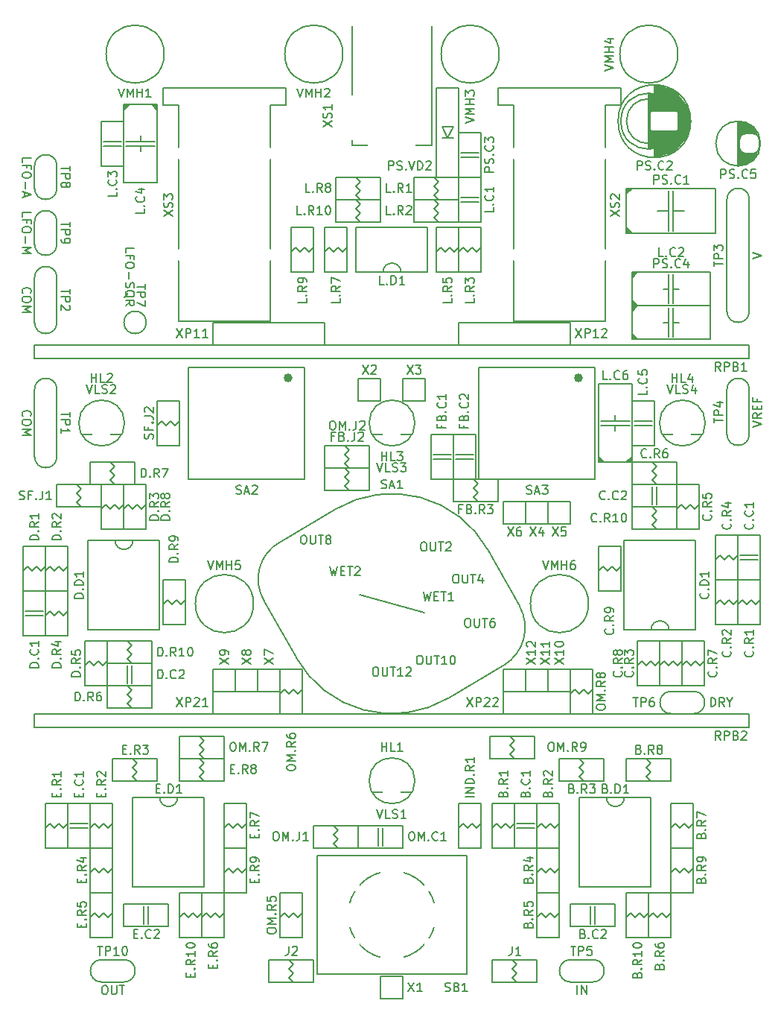
<source format=gbr>
G04 #@! TF.GenerationSoftware,KiCad,Pcbnew,5.1.12-84ad8e8a86~92~ubuntu20.04.1*
G04 #@! TF.CreationDate,2023-11-13T11:38:10+00:00*
G04 #@! TF.ProjectId,___-1.23.B-1,221a1f2d-312e-4323-932e-422d312e6b69,1B*
G04 #@! TF.SameCoordinates,Original*
G04 #@! TF.FileFunction,Legend,Top*
G04 #@! TF.FilePolarity,Positive*
%FSLAX46Y46*%
G04 Gerber Fmt 4.6, Leading zero omitted, Abs format (unit mm)*
G04 Created by KiCad (PCBNEW 5.1.12-84ad8e8a86~92~ubuntu20.04.1) date 2023-11-13 11:38:10*
%MOMM*%
%LPD*%
G01*
G04 APERTURE LIST*
%ADD10C,0.200000*%
%ADD11C,0.500000*%
%ADD12C,2.100000*%
%ADD13C,2.400000*%
%ADD14O,2.700000X3.900000*%
%ADD15O,2.700000X4.900000*%
%ADD16C,3.000000*%
%ADD17O,5.700000X3.200000*%
%ADD18O,3.200000X5.200000*%
%ADD19O,5.200000X3.200000*%
%ADD20C,6.200000*%
%ADD21C,2.700000*%
G04 APERTURE END LIST*
D10*
X109090177Y-159936101D02*
X101729823Y-157963899D01*
X98359312Y-154756375D02*
X98597408Y-155756375D01*
X98787884Y-155042090D01*
X98978360Y-155756375D01*
X99216455Y-154756375D01*
X99597408Y-155232566D02*
X99930741Y-155232566D01*
X100073598Y-155756375D02*
X99597408Y-155756375D01*
X99597408Y-154756375D01*
X100073598Y-154756375D01*
X100359312Y-154756375D02*
X100930741Y-154756375D01*
X100645027Y-155756375D02*
X100645027Y-154756375D01*
X101216455Y-154851614D02*
X101264074Y-154803995D01*
X101359312Y-154756375D01*
X101597408Y-154756375D01*
X101692646Y-154803995D01*
X101740265Y-154851614D01*
X101787884Y-154946852D01*
X101787884Y-155042090D01*
X101740265Y-155184947D01*
X101168836Y-155756375D01*
X101787884Y-155756375D01*
X108984496Y-157603385D02*
X109222592Y-158603385D01*
X109413068Y-157889100D01*
X109603544Y-158603385D01*
X109841639Y-157603385D01*
X110222592Y-158079576D02*
X110555925Y-158079576D01*
X110698782Y-158603385D02*
X110222592Y-158603385D01*
X110222592Y-157603385D01*
X110698782Y-157603385D01*
X110984496Y-157603385D02*
X111555925Y-157603385D01*
X111270211Y-158603385D02*
X111270211Y-157603385D01*
X112413068Y-158603385D02*
X111841639Y-158603385D01*
X112127353Y-158603385D02*
X112127353Y-157603385D01*
X112032115Y-157746243D01*
X111936877Y-157841481D01*
X111841639Y-157889100D01*
X95273555Y-151179881D02*
X95464031Y-151179881D01*
X95559269Y-151227501D01*
X95654507Y-151322739D01*
X95702126Y-151513215D01*
X95702126Y-151846548D01*
X95654507Y-152037024D01*
X95559269Y-152132262D01*
X95464031Y-152179881D01*
X95273555Y-152179881D01*
X95178317Y-152132262D01*
X95083079Y-152037024D01*
X95035460Y-151846548D01*
X95035460Y-151513215D01*
X95083079Y-151322739D01*
X95178317Y-151227501D01*
X95273555Y-151179881D01*
X96130698Y-151179881D02*
X96130698Y-151989405D01*
X96178317Y-152084643D01*
X96225936Y-152132262D01*
X96321174Y-152179881D01*
X96511650Y-152179881D01*
X96606888Y-152132262D01*
X96654507Y-152084643D01*
X96702126Y-151989405D01*
X96702126Y-151179881D01*
X97035460Y-151179881D02*
X97606888Y-151179881D01*
X97321174Y-152179881D02*
X97321174Y-151179881D01*
X98083079Y-151608453D02*
X97987841Y-151560834D01*
X97940222Y-151513215D01*
X97892603Y-151417977D01*
X97892603Y-151370358D01*
X97940222Y-151275120D01*
X97987841Y-151227501D01*
X98083079Y-151179881D01*
X98273555Y-151179881D01*
X98368793Y-151227501D01*
X98416412Y-151275120D01*
X98464031Y-151370358D01*
X98464031Y-151417977D01*
X98416412Y-151513215D01*
X98368793Y-151560834D01*
X98273555Y-151608453D01*
X98083079Y-151608453D01*
X97987841Y-151656072D01*
X97940222Y-151703691D01*
X97892603Y-151798929D01*
X97892603Y-151989405D01*
X97940222Y-152084643D01*
X97987841Y-152132262D01*
X98083079Y-152179881D01*
X98273555Y-152179881D01*
X98368793Y-152132262D01*
X98416412Y-152084643D01*
X98464031Y-151989405D01*
X98464031Y-151798929D01*
X98416412Y-151703691D01*
X98368793Y-151656072D01*
X98273555Y-151608453D01*
X113933809Y-160624880D02*
X114124285Y-160624880D01*
X114219523Y-160672500D01*
X114314761Y-160767738D01*
X114362380Y-160958214D01*
X114362380Y-161291547D01*
X114314761Y-161482023D01*
X114219523Y-161577261D01*
X114124285Y-161624880D01*
X113933809Y-161624880D01*
X113838571Y-161577261D01*
X113743333Y-161482023D01*
X113695714Y-161291547D01*
X113695714Y-160958214D01*
X113743333Y-160767738D01*
X113838571Y-160672500D01*
X113933809Y-160624880D01*
X114790952Y-160624880D02*
X114790952Y-161434404D01*
X114838571Y-161529642D01*
X114886190Y-161577261D01*
X114981428Y-161624880D01*
X115171904Y-161624880D01*
X115267142Y-161577261D01*
X115314761Y-161529642D01*
X115362380Y-161434404D01*
X115362380Y-160624880D01*
X115695714Y-160624880D02*
X116267142Y-160624880D01*
X115981428Y-161624880D02*
X115981428Y-160624880D01*
X117029047Y-160624880D02*
X116838571Y-160624880D01*
X116743333Y-160672500D01*
X116695714Y-160720119D01*
X116600476Y-160862976D01*
X116552857Y-161053452D01*
X116552857Y-161434404D01*
X116600476Y-161529642D01*
X116648095Y-161577261D01*
X116743333Y-161624880D01*
X116933809Y-161624880D01*
X117029047Y-161577261D01*
X117076666Y-161529642D01*
X117124285Y-161434404D01*
X117124285Y-161196309D01*
X117076666Y-161101071D01*
X117029047Y-161053452D01*
X116933809Y-161005833D01*
X116743333Y-161005833D01*
X116648095Y-161053452D01*
X116600476Y-161101071D01*
X116552857Y-161196309D01*
X112594063Y-155624880D02*
X112784539Y-155624880D01*
X112879777Y-155672500D01*
X112975015Y-155767738D01*
X113022634Y-155958214D01*
X113022634Y-156291547D01*
X112975015Y-156482023D01*
X112879777Y-156577261D01*
X112784539Y-156624880D01*
X112594063Y-156624880D01*
X112498825Y-156577261D01*
X112403587Y-156482023D01*
X112355968Y-156291547D01*
X112355968Y-155958214D01*
X112403587Y-155767738D01*
X112498825Y-155672500D01*
X112594063Y-155624880D01*
X113451206Y-155624880D02*
X113451206Y-156434404D01*
X113498825Y-156529642D01*
X113546444Y-156577261D01*
X113641682Y-156624880D01*
X113832158Y-156624880D01*
X113927396Y-156577261D01*
X113975015Y-156529642D01*
X114022634Y-156434404D01*
X114022634Y-155624880D01*
X114355968Y-155624880D02*
X114927396Y-155624880D01*
X114641682Y-156624880D02*
X114641682Y-155624880D01*
X115689301Y-155958214D02*
X115689301Y-156624880D01*
X115451206Y-155577261D02*
X115213111Y-156291547D01*
X115832158Y-156291547D01*
X108457619Y-164840134D02*
X108648095Y-164840134D01*
X108743333Y-164887754D01*
X108838571Y-164982992D01*
X108886190Y-165173468D01*
X108886190Y-165506801D01*
X108838571Y-165697277D01*
X108743333Y-165792515D01*
X108648095Y-165840134D01*
X108457619Y-165840134D01*
X108362380Y-165792515D01*
X108267142Y-165697277D01*
X108219523Y-165506801D01*
X108219523Y-165173468D01*
X108267142Y-164982992D01*
X108362380Y-164887754D01*
X108457619Y-164840134D01*
X109314761Y-164840134D02*
X109314761Y-165649658D01*
X109362380Y-165744896D01*
X109410000Y-165792515D01*
X109505238Y-165840134D01*
X109695714Y-165840134D01*
X109790952Y-165792515D01*
X109838571Y-165744896D01*
X109886190Y-165649658D01*
X109886190Y-164840134D01*
X110219523Y-164840134D02*
X110790952Y-164840134D01*
X110505238Y-165840134D02*
X110505238Y-164840134D01*
X111648095Y-165840134D02*
X111076666Y-165840134D01*
X111362380Y-165840134D02*
X111362380Y-164840134D01*
X111267142Y-164982992D01*
X111171904Y-165078230D01*
X111076666Y-165125849D01*
X112267142Y-164840134D02*
X112362380Y-164840134D01*
X112457619Y-164887754D01*
X112505238Y-164935373D01*
X112552857Y-165030611D01*
X112600476Y-165221087D01*
X112600476Y-165459182D01*
X112552857Y-165649658D01*
X112505238Y-165744896D01*
X112457619Y-165792515D01*
X112362380Y-165840134D01*
X112267142Y-165840134D01*
X112171904Y-165792515D01*
X112124285Y-165744896D01*
X112076666Y-165649658D01*
X112029047Y-165459182D01*
X112029047Y-165221087D01*
X112076666Y-165030611D01*
X112124285Y-164935373D01*
X112171904Y-164887754D01*
X112267142Y-164840134D01*
X108933808Y-151964626D02*
X109124284Y-151964626D01*
X109219522Y-152012246D01*
X109314760Y-152107484D01*
X109362379Y-152297960D01*
X109362379Y-152631293D01*
X109314760Y-152821769D01*
X109219522Y-152917007D01*
X109124284Y-152964626D01*
X108933808Y-152964626D01*
X108838570Y-152917007D01*
X108743332Y-152821769D01*
X108695713Y-152631293D01*
X108695713Y-152297960D01*
X108743332Y-152107484D01*
X108838570Y-152012246D01*
X108933808Y-151964626D01*
X109790951Y-151964626D02*
X109790951Y-152774150D01*
X109838570Y-152869388D01*
X109886189Y-152917007D01*
X109981427Y-152964626D01*
X110171903Y-152964626D01*
X110267141Y-152917007D01*
X110314760Y-152869388D01*
X110362379Y-152774150D01*
X110362379Y-151964626D01*
X110695713Y-151964626D02*
X111267141Y-151964626D01*
X110981427Y-152964626D02*
X110981427Y-151964626D01*
X111552856Y-152059865D02*
X111600475Y-152012246D01*
X111695713Y-151964626D01*
X111933808Y-151964626D01*
X112029046Y-152012246D01*
X112076665Y-152059865D01*
X112124284Y-152155103D01*
X112124284Y-152250341D01*
X112076665Y-152393198D01*
X111505237Y-152964626D01*
X112124284Y-152964626D01*
X103457619Y-166179880D02*
X103648095Y-166179880D01*
X103743333Y-166227500D01*
X103838571Y-166322738D01*
X103886190Y-166513214D01*
X103886190Y-166846547D01*
X103838571Y-167037023D01*
X103743333Y-167132261D01*
X103648095Y-167179880D01*
X103457619Y-167179880D01*
X103362380Y-167132261D01*
X103267142Y-167037023D01*
X103219523Y-166846547D01*
X103219523Y-166513214D01*
X103267142Y-166322738D01*
X103362380Y-166227500D01*
X103457619Y-166179880D01*
X104314761Y-166179880D02*
X104314761Y-166989404D01*
X104362380Y-167084642D01*
X104410000Y-167132261D01*
X104505238Y-167179880D01*
X104695714Y-167179880D01*
X104790952Y-167132261D01*
X104838571Y-167084642D01*
X104886190Y-166989404D01*
X104886190Y-166179880D01*
X105219523Y-166179880D02*
X105790952Y-166179880D01*
X105505238Y-167179880D02*
X105505238Y-166179880D01*
X106648095Y-167179880D02*
X106076666Y-167179880D01*
X106362380Y-167179880D02*
X106362380Y-166179880D01*
X106267142Y-166322738D01*
X106171904Y-166417976D01*
X106076666Y-166465595D01*
X107029047Y-166275119D02*
X107076666Y-166227500D01*
X107171904Y-166179880D01*
X107410000Y-166179880D01*
X107505238Y-166227500D01*
X107552857Y-166275119D01*
X107600476Y-166370357D01*
X107600476Y-166465595D01*
X107552857Y-166608452D01*
X106981428Y-167179880D01*
X107600476Y-167179880D01*
X74990000Y-138430000D02*
G75*
G03*
X74990000Y-138430000I-2600000J0D01*
G01*
X70167500Y-139700000D02*
X74612500Y-139700000D01*
X108010000Y-138430000D02*
G75*
G03*
X108010000Y-138430000I-2600000J0D01*
G01*
X103187500Y-139700000D02*
X107632500Y-139700000D01*
X141030000Y-138430000D02*
G75*
G03*
X141030000Y-138430000I-2600000J0D01*
G01*
X136207500Y-139700000D02*
X140652500Y-139700000D01*
X108010000Y-179070000D02*
G75*
G03*
X108010000Y-179070000I-2600000J0D01*
G01*
X103187500Y-180340000D02*
X107632500Y-180340000D01*
X77470000Y-127000000D02*
G75*
G03*
X77470000Y-127000000I-1270000J0D01*
G01*
X147320000Y-106680000D02*
G75*
G03*
X147320000Y-106680000I-2540000J0D01*
G01*
G36*
X144780000Y-104140000D02*
G01*
X145542000Y-104267000D01*
X146685000Y-105029000D01*
X147320000Y-106680000D01*
X146685000Y-108331000D01*
X145542000Y-109093000D01*
X144780000Y-109220000D01*
X144780000Y-104140000D01*
G37*
X144780000Y-104140000D02*
X145542000Y-104267000D01*
X146685000Y-105029000D01*
X147320000Y-106680000D01*
X146685000Y-108331000D01*
X145542000Y-109093000D01*
X144780000Y-109220000D01*
X144780000Y-104140000D01*
X118110000Y-166370000D02*
X120650000Y-166370000D01*
X118110000Y-168910000D02*
X120650000Y-168910000D01*
X118110000Y-166370000D02*
X118110000Y-168910000D01*
X120650000Y-166370000D02*
X120650000Y-168910000D01*
X120650000Y-166370000D02*
X123190000Y-166370000D01*
X120650000Y-168910000D02*
X123190000Y-168910000D01*
X120650000Y-166370000D02*
X120650000Y-168910000D01*
X123190000Y-166370000D02*
X123190000Y-168910000D01*
X123190000Y-166370000D02*
X125730000Y-166370000D01*
X123190000Y-168910000D02*
X125730000Y-168910000D01*
X123190000Y-166370000D02*
X123190000Y-168910000D01*
X125730000Y-166370000D02*
X125730000Y-168910000D01*
X85090000Y-166370000D02*
X87630000Y-166370000D01*
X85090000Y-168910000D02*
X87630000Y-168910000D01*
X85090000Y-166370000D02*
X85090000Y-168910000D01*
X87630000Y-166370000D02*
X87630000Y-168910000D01*
X87630000Y-166370000D02*
X90170000Y-166370000D01*
X87630000Y-168910000D02*
X90170000Y-168910000D01*
X87630000Y-166370000D02*
X87630000Y-168910000D01*
X90170000Y-166370000D02*
X90170000Y-168910000D01*
X90170000Y-166370000D02*
X92710000Y-166370000D01*
X90170000Y-168910000D02*
X92710000Y-168910000D01*
X90170000Y-166370000D02*
X90170000Y-168910000D01*
X92710000Y-166370000D02*
X92710000Y-168910000D01*
X118110000Y-147320000D02*
X120650000Y-147320000D01*
X118110000Y-149860000D02*
X120650000Y-149860000D01*
X118110000Y-147320000D02*
X118110000Y-149860000D01*
X120650000Y-147320000D02*
X120650000Y-149860000D01*
X123190000Y-147320000D02*
X125730000Y-147320000D01*
X123190000Y-149860000D02*
X125730000Y-149860000D01*
X123190000Y-147320000D02*
X123190000Y-149860000D01*
X125730000Y-147320000D02*
X125730000Y-149860000D01*
X120650000Y-147320000D02*
X123190000Y-147320000D01*
X120650000Y-149860000D02*
X123190000Y-149860000D01*
X120650000Y-147320000D02*
X120650000Y-149860000D01*
X123190000Y-147320000D02*
X123190000Y-149860000D01*
G36*
X129540000Y-142875000D02*
G01*
X128905000Y-142875000D01*
X128905000Y-142240000D01*
X129540000Y-142875000D01*
G37*
X129540000Y-142875000D02*
X128905000Y-142875000D01*
X128905000Y-142240000D01*
X129540000Y-142875000D01*
G36*
X132715000Y-142240000D02*
G01*
X132715000Y-142875000D01*
X132080000Y-142875000D01*
X132715000Y-142240000D01*
G37*
X132715000Y-142240000D02*
X132715000Y-142875000D01*
X132080000Y-142875000D01*
X132715000Y-142240000D01*
X132715000Y-142875000D02*
X132715000Y-133985000D01*
X128905000Y-142875000D02*
X128905000Y-133985000D01*
X128905000Y-133985000D02*
X132715000Y-133985000D01*
X129159000Y-138176000D02*
X132461000Y-138176000D01*
X129159000Y-138684000D02*
X132461000Y-138684000D01*
X128905000Y-142875000D02*
X132715000Y-142875000D01*
X130810000Y-139319000D02*
X130810000Y-138684000D01*
X130810000Y-138176000D02*
X130810000Y-137541000D01*
X135255000Y-135890000D02*
X132715000Y-135890000D01*
X135255000Y-140970000D02*
X132715000Y-140970000D01*
X135001000Y-138176000D02*
X132969000Y-138176000D01*
X135001000Y-138684000D02*
X132969000Y-138684000D01*
X135255000Y-135890000D02*
X135255000Y-140970000D01*
X132715000Y-135890000D02*
X132715000Y-140970000D01*
X121602500Y-176530000D02*
X121602500Y-173990000D01*
X116522500Y-176530000D02*
X116522500Y-173990000D01*
X121602500Y-176530000D02*
X116522500Y-176530000D01*
X121602500Y-173990000D02*
X116522500Y-173990000D01*
X119316500Y-174498000D02*
X118808500Y-173990000D01*
X118808500Y-175006000D02*
X119316500Y-174498000D01*
X119316500Y-175514000D02*
X118808500Y-175006000D01*
X118808500Y-176022000D02*
X119316500Y-176530000D01*
X119316500Y-175514000D02*
X118808500Y-176022000D01*
X128270000Y-166370000D02*
X125730000Y-166370000D01*
X128270000Y-171450000D02*
X125730000Y-171450000D01*
X128270000Y-166370000D02*
X128270000Y-171450000D01*
X125730000Y-166370000D02*
X125730000Y-171450000D01*
X126238000Y-168656000D02*
X125730000Y-169164000D01*
X126746000Y-169164000D02*
X126238000Y-168656000D01*
X127254000Y-168656000D02*
X126746000Y-169164000D01*
X127762000Y-169164000D02*
X128270000Y-168656000D01*
X127254000Y-168656000D02*
X127762000Y-169164000D01*
X86360000Y-176530000D02*
X86360000Y-173990000D01*
X81280000Y-176530000D02*
X81280000Y-173990000D01*
X86360000Y-176530000D02*
X81280000Y-176530000D01*
X86360000Y-173990000D02*
X81280000Y-173990000D01*
X84074000Y-174498000D02*
X83566000Y-173990000D01*
X83566000Y-175006000D02*
X84074000Y-174498000D01*
X84074000Y-175514000D02*
X83566000Y-175006000D01*
X83566000Y-176022000D02*
X84074000Y-176530000D01*
X84074000Y-175514000D02*
X83566000Y-176022000D01*
X95250000Y-166370000D02*
X92710000Y-166370000D01*
X95250000Y-171450000D02*
X92710000Y-171450000D01*
X95250000Y-166370000D02*
X95250000Y-171450000D01*
X92710000Y-166370000D02*
X92710000Y-171450000D01*
X93218000Y-168656000D02*
X92710000Y-169164000D01*
X93726000Y-169164000D02*
X93218000Y-168656000D01*
X94234000Y-168656000D02*
X93726000Y-169164000D01*
X94742000Y-169164000D02*
X95250000Y-168656000D01*
X94234000Y-168656000D02*
X94742000Y-169164000D01*
X79756000Y-138684000D02*
X79248000Y-138176000D01*
X79248000Y-138176000D02*
X78740000Y-138684000D01*
X79756000Y-138684000D02*
X80264000Y-138176000D01*
X80264000Y-138176000D02*
X80772000Y-138684000D01*
X80772000Y-138684000D02*
X81280000Y-138176000D01*
X81280000Y-140970000D02*
X81280000Y-135890000D01*
X78740000Y-140970000D02*
X78740000Y-135890000D01*
X78740000Y-135890000D02*
X81280000Y-135890000D01*
X78740000Y-140970000D02*
X81280000Y-140970000D01*
X70104000Y-146939000D02*
X69596000Y-147447000D01*
X69596000Y-147447000D02*
X70104000Y-147955000D01*
X70104000Y-146939000D02*
X69596000Y-146431000D01*
X69596000Y-146431000D02*
X70104000Y-145923000D01*
X70104000Y-145923000D02*
X69596000Y-145415000D01*
X72390000Y-145415000D02*
X67310000Y-145415000D01*
X72390000Y-147955000D02*
X67310000Y-147955000D01*
X67310000Y-147955000D02*
X67310000Y-145415000D01*
X72390000Y-147955000D02*
X72390000Y-145415000D01*
X72390000Y-199390000D02*
X74930000Y-199390000D01*
X72390000Y-201930000D02*
X74930000Y-201930000D01*
X72390000Y-201930000D02*
G75*
G02*
X72390000Y-199390000I0J1270000D01*
G01*
X74930000Y-199390000D02*
G75*
G02*
X74930000Y-201930000I0J-1270000D01*
G01*
X125730000Y-201930000D02*
X128270000Y-201930000D01*
X125730000Y-199390000D02*
X128270000Y-199390000D01*
X128270000Y-199390000D02*
G75*
G02*
X128270000Y-201930000I0J-1270000D01*
G01*
X125730000Y-201930000D02*
G75*
G02*
X125730000Y-199390000I0J1270000D01*
G01*
X93726000Y-200406000D02*
X94234000Y-199898000D01*
X94234000Y-199898000D02*
X93726000Y-199390000D01*
X93726000Y-200406000D02*
X94234000Y-200914000D01*
X94234000Y-200914000D02*
X93726000Y-201422000D01*
X93726000Y-201422000D02*
X94234000Y-201930000D01*
X91440000Y-201930000D02*
X96520000Y-201930000D01*
X91440000Y-199390000D02*
X96520000Y-199390000D01*
X96520000Y-199390000D02*
X96520000Y-201930000D01*
X91440000Y-199390000D02*
X91440000Y-201930000D01*
X119126000Y-200406000D02*
X119634000Y-199898000D01*
X119634000Y-199898000D02*
X119126000Y-199390000D01*
X119126000Y-200406000D02*
X119634000Y-200914000D01*
X119634000Y-200914000D02*
X119126000Y-201422000D01*
X119126000Y-201422000D02*
X119634000Y-201930000D01*
X116840000Y-201930000D02*
X121920000Y-201930000D01*
X116840000Y-199390000D02*
X121920000Y-199390000D01*
X121920000Y-199390000D02*
X121920000Y-201930000D01*
X116840000Y-199390000D02*
X116840000Y-201930000D01*
X91560000Y-126830000D02*
X81160000Y-126830000D01*
X91560000Y-126830000D02*
X91560000Y-102330000D01*
X81160000Y-126830000D02*
X81160000Y-102330000D01*
X93360000Y-102330000D02*
X91560000Y-102330000D01*
X81160000Y-102330000D02*
X79360000Y-102330000D01*
X93360000Y-102330000D02*
X93360000Y-100330000D01*
X79360000Y-102330000D02*
X79360000Y-100330000D01*
X93360000Y-100330000D02*
X79360000Y-100330000D01*
X129660000Y-126830000D02*
X119260000Y-126830000D01*
X129660000Y-126830000D02*
X129660000Y-102330000D01*
X119260000Y-126830000D02*
X119260000Y-102330000D01*
X131460000Y-102330000D02*
X129660000Y-102330000D01*
X119260000Y-102330000D02*
X117460000Y-102330000D01*
X131460000Y-102330000D02*
X131460000Y-100330000D01*
X117460000Y-102330000D02*
X117460000Y-100330000D01*
X131460000Y-100330000D02*
X117460000Y-100330000D01*
X143510000Y-139700000D02*
X143510000Y-134620000D01*
X146050000Y-139700000D02*
X146050000Y-134620000D01*
X146050000Y-139700000D02*
G75*
G02*
X143510000Y-139700000I-1270000J0D01*
G01*
X143510000Y-134620000D02*
G75*
G02*
X146050000Y-134620000I1270000J0D01*
G01*
X67310000Y-134620000D02*
X67310000Y-142240000D01*
X64770000Y-134620000D02*
X64770000Y-142240000D01*
X64770000Y-134620000D02*
G75*
G02*
X67310000Y-134620000I1270000J0D01*
G01*
X67310000Y-142240000D02*
G75*
G02*
X64770000Y-142240000I-1270000J0D01*
G01*
X64770000Y-121920000D02*
X64770000Y-127000000D01*
X67310000Y-121920000D02*
X67310000Y-127000000D01*
X67310000Y-127000000D02*
G75*
G02*
X64770000Y-127000000I-1270000J0D01*
G01*
X64770000Y-121920000D02*
G75*
G02*
X67310000Y-121920000I1270000J0D01*
G01*
X143510000Y-125730000D02*
X143510000Y-113030000D01*
X146050000Y-125730000D02*
X146050000Y-113030000D01*
X146050000Y-125730000D02*
G75*
G02*
X143510000Y-125730000I-1270000J0D01*
G01*
X143510000Y-113030000D02*
G75*
G02*
X146050000Y-113030000I1270000J0D01*
G01*
X132080000Y-116840000D02*
X142240000Y-116840000D01*
X132080000Y-111760000D02*
X142240000Y-111760000D01*
X142240000Y-111760000D02*
X142240000Y-116840000D01*
X137414000Y-112014000D02*
X137414000Y-116586000D01*
X136906000Y-112014000D02*
X136906000Y-116586000D01*
X132080000Y-111760000D02*
X132080000Y-116840000D01*
G36*
X132715000Y-116840000D02*
G01*
X132080000Y-116840000D01*
X132080000Y-116205000D01*
X132715000Y-116840000D01*
G37*
X132715000Y-116840000D02*
X132080000Y-116840000D01*
X132080000Y-116205000D01*
X132715000Y-116840000D01*
G36*
X132080000Y-112395000D02*
G01*
X132080000Y-111760000D01*
X132715000Y-111760000D01*
X132080000Y-112395000D01*
G37*
X132080000Y-112395000D02*
X132080000Y-111760000D01*
X132715000Y-111760000D01*
X132080000Y-112395000D01*
X135636000Y-114300000D02*
X136906000Y-114300000D01*
X137414000Y-114300000D02*
X138684000Y-114300000D01*
X139377500Y-104140000D02*
G75*
G03*
X139377500Y-104140000I-4127500J0D01*
G01*
G36*
X135250000Y-100012500D02*
G01*
X137536000Y-100711000D01*
X138933000Y-102362000D01*
X139377500Y-104140000D01*
X138933000Y-105918000D01*
X137536000Y-107569000D01*
X135250000Y-108267500D01*
X135250000Y-100012500D01*
G37*
X135250000Y-100012500D02*
X137536000Y-100711000D01*
X138933000Y-102362000D01*
X139377500Y-104140000D01*
X138933000Y-105918000D01*
X137536000Y-107569000D01*
X135250000Y-108267500D01*
X135250000Y-100012500D01*
X137795000Y-104140000D02*
G75*
G03*
X137795000Y-104140000I-3175000J0D01*
G01*
X137160000Y-104140000D02*
G75*
G03*
X137160000Y-104140000I-2540000J0D01*
G01*
G36*
X134620000Y-100965000D02*
G01*
X136271000Y-101473000D01*
X137541000Y-102997001D01*
X137795000Y-104140000D01*
X137541000Y-105283000D01*
X136271000Y-106807000D01*
X134620000Y-107315000D01*
X134620000Y-100965000D01*
G37*
X134620000Y-100965000D02*
X136271000Y-101473000D01*
X137541000Y-102997001D01*
X137795000Y-104140000D01*
X137541000Y-105283000D01*
X136271000Y-106807000D01*
X134620000Y-107315000D01*
X134620000Y-100965000D01*
X67310000Y-115570000D02*
X67310000Y-118110000D01*
X64770000Y-115570000D02*
X64770000Y-118110000D01*
X67310000Y-118110000D02*
G75*
G02*
X64770000Y-118110000I-1270000J0D01*
G01*
X64770000Y-115570000D02*
G75*
G02*
X67310000Y-115570000I1270000J0D01*
G01*
X64770000Y-109220000D02*
X64770000Y-111760000D01*
X67310000Y-109220000D02*
X67310000Y-111760000D01*
X64770000Y-109220000D02*
G75*
G02*
X67310000Y-109220000I1270000J0D01*
G01*
X67310000Y-111760000D02*
G75*
G02*
X64770000Y-111760000I-1270000J0D01*
G01*
X137414000Y-127000000D02*
X138049000Y-127000000D01*
X136271000Y-127000000D02*
X136906000Y-127000000D01*
X132715000Y-125095000D02*
X132715000Y-128905000D01*
X136906000Y-125349000D02*
X136906000Y-128651000D01*
X137414000Y-125349000D02*
X137414000Y-128651000D01*
X141605000Y-125095000D02*
X141605000Y-128905000D01*
X132715000Y-125095000D02*
X141605000Y-125095000D01*
X132715000Y-128905000D02*
X141605000Y-128905000D01*
G36*
X133350000Y-128905000D02*
G01*
X132715000Y-128905000D01*
X132715000Y-128270000D01*
X133350000Y-128905000D01*
G37*
X133350000Y-128905000D02*
X132715000Y-128905000D01*
X132715000Y-128270000D01*
X133350000Y-128905000D01*
G36*
X132715000Y-125730000D02*
G01*
X132715000Y-125095000D01*
X133350000Y-125095000D01*
X132715000Y-125730000D01*
G37*
X132715000Y-125730000D02*
X132715000Y-125095000D01*
X133350000Y-125095000D01*
X132715000Y-125730000D01*
X72390000Y-104140000D02*
X72390000Y-109220000D01*
X74930000Y-104140000D02*
X74930000Y-109220000D01*
X74676000Y-106934000D02*
X72644000Y-106934000D01*
X74676000Y-106426000D02*
X72644000Y-106426000D01*
X74930000Y-109220000D02*
X72390000Y-109220000D01*
X74930000Y-104140000D02*
X72390000Y-104140000D01*
G36*
X132715000Y-121920000D02*
G01*
X132715000Y-121285000D01*
X133350000Y-121285000D01*
X132715000Y-121920000D01*
G37*
X132715000Y-121920000D02*
X132715000Y-121285000D01*
X133350000Y-121285000D01*
X132715000Y-121920000D01*
G36*
X133350000Y-125095000D02*
G01*
X132715000Y-125095000D01*
X132715000Y-124460000D01*
X133350000Y-125095000D01*
G37*
X133350000Y-125095000D02*
X132715000Y-125095000D01*
X132715000Y-124460000D01*
X133350000Y-125095000D01*
X132715000Y-125095000D02*
X141605000Y-125095000D01*
X132715000Y-121285000D02*
X141605000Y-121285000D01*
X141605000Y-121285000D02*
X141605000Y-125095000D01*
X137414000Y-121539000D02*
X137414000Y-124841000D01*
X136906000Y-121539000D02*
X136906000Y-124841000D01*
X132715000Y-121285000D02*
X132715000Y-125095000D01*
X136271000Y-123190000D02*
X136906000Y-123190000D01*
X137414000Y-123190000D02*
X138049000Y-123190000D01*
G36*
X78105000Y-102235000D02*
G01*
X78740000Y-102235000D01*
X78740000Y-102870000D01*
X78105000Y-102235000D01*
G37*
X78105000Y-102235000D02*
X78740000Y-102235000D01*
X78740000Y-102870000D01*
X78105000Y-102235000D01*
G36*
X74930000Y-102870000D02*
G01*
X74930000Y-102235000D01*
X75565000Y-102235000D01*
X74930000Y-102870000D01*
G37*
X74930000Y-102870000D02*
X74930000Y-102235000D01*
X75565000Y-102235000D01*
X74930000Y-102870000D01*
X74930000Y-102235000D02*
X74930000Y-111125000D01*
X78740000Y-102235000D02*
X78740000Y-111125000D01*
X78740000Y-111125000D02*
X74930000Y-111125000D01*
X78486000Y-106934000D02*
X75184000Y-106934000D01*
X78486000Y-106426000D02*
X75184000Y-106426000D01*
X78740000Y-102235000D02*
X74930000Y-102235000D01*
X76835000Y-105791000D02*
X76835000Y-106426000D01*
X76835000Y-106934000D02*
X76835000Y-107569000D01*
X100910000Y-106910000D02*
X100910000Y-93345000D01*
X109910000Y-106910000D02*
X109910000Y-93345000D01*
X109910000Y-106910000D02*
X100910000Y-106910000D01*
X125730000Y-127000000D02*
X125730000Y-129540000D01*
X113030000Y-127000000D02*
X113030000Y-129540000D01*
X64770000Y-131140000D02*
X146050000Y-131140000D01*
X64770000Y-129540000D02*
X146050000Y-129540000D01*
X113030000Y-127000000D02*
X125730000Y-127000000D01*
X85090000Y-127000000D02*
X97790000Y-127000000D01*
X97790000Y-127000000D02*
X97790000Y-129540000D01*
X85090000Y-127000000D02*
X85090000Y-129540000D01*
X146050000Y-129540000D02*
X146050000Y-131140000D01*
X64770000Y-129540000D02*
X64770000Y-131140000D01*
X113910000Y-187560000D02*
X113910000Y-201060000D01*
X96910000Y-187560000D02*
X96910000Y-201060000D01*
X96910000Y-201060000D02*
X113910000Y-201060000D01*
X96910000Y-187560000D02*
X113910000Y-187560000D01*
X110410000Y-194310000D02*
G75*
G03*
X110410000Y-194310000I-5000000J0D01*
G01*
X64770000Y-171450000D02*
X64770000Y-173050000D01*
X146050000Y-171450000D02*
X146050000Y-173050000D01*
X85090000Y-168910000D02*
X85090000Y-171450000D01*
X92710000Y-168910000D02*
X92710000Y-171450000D01*
X85090000Y-168910000D02*
X92710000Y-168910000D01*
X118110000Y-168910000D02*
X125730000Y-168910000D01*
X64770000Y-171450000D02*
X146050000Y-171450000D01*
X64770000Y-173050000D02*
X146050000Y-173050000D01*
X118110000Y-168910000D02*
X118110000Y-171450000D01*
X125730000Y-168910000D02*
X125730000Y-171450000D01*
X128520000Y-132080000D02*
X128520000Y-144780000D01*
X115320000Y-132080000D02*
X115320000Y-144780000D01*
X128520000Y-132080000D02*
X115320000Y-132080000D01*
X128520000Y-144780000D02*
X115320000Y-144780000D01*
D11*
X126870000Y-133305000D02*
G75*
G03*
X126870000Y-133305000I-250000J0D01*
G01*
D10*
X97790000Y-140970000D02*
X97790000Y-143510000D01*
X102870000Y-140970000D02*
X102870000Y-143510000D01*
X97790000Y-140970000D02*
X102870000Y-140970000D01*
X97790000Y-143510000D02*
X102870000Y-143510000D01*
X100076000Y-143002000D02*
X100584000Y-143510000D01*
X100584000Y-142494000D02*
X100076000Y-143002000D01*
X100076000Y-141986000D02*
X100584000Y-142494000D01*
X100584000Y-141478000D02*
X100076000Y-140970000D01*
X100076000Y-141986000D02*
X100584000Y-141478000D01*
X96520000Y-184150000D02*
X96520000Y-186690000D01*
X101600000Y-184150000D02*
X101600000Y-186690000D01*
X96520000Y-184150000D02*
X101600000Y-184150000D01*
X96520000Y-186690000D02*
X101600000Y-186690000D01*
X98806000Y-186182000D02*
X99314000Y-186690000D01*
X99314000Y-185674000D02*
X98806000Y-186182000D01*
X98806000Y-185166000D02*
X99314000Y-185674000D01*
X99314000Y-184658000D02*
X98806000Y-184150000D01*
X98806000Y-185166000D02*
X99314000Y-184658000D01*
X102870000Y-146050000D02*
X102870000Y-143510000D01*
X97790000Y-146050000D02*
X97790000Y-143510000D01*
X102870000Y-146050000D02*
X97790000Y-146050000D01*
X102870000Y-143510000D02*
X97790000Y-143510000D01*
X100584000Y-144018000D02*
X100076000Y-143510000D01*
X100076000Y-144526000D02*
X100584000Y-144018000D01*
X100584000Y-145034000D02*
X100076000Y-144526000D01*
X100076000Y-145542000D02*
X100584000Y-146050000D01*
X100584000Y-145034000D02*
X100076000Y-145542000D01*
X137160000Y-171450000D02*
X139700000Y-171450000D01*
X137160000Y-168910000D02*
X139700000Y-168910000D01*
X139700000Y-168910000D02*
G75*
G02*
X139700000Y-171450000I0J-1270000D01*
G01*
X137160000Y-171450000D02*
G75*
G02*
X137160000Y-168910000I0J1270000D01*
G01*
X112395000Y-144780000D02*
X112395000Y-139700000D01*
X109855000Y-144780000D02*
X109855000Y-139700000D01*
X110109000Y-141986000D02*
X112141000Y-141986000D01*
X110109000Y-142494000D02*
X112141000Y-142494000D01*
X109855000Y-139700000D02*
X112395000Y-139700000D01*
X109855000Y-144780000D02*
X112395000Y-144780000D01*
X114935000Y-139700000D02*
X112395000Y-139700000D01*
X114935000Y-144780000D02*
X112395000Y-144780000D01*
X114681000Y-141986000D02*
X112649000Y-141986000D01*
X114681000Y-142494000D02*
X112649000Y-142494000D01*
X114935000Y-139700000D02*
X114935000Y-144780000D01*
X112395000Y-139700000D02*
X112395000Y-144780000D01*
X113030000Y-110490000D02*
X113030000Y-115570000D01*
X115570000Y-110490000D02*
X115570000Y-115570000D01*
X115316000Y-113284000D02*
X113284000Y-113284000D01*
X115316000Y-112776000D02*
X113284000Y-112776000D01*
X115570000Y-115570000D02*
X113030000Y-115570000D01*
X115570000Y-110490000D02*
X113030000Y-110490000D01*
X106680000Y-184150000D02*
X101600000Y-184150000D01*
X106680000Y-186690000D02*
X101600000Y-186690000D01*
X103886000Y-186436000D02*
X103886000Y-184404000D01*
X104394000Y-186436000D02*
X104394000Y-184404000D01*
X101600000Y-186690000D02*
X101600000Y-184150000D01*
X106680000Y-186690000D02*
X106680000Y-184150000D01*
X126746000Y-180975000D02*
X126746000Y-191135000D01*
X134874000Y-191135000D02*
X126746000Y-191135000D01*
X134874000Y-180975000D02*
X134874000Y-191135000D01*
X126746000Y-180975000D02*
X134874000Y-180975000D01*
X129794000Y-180975000D02*
G75*
G03*
X131826000Y-180975000I1016000J0D01*
G01*
X75946000Y-180975000D02*
X75946000Y-191135000D01*
X84074000Y-191135000D02*
X75946000Y-191135000D01*
X84074000Y-180975000D02*
X84074000Y-191135000D01*
X75946000Y-180975000D02*
X84074000Y-180975000D01*
X78994000Y-180975000D02*
G75*
G03*
X81026000Y-180975000I1016000J0D01*
G01*
X109474000Y-121285000D02*
X101346000Y-121285000D01*
X101346000Y-121285000D02*
X101346000Y-116205000D01*
X101346000Y-116205000D02*
X109474000Y-116205000D01*
X109474000Y-121285000D02*
X109474000Y-116205000D01*
X106426000Y-121285000D02*
G75*
G03*
X104394000Y-121285000I-1016000J0D01*
G01*
X114681000Y-145796000D02*
X115189000Y-145288000D01*
X115189000Y-145288000D02*
X114681000Y-144780000D01*
X114681000Y-145796000D02*
X115189000Y-146304000D01*
X115189000Y-146304000D02*
X114681000Y-146812000D01*
X114681000Y-146812000D02*
X115189000Y-147320000D01*
X112395000Y-147320000D02*
X117475000Y-147320000D01*
X112395000Y-144780000D02*
X117475000Y-144780000D01*
X117475000Y-144780000D02*
X117475000Y-147320000D01*
X112395000Y-144780000D02*
X112395000Y-147320000D01*
X110236000Y-111506000D02*
X110744000Y-110998000D01*
X110744000Y-110998000D02*
X110236000Y-110490000D01*
X110236000Y-111506000D02*
X110744000Y-112014000D01*
X110744000Y-112014000D02*
X110236000Y-112522000D01*
X110236000Y-112522000D02*
X110744000Y-113030000D01*
X107950000Y-113030000D02*
X113030000Y-113030000D01*
X107950000Y-110490000D02*
X113030000Y-110490000D01*
X113030000Y-110490000D02*
X113030000Y-113030000D01*
X107950000Y-110490000D02*
X107950000Y-113030000D01*
X115570000Y-116205000D02*
X113030000Y-116205000D01*
X115570000Y-121285000D02*
X113030000Y-121285000D01*
X115570000Y-116205000D02*
X115570000Y-121285000D01*
X113030000Y-116205000D02*
X113030000Y-121285000D01*
X113538000Y-118491000D02*
X113030000Y-118999000D01*
X114046000Y-118999000D02*
X113538000Y-118491000D01*
X114554000Y-118491000D02*
X114046000Y-118999000D01*
X115062000Y-118999000D02*
X115570000Y-118491000D01*
X114554000Y-118491000D02*
X115062000Y-118999000D01*
X107950000Y-113030000D02*
X107950000Y-115570000D01*
X113030000Y-113030000D02*
X113030000Y-115570000D01*
X107950000Y-113030000D02*
X113030000Y-113030000D01*
X107950000Y-115570000D02*
X113030000Y-115570000D01*
X110236000Y-115062000D02*
X110744000Y-115570000D01*
X110744000Y-114554000D02*
X110236000Y-115062000D01*
X110236000Y-114046000D02*
X110744000Y-114554000D01*
X110744000Y-113538000D02*
X110236000Y-113030000D01*
X110236000Y-114046000D02*
X110744000Y-113538000D01*
X113030000Y-116205000D02*
X110490000Y-116205000D01*
X113030000Y-121285000D02*
X110490000Y-121285000D01*
X113030000Y-116205000D02*
X113030000Y-121285000D01*
X110490000Y-116205000D02*
X110490000Y-121285000D01*
X110998000Y-118491000D02*
X110490000Y-118999000D01*
X111506000Y-118999000D02*
X110998000Y-118491000D01*
X112014000Y-118491000D02*
X111506000Y-118999000D01*
X112522000Y-118999000D02*
X113030000Y-118491000D01*
X112014000Y-118491000D02*
X112522000Y-118999000D01*
X99060000Y-110490000D02*
X99060000Y-113030000D01*
X104140000Y-110490000D02*
X104140000Y-113030000D01*
X99060000Y-110490000D02*
X104140000Y-110490000D01*
X99060000Y-113030000D02*
X104140000Y-113030000D01*
X101346000Y-112522000D02*
X101854000Y-113030000D01*
X101854000Y-112014000D02*
X101346000Y-112522000D01*
X101346000Y-111506000D02*
X101854000Y-112014000D01*
X101854000Y-110998000D02*
X101346000Y-110490000D01*
X101346000Y-111506000D02*
X101854000Y-110998000D01*
X97790000Y-121285000D02*
X100330000Y-121285000D01*
X97790000Y-116205000D02*
X100330000Y-116205000D01*
X97790000Y-121285000D02*
X97790000Y-116205000D01*
X100330000Y-121285000D02*
X100330000Y-116205000D01*
X99822000Y-118999000D02*
X100330000Y-118491000D01*
X99314000Y-118491000D02*
X99822000Y-118999000D01*
X98806000Y-118999000D02*
X99314000Y-118491000D01*
X98298000Y-118491000D02*
X97790000Y-118999000D01*
X98806000Y-118999000D02*
X98298000Y-118491000D01*
X93980000Y-121285000D02*
X96520000Y-121285000D01*
X93980000Y-116205000D02*
X96520000Y-116205000D01*
X93980000Y-121285000D02*
X93980000Y-116205000D01*
X96520000Y-121285000D02*
X96520000Y-116205000D01*
X96012000Y-118999000D02*
X96520000Y-118491000D01*
X95504000Y-118491000D02*
X96012000Y-118999000D01*
X94996000Y-118999000D02*
X95504000Y-118491000D01*
X94488000Y-118491000D02*
X93980000Y-118999000D01*
X94996000Y-118999000D02*
X94488000Y-118491000D01*
X104140000Y-115570000D02*
X104140000Y-113030000D01*
X99060000Y-115570000D02*
X99060000Y-113030000D01*
X104140000Y-115570000D02*
X99060000Y-115570000D01*
X104140000Y-113030000D02*
X99060000Y-113030000D01*
X101854000Y-113538000D02*
X101346000Y-113030000D01*
X101346000Y-114046000D02*
X101854000Y-113538000D01*
X101854000Y-114554000D02*
X101346000Y-114046000D01*
X101346000Y-115062000D02*
X101854000Y-115570000D01*
X101854000Y-114554000D02*
X101346000Y-115062000D01*
X93726000Y-194564000D02*
X93218000Y-194056000D01*
X93218000Y-194056000D02*
X92710000Y-194564000D01*
X93726000Y-194564000D02*
X94234000Y-194056000D01*
X94234000Y-194056000D02*
X94742000Y-194564000D01*
X94742000Y-194564000D02*
X95250000Y-194056000D01*
X95250000Y-196850000D02*
X95250000Y-191770000D01*
X92710000Y-196850000D02*
X92710000Y-191770000D01*
X92710000Y-191770000D02*
X95250000Y-191770000D01*
X92710000Y-196850000D02*
X95250000Y-196850000D01*
X113030000Y-186690000D02*
X115570000Y-186690000D01*
X113030000Y-181610000D02*
X115570000Y-181610000D01*
X113030000Y-186690000D02*
X113030000Y-181610000D01*
X115570000Y-186690000D02*
X115570000Y-181610000D01*
X115062000Y-184404000D02*
X115570000Y-183896000D01*
X114554000Y-183896000D02*
X115062000Y-184404000D01*
X114046000Y-184404000D02*
X114554000Y-183896000D01*
X113538000Y-183896000D02*
X113030000Y-184404000D01*
X114046000Y-184404000D02*
X113538000Y-183896000D01*
X123444000Y-188976000D02*
X123952000Y-189484000D01*
X123952000Y-189484000D02*
X124460000Y-188976000D01*
X123444000Y-188976000D02*
X122936000Y-189484000D01*
X122936000Y-189484000D02*
X122428000Y-188976000D01*
X122428000Y-188976000D02*
X121920000Y-189484000D01*
X121920000Y-186690000D02*
X121920000Y-191770000D01*
X124460000Y-186690000D02*
X124460000Y-191770000D01*
X124460000Y-191770000D02*
X121920000Y-191770000D01*
X124460000Y-186690000D02*
X121920000Y-186690000D01*
X123444000Y-194056000D02*
X123952000Y-194564000D01*
X123952000Y-194564000D02*
X124460000Y-194056000D01*
X123444000Y-194056000D02*
X122936000Y-194564000D01*
X122936000Y-194564000D02*
X122428000Y-194056000D01*
X122428000Y-194056000D02*
X121920000Y-194564000D01*
X121920000Y-191770000D02*
X121920000Y-196850000D01*
X124460000Y-191770000D02*
X124460000Y-196850000D01*
X124460000Y-196850000D02*
X121920000Y-196850000D01*
X124460000Y-191770000D02*
X121920000Y-191770000D01*
X134366000Y-177546000D02*
X134874000Y-177038000D01*
X134874000Y-177038000D02*
X134366000Y-176530000D01*
X134366000Y-177546000D02*
X134874000Y-178054000D01*
X134874000Y-178054000D02*
X134366000Y-178562000D01*
X134366000Y-178562000D02*
X134874000Y-179070000D01*
X132080000Y-179070000D02*
X137160000Y-179070000D01*
X132080000Y-176530000D02*
X137160000Y-176530000D01*
X137160000Y-176530000D02*
X137160000Y-179070000D01*
X132080000Y-176530000D02*
X132080000Y-179070000D01*
X122936000Y-184404000D02*
X122428000Y-183896000D01*
X122428000Y-183896000D02*
X121920000Y-184404000D01*
X122936000Y-184404000D02*
X123444000Y-183896000D01*
X123444000Y-183896000D02*
X123952000Y-184404000D01*
X123952000Y-184404000D02*
X124460000Y-183896000D01*
X124460000Y-186690000D02*
X124460000Y-181610000D01*
X121920000Y-186690000D02*
X121920000Y-181610000D01*
X121920000Y-181610000D02*
X124460000Y-181610000D01*
X121920000Y-186690000D02*
X124460000Y-186690000D01*
X138684000Y-188976000D02*
X139192000Y-189484000D01*
X139192000Y-189484000D02*
X139700000Y-188976000D01*
X138684000Y-188976000D02*
X138176000Y-189484000D01*
X138176000Y-189484000D02*
X137668000Y-188976000D01*
X137668000Y-188976000D02*
X137160000Y-189484000D01*
X137160000Y-186690000D02*
X137160000Y-191770000D01*
X139700000Y-186690000D02*
X139700000Y-191770000D01*
X139700000Y-191770000D02*
X137160000Y-191770000D01*
X139700000Y-186690000D02*
X137160000Y-186690000D01*
X135636000Y-194564000D02*
X135128000Y-194056000D01*
X135128000Y-194056000D02*
X134620000Y-194564000D01*
X135636000Y-194564000D02*
X136144000Y-194056000D01*
X136144000Y-194056000D02*
X136652000Y-194564000D01*
X136652000Y-194564000D02*
X137160000Y-194056000D01*
X137160000Y-196850000D02*
X137160000Y-191770000D01*
X134620000Y-196850000D02*
X134620000Y-191770000D01*
X134620000Y-191770000D02*
X137160000Y-191770000D01*
X134620000Y-196850000D02*
X137160000Y-196850000D01*
X127254000Y-178054000D02*
X126746000Y-178562000D01*
X126746000Y-178562000D02*
X127254000Y-179070000D01*
X127254000Y-178054000D02*
X126746000Y-177546000D01*
X126746000Y-177546000D02*
X127254000Y-177038000D01*
X127254000Y-177038000D02*
X126746000Y-176530000D01*
X129540000Y-176530000D02*
X124460000Y-176530000D01*
X129540000Y-179070000D02*
X124460000Y-179070000D01*
X124460000Y-179070000D02*
X124460000Y-176530000D01*
X129540000Y-179070000D02*
X129540000Y-176530000D01*
X138176000Y-184404000D02*
X137668000Y-183896000D01*
X137668000Y-183896000D02*
X137160000Y-184404000D01*
X138176000Y-184404000D02*
X138684000Y-183896000D01*
X138684000Y-183896000D02*
X139192000Y-184404000D01*
X139192000Y-184404000D02*
X139700000Y-183896000D01*
X139700000Y-186690000D02*
X139700000Y-181610000D01*
X137160000Y-186690000D02*
X137160000Y-181610000D01*
X137160000Y-181610000D02*
X139700000Y-181610000D01*
X137160000Y-186690000D02*
X139700000Y-186690000D01*
X119380000Y-181610000D02*
X119380000Y-186690000D01*
X121920000Y-181610000D02*
X121920000Y-186690000D01*
X121666000Y-184404000D02*
X119634000Y-184404000D01*
X121666000Y-183896000D02*
X119634000Y-183896000D01*
X121920000Y-186690000D02*
X119380000Y-186690000D01*
X121920000Y-181610000D02*
X119380000Y-181610000D01*
X133604000Y-194056000D02*
X134112000Y-194564000D01*
X134112000Y-194564000D02*
X134620000Y-194056000D01*
X133604000Y-194056000D02*
X133096000Y-194564000D01*
X133096000Y-194564000D02*
X132588000Y-194056000D01*
X132588000Y-194056000D02*
X132080000Y-194564000D01*
X132080000Y-191770000D02*
X132080000Y-196850000D01*
X134620000Y-191770000D02*
X134620000Y-196850000D01*
X134620000Y-196850000D02*
X132080000Y-196850000D01*
X134620000Y-191770000D02*
X132080000Y-191770000D01*
X125730000Y-195580000D02*
X130810000Y-195580000D01*
X125730000Y-193040000D02*
X130810000Y-193040000D01*
X128524000Y-193294000D02*
X128524000Y-195326000D01*
X128016000Y-193294000D02*
X128016000Y-195326000D01*
X130810000Y-193040000D02*
X130810000Y-195580000D01*
X125730000Y-193040000D02*
X125730000Y-195580000D01*
X118364000Y-183896000D02*
X118872000Y-184404000D01*
X118872000Y-184404000D02*
X119380000Y-183896000D01*
X118364000Y-183896000D02*
X117856000Y-184404000D01*
X117856000Y-184404000D02*
X117348000Y-183896000D01*
X117348000Y-183896000D02*
X116840000Y-184404000D01*
X116840000Y-181610000D02*
X116840000Y-186690000D01*
X119380000Y-181610000D02*
X119380000Y-186690000D01*
X119380000Y-186690000D02*
X116840000Y-186690000D01*
X119380000Y-181610000D02*
X116840000Y-181610000D01*
X72644000Y-188976000D02*
X73152000Y-189484000D01*
X73152000Y-189484000D02*
X73660000Y-188976000D01*
X72644000Y-188976000D02*
X72136000Y-189484000D01*
X72136000Y-189484000D02*
X71628000Y-188976000D01*
X71628000Y-188976000D02*
X71120000Y-189484000D01*
X71120000Y-186690000D02*
X71120000Y-191770000D01*
X73660000Y-186690000D02*
X73660000Y-191770000D01*
X73660000Y-191770000D02*
X71120000Y-191770000D01*
X73660000Y-186690000D02*
X71120000Y-186690000D01*
X72644000Y-194056000D02*
X73152000Y-194564000D01*
X73152000Y-194564000D02*
X73660000Y-194056000D01*
X72644000Y-194056000D02*
X72136000Y-194564000D01*
X72136000Y-194564000D02*
X71628000Y-194056000D01*
X71628000Y-194056000D02*
X71120000Y-194564000D01*
X71120000Y-191770000D02*
X71120000Y-196850000D01*
X73660000Y-191770000D02*
X73660000Y-196850000D01*
X73660000Y-196850000D02*
X71120000Y-196850000D01*
X73660000Y-191770000D02*
X71120000Y-191770000D01*
X83566000Y-177546000D02*
X84074000Y-177038000D01*
X84074000Y-177038000D02*
X83566000Y-176530000D01*
X83566000Y-177546000D02*
X84074000Y-178054000D01*
X84074000Y-178054000D02*
X83566000Y-178562000D01*
X83566000Y-178562000D02*
X84074000Y-179070000D01*
X81280000Y-179070000D02*
X86360000Y-179070000D01*
X81280000Y-176530000D02*
X86360000Y-176530000D01*
X86360000Y-176530000D02*
X86360000Y-179070000D01*
X81280000Y-176530000D02*
X81280000Y-179070000D01*
X72136000Y-184404000D02*
X71628000Y-183896000D01*
X71628000Y-183896000D02*
X71120000Y-184404000D01*
X72136000Y-184404000D02*
X72644000Y-183896000D01*
X72644000Y-183896000D02*
X73152000Y-184404000D01*
X73152000Y-184404000D02*
X73660000Y-183896000D01*
X73660000Y-186690000D02*
X73660000Y-181610000D01*
X71120000Y-186690000D02*
X71120000Y-181610000D01*
X71120000Y-181610000D02*
X73660000Y-181610000D01*
X71120000Y-186690000D02*
X73660000Y-186690000D01*
X87884000Y-188976000D02*
X88392000Y-189484000D01*
X88392000Y-189484000D02*
X88900000Y-188976000D01*
X87884000Y-188976000D02*
X87376000Y-189484000D01*
X87376000Y-189484000D02*
X86868000Y-188976000D01*
X86868000Y-188976000D02*
X86360000Y-189484000D01*
X86360000Y-186690000D02*
X86360000Y-191770000D01*
X88900000Y-186690000D02*
X88900000Y-191770000D01*
X88900000Y-191770000D02*
X86360000Y-191770000D01*
X88900000Y-186690000D02*
X86360000Y-186690000D01*
X84836000Y-194564000D02*
X84328000Y-194056000D01*
X84328000Y-194056000D02*
X83820000Y-194564000D01*
X84836000Y-194564000D02*
X85344000Y-194056000D01*
X85344000Y-194056000D02*
X85852000Y-194564000D01*
X85852000Y-194564000D02*
X86360000Y-194056000D01*
X86360000Y-196850000D02*
X86360000Y-191770000D01*
X83820000Y-196850000D02*
X83820000Y-191770000D01*
X83820000Y-191770000D02*
X86360000Y-191770000D01*
X83820000Y-196850000D02*
X86360000Y-196850000D01*
X76454000Y-178054000D02*
X75946000Y-178562000D01*
X75946000Y-178562000D02*
X76454000Y-179070000D01*
X76454000Y-178054000D02*
X75946000Y-177546000D01*
X75946000Y-177546000D02*
X76454000Y-177038000D01*
X76454000Y-177038000D02*
X75946000Y-176530000D01*
X78740000Y-176530000D02*
X73660000Y-176530000D01*
X78740000Y-179070000D02*
X73660000Y-179070000D01*
X73660000Y-179070000D02*
X73660000Y-176530000D01*
X78740000Y-179070000D02*
X78740000Y-176530000D01*
X87376000Y-184404000D02*
X86868000Y-183896000D01*
X86868000Y-183896000D02*
X86360000Y-184404000D01*
X87376000Y-184404000D02*
X87884000Y-183896000D01*
X87884000Y-183896000D02*
X88392000Y-184404000D01*
X88392000Y-184404000D02*
X88900000Y-183896000D01*
X88900000Y-186690000D02*
X88900000Y-181610000D01*
X86360000Y-186690000D02*
X86360000Y-181610000D01*
X86360000Y-181610000D02*
X88900000Y-181610000D01*
X86360000Y-186690000D02*
X88900000Y-186690000D01*
X68580000Y-181610000D02*
X68580000Y-186690000D01*
X71120000Y-181610000D02*
X71120000Y-186690000D01*
X70866000Y-184404000D02*
X68834000Y-184404000D01*
X70866000Y-183896000D02*
X68834000Y-183896000D01*
X71120000Y-186690000D02*
X68580000Y-186690000D01*
X71120000Y-181610000D02*
X68580000Y-181610000D01*
X82804000Y-194056000D02*
X83312000Y-194564000D01*
X83312000Y-194564000D02*
X83820000Y-194056000D01*
X82804000Y-194056000D02*
X82296000Y-194564000D01*
X82296000Y-194564000D02*
X81788000Y-194056000D01*
X81788000Y-194056000D02*
X81280000Y-194564000D01*
X81280000Y-191770000D02*
X81280000Y-196850000D01*
X83820000Y-191770000D02*
X83820000Y-196850000D01*
X83820000Y-196850000D02*
X81280000Y-196850000D01*
X83820000Y-191770000D02*
X81280000Y-191770000D01*
X74930000Y-195580000D02*
X80010000Y-195580000D01*
X74930000Y-193040000D02*
X80010000Y-193040000D01*
X77724000Y-193294000D02*
X77724000Y-195326000D01*
X77216000Y-193294000D02*
X77216000Y-195326000D01*
X80010000Y-193040000D02*
X80010000Y-195580000D01*
X74930000Y-193040000D02*
X74930000Y-195580000D01*
X67564000Y-183896000D02*
X68072000Y-184404000D01*
X68072000Y-184404000D02*
X68580000Y-183896000D01*
X67564000Y-183896000D02*
X67056000Y-184404000D01*
X67056000Y-184404000D02*
X66548000Y-183896000D01*
X66548000Y-183896000D02*
X66040000Y-184404000D01*
X66040000Y-181610000D02*
X66040000Y-186690000D01*
X68580000Y-181610000D02*
X68580000Y-186690000D01*
X68580000Y-186690000D02*
X66040000Y-186690000D01*
X68580000Y-181610000D02*
X66040000Y-181610000D01*
X75311000Y-169291000D02*
X75819000Y-168783000D01*
X75819000Y-168783000D02*
X75311000Y-168275000D01*
X75311000Y-169291000D02*
X75819000Y-169799000D01*
X75819000Y-169799000D02*
X75311000Y-170307000D01*
X75311000Y-170307000D02*
X75819000Y-170815000D01*
X73025000Y-170815000D02*
X78105000Y-170815000D01*
X73025000Y-168275000D02*
X78105000Y-168275000D01*
X78105000Y-168275000D02*
X78105000Y-170815000D01*
X73025000Y-168275000D02*
X73025000Y-170815000D01*
X63500000Y-157480000D02*
X63500000Y-162560000D01*
X66040000Y-157480000D02*
X66040000Y-162560000D01*
X65786000Y-160274000D02*
X63754000Y-160274000D01*
X65786000Y-159766000D02*
X63754000Y-159766000D01*
X66040000Y-162560000D02*
X63500000Y-162560000D01*
X66040000Y-157480000D02*
X63500000Y-157480000D01*
X76454000Y-147701000D02*
X76962000Y-148209000D01*
X76962000Y-148209000D02*
X77470000Y-147701000D01*
X76454000Y-147701000D02*
X75946000Y-148209000D01*
X75946000Y-148209000D02*
X75438000Y-147701000D01*
X75438000Y-147701000D02*
X74930000Y-148209000D01*
X74930000Y-145415000D02*
X74930000Y-150495000D01*
X77470000Y-145415000D02*
X77470000Y-150495000D01*
X77470000Y-150495000D02*
X74930000Y-150495000D01*
X77470000Y-145415000D02*
X74930000Y-145415000D01*
X67564000Y-159766000D02*
X68072000Y-160274000D01*
X68072000Y-160274000D02*
X68580000Y-159766000D01*
X67564000Y-159766000D02*
X67056000Y-160274000D01*
X67056000Y-160274000D02*
X66548000Y-159766000D01*
X66548000Y-159766000D02*
X66040000Y-160274000D01*
X66040000Y-157480000D02*
X66040000Y-162560000D01*
X68580000Y-157480000D02*
X68580000Y-162560000D01*
X68580000Y-162560000D02*
X66040000Y-162560000D01*
X68580000Y-157480000D02*
X66040000Y-157480000D01*
X73914000Y-144399000D02*
X73406000Y-144907000D01*
X73406000Y-144907000D02*
X73914000Y-145415000D01*
X73914000Y-144399000D02*
X73406000Y-143891000D01*
X73406000Y-143891000D02*
X73914000Y-143383000D01*
X73914000Y-143383000D02*
X73406000Y-142875000D01*
X76200000Y-142875000D02*
X71120000Y-142875000D01*
X76200000Y-145415000D02*
X71120000Y-145415000D01*
X71120000Y-145415000D02*
X71120000Y-142875000D01*
X76200000Y-145415000D02*
X76200000Y-142875000D01*
X70866000Y-151765000D02*
X70866000Y-161925000D01*
X78994000Y-161925000D02*
X70866000Y-161925000D01*
X78994000Y-151765000D02*
X78994000Y-161925000D01*
X70866000Y-151765000D02*
X78994000Y-151765000D01*
X73914000Y-151765000D02*
G75*
G03*
X75946000Y-151765000I1016000J0D01*
G01*
X65024000Y-154686000D02*
X65532000Y-155194000D01*
X65532000Y-155194000D02*
X66040000Y-154686000D01*
X65024000Y-154686000D02*
X64516000Y-155194000D01*
X64516000Y-155194000D02*
X64008000Y-154686000D01*
X64008000Y-154686000D02*
X63500000Y-155194000D01*
X63500000Y-152400000D02*
X63500000Y-157480000D01*
X66040000Y-152400000D02*
X66040000Y-157480000D01*
X66040000Y-157480000D02*
X63500000Y-157480000D01*
X66040000Y-152400000D02*
X63500000Y-152400000D01*
X75819000Y-164719000D02*
X75311000Y-165227000D01*
X75311000Y-165227000D02*
X75819000Y-165735000D01*
X75819000Y-164719000D02*
X75311000Y-164211000D01*
X75311000Y-164211000D02*
X75819000Y-163703000D01*
X75819000Y-163703000D02*
X75311000Y-163195000D01*
X78105000Y-163195000D02*
X73025000Y-163195000D01*
X78105000Y-165735000D02*
X73025000Y-165735000D01*
X73025000Y-165735000D02*
X73025000Y-163195000D01*
X78105000Y-165735000D02*
X78105000Y-163195000D01*
X73025000Y-168275000D02*
X78105000Y-168275000D01*
X73025000Y-165735000D02*
X78105000Y-165735000D01*
X75819000Y-165989000D02*
X75819000Y-168021000D01*
X75311000Y-165989000D02*
X75311000Y-168021000D01*
X78105000Y-165735000D02*
X78105000Y-168275000D01*
X73025000Y-165735000D02*
X73025000Y-168275000D01*
X71501000Y-165989000D02*
X70993000Y-165481000D01*
X70993000Y-165481000D02*
X70485000Y-165989000D01*
X71501000Y-165989000D02*
X72009000Y-165481000D01*
X72009000Y-165481000D02*
X72517000Y-165989000D01*
X72517000Y-165989000D02*
X73025000Y-165481000D01*
X73025000Y-168275000D02*
X73025000Y-163195000D01*
X70485000Y-168275000D02*
X70485000Y-163195000D01*
X70485000Y-163195000D02*
X73025000Y-163195000D01*
X70485000Y-168275000D02*
X73025000Y-168275000D01*
X73914000Y-147701000D02*
X74422000Y-148209000D01*
X74422000Y-148209000D02*
X74930000Y-147701000D01*
X73914000Y-147701000D02*
X73406000Y-148209000D01*
X73406000Y-148209000D02*
X72898000Y-147701000D01*
X72898000Y-147701000D02*
X72390000Y-148209000D01*
X72390000Y-145415000D02*
X72390000Y-150495000D01*
X74930000Y-145415000D02*
X74930000Y-150495000D01*
X74930000Y-150495000D02*
X72390000Y-150495000D01*
X74930000Y-145415000D02*
X72390000Y-145415000D01*
X67056000Y-155194000D02*
X66548000Y-154686000D01*
X66548000Y-154686000D02*
X66040000Y-155194000D01*
X67056000Y-155194000D02*
X67564000Y-154686000D01*
X67564000Y-154686000D02*
X68072000Y-155194000D01*
X68072000Y-155194000D02*
X68580000Y-154686000D01*
X68580000Y-157480000D02*
X68580000Y-152400000D01*
X66040000Y-157480000D02*
X66040000Y-152400000D01*
X66040000Y-152400000D02*
X68580000Y-152400000D01*
X66040000Y-157480000D02*
X68580000Y-157480000D01*
X80899000Y-158496000D02*
X81407000Y-159004000D01*
X81407000Y-159004000D02*
X81915000Y-158496000D01*
X80899000Y-158496000D02*
X80391000Y-159004000D01*
X80391000Y-159004000D02*
X79883000Y-158496000D01*
X79883000Y-158496000D02*
X79375000Y-159004000D01*
X79375000Y-156210000D02*
X79375000Y-161290000D01*
X81915000Y-156210000D02*
X81915000Y-161290000D01*
X81915000Y-161290000D02*
X79375000Y-161290000D01*
X81915000Y-156210000D02*
X79375000Y-156210000D01*
X135509000Y-144399000D02*
X135001000Y-144907000D01*
X135001000Y-144907000D02*
X135509000Y-145415000D01*
X135509000Y-144399000D02*
X135001000Y-143891000D01*
X135001000Y-143891000D02*
X135509000Y-143383000D01*
X135509000Y-143383000D02*
X135001000Y-142875000D01*
X137795000Y-142875000D02*
X132715000Y-142875000D01*
X137795000Y-145415000D02*
X132715000Y-145415000D01*
X132715000Y-145415000D02*
X132715000Y-142875000D01*
X137795000Y-145415000D02*
X137795000Y-142875000D01*
X147320000Y-156210000D02*
X147320000Y-151130000D01*
X144780000Y-156210000D02*
X144780000Y-151130000D01*
X145034000Y-153416000D02*
X147066000Y-153416000D01*
X145034000Y-153924000D02*
X147066000Y-153924000D01*
X144780000Y-151130000D02*
X147320000Y-151130000D01*
X144780000Y-156210000D02*
X147320000Y-156210000D01*
X134366000Y-165989000D02*
X133858000Y-165481000D01*
X133858000Y-165481000D02*
X133350000Y-165989000D01*
X134366000Y-165989000D02*
X134874000Y-165481000D01*
X134874000Y-165481000D02*
X135382000Y-165989000D01*
X135382000Y-165989000D02*
X135890000Y-165481000D01*
X135890000Y-168275000D02*
X135890000Y-163195000D01*
X133350000Y-168275000D02*
X133350000Y-163195000D01*
X133350000Y-163195000D02*
X135890000Y-163195000D01*
X133350000Y-168275000D02*
X135890000Y-168275000D01*
X143256000Y-153924000D02*
X142748000Y-153416000D01*
X142748000Y-153416000D02*
X142240000Y-153924000D01*
X143256000Y-153924000D02*
X143764000Y-153416000D01*
X143764000Y-153416000D02*
X144272000Y-153924000D01*
X144272000Y-153924000D02*
X144780000Y-153416000D01*
X144780000Y-156210000D02*
X144780000Y-151130000D01*
X142240000Y-156210000D02*
X142240000Y-151130000D01*
X142240000Y-151130000D02*
X144780000Y-151130000D01*
X142240000Y-156210000D02*
X144780000Y-156210000D01*
X139954000Y-165481000D02*
X140462000Y-165989000D01*
X140462000Y-165989000D02*
X140970000Y-165481000D01*
X139954000Y-165481000D02*
X139446000Y-165989000D01*
X139446000Y-165989000D02*
X138938000Y-165481000D01*
X138938000Y-165481000D02*
X138430000Y-165989000D01*
X138430000Y-163195000D02*
X138430000Y-168275000D01*
X140970000Y-163195000D02*
X140970000Y-168275000D01*
X140970000Y-168275000D02*
X138430000Y-168275000D01*
X140970000Y-163195000D02*
X138430000Y-163195000D01*
X139954000Y-161925000D02*
X139954000Y-151765000D01*
X131826000Y-151765000D02*
X139954000Y-151765000D01*
X131826000Y-161925000D02*
X131826000Y-151765000D01*
X139954000Y-161925000D02*
X131826000Y-161925000D01*
X136906000Y-161925000D02*
G75*
G03*
X134874000Y-161925000I-1016000J0D01*
G01*
X145796000Y-159004000D02*
X145288000Y-158496000D01*
X145288000Y-158496000D02*
X144780000Y-159004000D01*
X145796000Y-159004000D02*
X146304000Y-158496000D01*
X146304000Y-158496000D02*
X146812000Y-159004000D01*
X146812000Y-159004000D02*
X147320000Y-158496000D01*
X147320000Y-161290000D02*
X147320000Y-156210000D01*
X144780000Y-161290000D02*
X144780000Y-156210000D01*
X144780000Y-156210000D02*
X147320000Y-156210000D01*
X144780000Y-161290000D02*
X147320000Y-161290000D01*
X135001000Y-148971000D02*
X135509000Y-148463000D01*
X135509000Y-148463000D02*
X135001000Y-147955000D01*
X135001000Y-148971000D02*
X135509000Y-149479000D01*
X135509000Y-149479000D02*
X135001000Y-149987000D01*
X135001000Y-149987000D02*
X135509000Y-150495000D01*
X132715000Y-150495000D02*
X137795000Y-150495000D01*
X132715000Y-147955000D02*
X137795000Y-147955000D01*
X137795000Y-147955000D02*
X137795000Y-150495000D01*
X132715000Y-147955000D02*
X132715000Y-150495000D01*
X137795000Y-145415000D02*
X132715000Y-145415000D01*
X137795000Y-147955000D02*
X132715000Y-147955000D01*
X135001000Y-147701000D02*
X135001000Y-145669000D01*
X135509000Y-147701000D02*
X135509000Y-145669000D01*
X132715000Y-147955000D02*
X132715000Y-145415000D01*
X137795000Y-147955000D02*
X137795000Y-145415000D01*
X139319000Y-147701000D02*
X139827000Y-148209000D01*
X139827000Y-148209000D02*
X140335000Y-147701000D01*
X139319000Y-147701000D02*
X138811000Y-148209000D01*
X138811000Y-148209000D02*
X138303000Y-147701000D01*
X138303000Y-147701000D02*
X137795000Y-148209000D01*
X137795000Y-145415000D02*
X137795000Y-150495000D01*
X140335000Y-145415000D02*
X140335000Y-150495000D01*
X140335000Y-150495000D02*
X137795000Y-150495000D01*
X140335000Y-145415000D02*
X137795000Y-145415000D01*
X136906000Y-165989000D02*
X136398000Y-165481000D01*
X136398000Y-165481000D02*
X135890000Y-165989000D01*
X136906000Y-165989000D02*
X137414000Y-165481000D01*
X137414000Y-165481000D02*
X137922000Y-165989000D01*
X137922000Y-165989000D02*
X138430000Y-165481000D01*
X138430000Y-168275000D02*
X138430000Y-163195000D01*
X135890000Y-168275000D02*
X135890000Y-163195000D01*
X135890000Y-163195000D02*
X138430000Y-163195000D01*
X135890000Y-168275000D02*
X138430000Y-168275000D01*
X143764000Y-158496000D02*
X144272000Y-159004000D01*
X144272000Y-159004000D02*
X144780000Y-158496000D01*
X143764000Y-158496000D02*
X143256000Y-159004000D01*
X143256000Y-159004000D02*
X142748000Y-158496000D01*
X142748000Y-158496000D02*
X142240000Y-159004000D01*
X142240000Y-156210000D02*
X142240000Y-161290000D01*
X144780000Y-156210000D02*
X144780000Y-161290000D01*
X144780000Y-161290000D02*
X142240000Y-161290000D01*
X144780000Y-156210000D02*
X142240000Y-156210000D01*
X129921000Y-155194000D02*
X129413000Y-154686000D01*
X129413000Y-154686000D02*
X128905000Y-155194000D01*
X129921000Y-155194000D02*
X130429000Y-154686000D01*
X130429000Y-154686000D02*
X130937000Y-155194000D01*
X130937000Y-155194000D02*
X131445000Y-154686000D01*
X131445000Y-157480000D02*
X131445000Y-152400000D01*
X128905000Y-157480000D02*
X128905000Y-152400000D01*
X128905000Y-152400000D02*
X131445000Y-152400000D01*
X128905000Y-157480000D02*
X131445000Y-157480000D01*
X115570000Y-110490000D02*
X115570000Y-105410000D01*
X113030000Y-110490000D02*
X113030000Y-105410000D01*
X113284000Y-107696000D02*
X115316000Y-107696000D01*
X113284000Y-108204000D02*
X115316000Y-108204000D01*
X113030000Y-105410000D02*
X115570000Y-105410000D01*
X113030000Y-110490000D02*
X115570000Y-110490000D01*
D11*
X93850000Y-133305000D02*
G75*
G03*
X93850000Y-133305000I-250000J0D01*
G01*
D10*
X95500000Y-144780000D02*
X82300000Y-144780000D01*
X95500000Y-132080000D02*
X82300000Y-132080000D01*
X82300000Y-132080000D02*
X82300000Y-144780000D01*
X95500000Y-132080000D02*
X95500000Y-144780000D01*
X113030000Y-100330000D02*
X113030000Y-110490000D01*
X110490000Y-100330000D02*
X110490000Y-110490000D01*
X113030000Y-100330000D02*
X110490000Y-100330000D01*
X113030000Y-110490000D02*
X110490000Y-110490000D01*
X112395000Y-104775000D02*
X111125000Y-104775000D01*
X112395000Y-104775000D02*
X111760000Y-106045000D01*
X111125000Y-104775000D02*
X111760000Y-106045000D01*
X112395000Y-106045000D02*
X111125000Y-106045000D01*
X89662000Y-158950000D02*
G75*
G03*
X89662000Y-158950000I-3302000J0D01*
G01*
X127762000Y-158950000D02*
G75*
G03*
X127762000Y-158950000I-3302000J0D01*
G01*
X137922000Y-96520000D02*
G75*
G03*
X137922000Y-96520000I-3302000J0D01*
G01*
X117602000Y-96520000D02*
G75*
G03*
X117602000Y-96520000I-3302000J0D01*
G01*
X99822000Y-96520000D02*
G75*
G03*
X99822000Y-96520000I-3302000J0D01*
G01*
X79502000Y-96520000D02*
G75*
G03*
X79502000Y-96520000I-3302000J0D01*
G01*
X118096279Y-165971990D02*
X111770142Y-169710975D01*
X119907635Y-159211918D02*
X116298532Y-152810793D01*
X94521468Y-165089207D02*
X90912365Y-158688082D01*
X99049858Y-148189025D02*
X92723721Y-151928010D01*
X90913810Y-158690399D02*
G75*
G02*
X92723722Y-151928011I4069021J2534351D01*
G01*
X119908945Y-159214245D02*
G75*
G02*
X118096278Y-165971989I-4356724J-2453355D01*
G01*
X99044108Y-148192427D02*
G75*
G02*
X116298531Y-152810794I6365892J-10757573D01*
G01*
X111775892Y-169707573D02*
G75*
G02*
X94521469Y-165089206I-6365892J10757573D01*
G01*
X106680000Y-201295000D02*
X106680000Y-203835000D01*
X104140000Y-201295000D02*
X104140000Y-203835000D01*
X104140000Y-203835000D02*
X106680000Y-203835000D01*
X104140000Y-201295000D02*
X106680000Y-201295000D01*
X109220000Y-133350000D02*
X109220000Y-135890000D01*
X106680000Y-133350000D02*
X106680000Y-135890000D01*
X106680000Y-135890000D02*
X109220000Y-135890000D01*
X106680000Y-133350000D02*
X109220000Y-133350000D01*
X104140000Y-133350000D02*
X104140000Y-135890000D01*
X101600000Y-133350000D02*
X101600000Y-135890000D01*
X101600000Y-135890000D02*
X104140000Y-135890000D01*
X101600000Y-133350000D02*
X104140000Y-133350000D01*
X70699523Y-134072380D02*
X71032857Y-135072380D01*
X71366190Y-134072380D01*
X72175714Y-135072380D02*
X71699523Y-135072380D01*
X71699523Y-134072380D01*
X72461428Y-135024761D02*
X72604285Y-135072380D01*
X72842380Y-135072380D01*
X72937619Y-135024761D01*
X72985238Y-134977142D01*
X73032857Y-134881904D01*
X73032857Y-134786666D01*
X72985238Y-134691428D01*
X72937619Y-134643809D01*
X72842380Y-134596190D01*
X72651904Y-134548571D01*
X72556666Y-134500952D01*
X72509047Y-134453333D01*
X72461428Y-134358095D01*
X72461428Y-134262857D01*
X72509047Y-134167619D01*
X72556666Y-134120000D01*
X72651904Y-134072380D01*
X72890000Y-134072380D01*
X73032857Y-134120000D01*
X73413809Y-134167619D02*
X73461428Y-134120000D01*
X73556666Y-134072380D01*
X73794761Y-134072380D01*
X73890000Y-134120000D01*
X73937619Y-134167619D01*
X73985238Y-134262857D01*
X73985238Y-134358095D01*
X73937619Y-134500952D01*
X73366190Y-135072380D01*
X73985238Y-135072380D01*
X103719523Y-142962380D02*
X104052857Y-143962380D01*
X104386190Y-142962380D01*
X105195714Y-143962380D02*
X104719523Y-143962380D01*
X104719523Y-142962380D01*
X105481428Y-143914761D02*
X105624285Y-143962380D01*
X105862380Y-143962380D01*
X105957619Y-143914761D01*
X106005238Y-143867142D01*
X106052857Y-143771904D01*
X106052857Y-143676666D01*
X106005238Y-143581428D01*
X105957619Y-143533809D01*
X105862380Y-143486190D01*
X105671904Y-143438571D01*
X105576666Y-143390952D01*
X105529047Y-143343333D01*
X105481428Y-143248095D01*
X105481428Y-143152857D01*
X105529047Y-143057619D01*
X105576666Y-143010000D01*
X105671904Y-142962380D01*
X105910000Y-142962380D01*
X106052857Y-143010000D01*
X106386190Y-142962380D02*
X107005238Y-142962380D01*
X106671904Y-143343333D01*
X106814761Y-143343333D01*
X106910000Y-143390952D01*
X106957619Y-143438571D01*
X107005238Y-143533809D01*
X107005238Y-143771904D01*
X106957619Y-143867142D01*
X106910000Y-143914761D01*
X106814761Y-143962380D01*
X106529047Y-143962380D01*
X106433809Y-143914761D01*
X106386190Y-143867142D01*
X136739523Y-134072380D02*
X137072857Y-135072380D01*
X137406190Y-134072380D01*
X138215714Y-135072380D02*
X137739523Y-135072380D01*
X137739523Y-134072380D01*
X138501428Y-135024761D02*
X138644285Y-135072380D01*
X138882380Y-135072380D01*
X138977619Y-135024761D01*
X139025238Y-134977142D01*
X139072857Y-134881904D01*
X139072857Y-134786666D01*
X139025238Y-134691428D01*
X138977619Y-134643809D01*
X138882380Y-134596190D01*
X138691904Y-134548571D01*
X138596666Y-134500952D01*
X138549047Y-134453333D01*
X138501428Y-134358095D01*
X138501428Y-134262857D01*
X138549047Y-134167619D01*
X138596666Y-134120000D01*
X138691904Y-134072380D01*
X138930000Y-134072380D01*
X139072857Y-134120000D01*
X139930000Y-134405714D02*
X139930000Y-135072380D01*
X139691904Y-134024761D02*
X139453809Y-134739047D01*
X140072857Y-134739047D01*
X103719523Y-182332380D02*
X104052857Y-183332380D01*
X104386190Y-182332380D01*
X105195714Y-183332380D02*
X104719523Y-183332380D01*
X104719523Y-182332380D01*
X105481428Y-183284761D02*
X105624285Y-183332380D01*
X105862380Y-183332380D01*
X105957619Y-183284761D01*
X106005238Y-183237142D01*
X106052857Y-183141904D01*
X106052857Y-183046666D01*
X106005238Y-182951428D01*
X105957619Y-182903809D01*
X105862380Y-182856190D01*
X105671904Y-182808571D01*
X105576666Y-182760952D01*
X105529047Y-182713333D01*
X105481428Y-182618095D01*
X105481428Y-182522857D01*
X105529047Y-182427619D01*
X105576666Y-182380000D01*
X105671904Y-182332380D01*
X105910000Y-182332380D01*
X106052857Y-182380000D01*
X107005238Y-183332380D02*
X106433809Y-183332380D01*
X106719523Y-183332380D02*
X106719523Y-182332380D01*
X106624285Y-182475238D01*
X106529047Y-182570476D01*
X106433809Y-182618095D01*
X77382619Y-122663452D02*
X77382619Y-123234880D01*
X76382619Y-122949166D02*
X77382619Y-122949166D01*
X76382619Y-123568214D02*
X77382619Y-123568214D01*
X77382619Y-123949166D01*
X77335000Y-124044404D01*
X77287380Y-124092023D01*
X77192142Y-124139642D01*
X77049285Y-124139642D01*
X76954047Y-124092023D01*
X76906428Y-124044404D01*
X76858809Y-123949166D01*
X76858809Y-123568214D01*
X77382619Y-124472976D02*
X77382619Y-125139642D01*
X76382619Y-124711071D01*
X75112619Y-119044404D02*
X75112619Y-118568214D01*
X76112619Y-118568214D01*
X75636428Y-119711071D02*
X75636428Y-119377738D01*
X75112619Y-119377738D02*
X76112619Y-119377738D01*
X76112619Y-119853928D01*
X76112619Y-120425357D02*
X76112619Y-120615833D01*
X76065000Y-120711071D01*
X75969761Y-120806309D01*
X75779285Y-120853928D01*
X75445952Y-120853928D01*
X75255476Y-120806309D01*
X75160238Y-120711071D01*
X75112619Y-120615833D01*
X75112619Y-120425357D01*
X75160238Y-120330119D01*
X75255476Y-120234880D01*
X75445952Y-120187261D01*
X75779285Y-120187261D01*
X75969761Y-120234880D01*
X76065000Y-120330119D01*
X76112619Y-120425357D01*
X75493571Y-121282500D02*
X75493571Y-122044404D01*
X75160238Y-122472976D02*
X75112619Y-122615833D01*
X75112619Y-122853928D01*
X75160238Y-122949166D01*
X75207857Y-122996785D01*
X75303095Y-123044404D01*
X75398333Y-123044404D01*
X75493571Y-122996785D01*
X75541190Y-122949166D01*
X75588809Y-122853928D01*
X75636428Y-122663452D01*
X75684047Y-122568214D01*
X75731666Y-122520595D01*
X75826904Y-122472976D01*
X75922142Y-122472976D01*
X76017380Y-122520595D01*
X76065000Y-122568214D01*
X76112619Y-122663452D01*
X76112619Y-122901547D01*
X76065000Y-123044404D01*
X75017380Y-124139642D02*
X75065000Y-124044404D01*
X75160238Y-123949166D01*
X75303095Y-123806309D01*
X75350714Y-123711071D01*
X75350714Y-123615833D01*
X75112619Y-123663452D02*
X75160238Y-123568214D01*
X75255476Y-123472976D01*
X75445952Y-123425357D01*
X75779285Y-123425357D01*
X75969761Y-123472976D01*
X76065000Y-123568214D01*
X76112619Y-123663452D01*
X76112619Y-123853928D01*
X76065000Y-123949166D01*
X75969761Y-124044404D01*
X75779285Y-124092023D01*
X75445952Y-124092023D01*
X75255476Y-124044404D01*
X75160238Y-123949166D01*
X75112619Y-123853928D01*
X75112619Y-123663452D01*
X75112619Y-125092023D02*
X75588809Y-124758690D01*
X75112619Y-124520595D02*
X76112619Y-124520595D01*
X76112619Y-124901547D01*
X76065000Y-124996785D01*
X76017380Y-125044404D01*
X75922142Y-125092023D01*
X75779285Y-125092023D01*
X75684047Y-125044404D01*
X75636428Y-124996785D01*
X75588809Y-124901547D01*
X75588809Y-124520595D01*
X142827619Y-110624880D02*
X142827619Y-109624880D01*
X143208571Y-109624880D01*
X143303809Y-109672500D01*
X143351428Y-109720119D01*
X143399047Y-109815357D01*
X143399047Y-109958214D01*
X143351428Y-110053452D01*
X143303809Y-110101071D01*
X143208571Y-110148690D01*
X142827619Y-110148690D01*
X143780000Y-110577261D02*
X143922857Y-110624880D01*
X144160952Y-110624880D01*
X144256190Y-110577261D01*
X144303809Y-110529642D01*
X144351428Y-110434404D01*
X144351428Y-110339166D01*
X144303809Y-110243928D01*
X144256190Y-110196309D01*
X144160952Y-110148690D01*
X143970476Y-110101071D01*
X143875238Y-110053452D01*
X143827619Y-110005833D01*
X143780000Y-109910595D01*
X143780000Y-109815357D01*
X143827619Y-109720119D01*
X143875238Y-109672500D01*
X143970476Y-109624880D01*
X144208571Y-109624880D01*
X144351428Y-109672500D01*
X144780000Y-110529642D02*
X144827619Y-110577261D01*
X144780000Y-110624880D01*
X144732380Y-110577261D01*
X144780000Y-110529642D01*
X144780000Y-110624880D01*
X145827619Y-110529642D02*
X145780000Y-110577261D01*
X145637142Y-110624880D01*
X145541904Y-110624880D01*
X145399047Y-110577261D01*
X145303809Y-110482023D01*
X145256190Y-110386785D01*
X145208571Y-110196309D01*
X145208571Y-110053452D01*
X145256190Y-109862976D01*
X145303809Y-109767738D01*
X145399047Y-109672500D01*
X145541904Y-109624880D01*
X145637142Y-109624880D01*
X145780000Y-109672500D01*
X145827619Y-109720119D01*
X146732380Y-109624880D02*
X146256190Y-109624880D01*
X146208571Y-110101071D01*
X146256190Y-110053452D01*
X146351428Y-110005833D01*
X146589523Y-110005833D01*
X146684761Y-110053452D01*
X146732380Y-110101071D01*
X146780000Y-110196309D01*
X146780000Y-110434404D01*
X146732380Y-110529642D01*
X146684761Y-110577261D01*
X146589523Y-110624880D01*
X146351428Y-110624880D01*
X146256190Y-110577261D01*
X146208571Y-110529642D01*
X120737380Y-165779642D02*
X121737380Y-165112976D01*
X120737380Y-165112976D02*
X121737380Y-165779642D01*
X121737380Y-164208214D02*
X121737380Y-164779642D01*
X121737380Y-164493928D02*
X120737380Y-164493928D01*
X120880238Y-164589166D01*
X120975476Y-164684404D01*
X121023095Y-164779642D01*
X120832619Y-163827261D02*
X120785000Y-163779642D01*
X120737380Y-163684404D01*
X120737380Y-163446309D01*
X120785000Y-163351071D01*
X120832619Y-163303452D01*
X120927857Y-163255833D01*
X121023095Y-163255833D01*
X121165952Y-163303452D01*
X121737380Y-163874880D01*
X121737380Y-163255833D01*
X122324880Y-165779642D02*
X123324880Y-165112976D01*
X122324880Y-165112976D02*
X123324880Y-165779642D01*
X123324880Y-164208214D02*
X123324880Y-164779642D01*
X123324880Y-164493928D02*
X122324880Y-164493928D01*
X122467738Y-164589166D01*
X122562976Y-164684404D01*
X122610595Y-164779642D01*
X123324880Y-163255833D02*
X123324880Y-163827261D01*
X123324880Y-163541547D02*
X122324880Y-163541547D01*
X122467738Y-163636785D01*
X122562976Y-163732023D01*
X122610595Y-163827261D01*
X123912380Y-165779642D02*
X124912380Y-165112976D01*
X123912380Y-165112976D02*
X124912380Y-165779642D01*
X124912380Y-164208214D02*
X124912380Y-164779642D01*
X124912380Y-164493928D02*
X123912380Y-164493928D01*
X124055238Y-164589166D01*
X124150476Y-164684404D01*
X124198095Y-164779642D01*
X123912380Y-163589166D02*
X123912380Y-163493928D01*
X123960000Y-163398690D01*
X124007619Y-163351071D01*
X124102857Y-163303452D01*
X124293333Y-163255833D01*
X124531428Y-163255833D01*
X124721904Y-163303452D01*
X124817142Y-163351071D01*
X124864761Y-163398690D01*
X124912380Y-163493928D01*
X124912380Y-163589166D01*
X124864761Y-163684404D01*
X124817142Y-163732023D01*
X124721904Y-163779642D01*
X124531428Y-163827261D01*
X124293333Y-163827261D01*
X124102857Y-163779642D01*
X124007619Y-163732023D01*
X123960000Y-163684404D01*
X123912380Y-163589166D01*
X85812380Y-165779642D02*
X86812380Y-165112976D01*
X85812380Y-165112976D02*
X86812380Y-165779642D01*
X86812380Y-164684404D02*
X86812380Y-164493928D01*
X86764761Y-164398690D01*
X86717142Y-164351071D01*
X86574285Y-164255833D01*
X86383809Y-164208214D01*
X86002857Y-164208214D01*
X85907619Y-164255833D01*
X85860000Y-164303452D01*
X85812380Y-164398690D01*
X85812380Y-164589166D01*
X85860000Y-164684404D01*
X85907619Y-164732023D01*
X86002857Y-164779642D01*
X86240952Y-164779642D01*
X86336190Y-164732023D01*
X86383809Y-164684404D01*
X86431428Y-164589166D01*
X86431428Y-164398690D01*
X86383809Y-164303452D01*
X86336190Y-164255833D01*
X86240952Y-164208214D01*
X88352380Y-165779642D02*
X89352380Y-165112976D01*
X88352380Y-165112976D02*
X89352380Y-165779642D01*
X88780952Y-164589166D02*
X88733333Y-164684404D01*
X88685714Y-164732023D01*
X88590476Y-164779642D01*
X88542857Y-164779642D01*
X88447619Y-164732023D01*
X88400000Y-164684404D01*
X88352380Y-164589166D01*
X88352380Y-164398690D01*
X88400000Y-164303452D01*
X88447619Y-164255833D01*
X88542857Y-164208214D01*
X88590476Y-164208214D01*
X88685714Y-164255833D01*
X88733333Y-164303452D01*
X88780952Y-164398690D01*
X88780952Y-164589166D01*
X88828571Y-164684404D01*
X88876190Y-164732023D01*
X88971428Y-164779642D01*
X89161904Y-164779642D01*
X89257142Y-164732023D01*
X89304761Y-164684404D01*
X89352380Y-164589166D01*
X89352380Y-164398690D01*
X89304761Y-164303452D01*
X89257142Y-164255833D01*
X89161904Y-164208214D01*
X88971428Y-164208214D01*
X88876190Y-164255833D01*
X88828571Y-164303452D01*
X88780952Y-164398690D01*
X90892380Y-165779642D02*
X91892380Y-165112976D01*
X90892380Y-165112976D02*
X91892380Y-165779642D01*
X90892380Y-164827261D02*
X90892380Y-164160595D01*
X91892380Y-164589166D01*
X118570476Y-150264880D02*
X119237142Y-151264880D01*
X119237142Y-150264880D02*
X118570476Y-151264880D01*
X120046666Y-150264880D02*
X119856190Y-150264880D01*
X119760952Y-150312500D01*
X119713333Y-150360119D01*
X119618095Y-150502976D01*
X119570476Y-150693452D01*
X119570476Y-151074404D01*
X119618095Y-151169642D01*
X119665714Y-151217261D01*
X119760952Y-151264880D01*
X119951428Y-151264880D01*
X120046666Y-151217261D01*
X120094285Y-151169642D01*
X120141904Y-151074404D01*
X120141904Y-150836309D01*
X120094285Y-150741071D01*
X120046666Y-150693452D01*
X119951428Y-150645833D01*
X119760952Y-150645833D01*
X119665714Y-150693452D01*
X119618095Y-150741071D01*
X119570476Y-150836309D01*
X123650476Y-150264880D02*
X124317142Y-151264880D01*
X124317142Y-150264880D02*
X123650476Y-151264880D01*
X125174285Y-150264880D02*
X124698095Y-150264880D01*
X124650476Y-150741071D01*
X124698095Y-150693452D01*
X124793333Y-150645833D01*
X125031428Y-150645833D01*
X125126666Y-150693452D01*
X125174285Y-150741071D01*
X125221904Y-150836309D01*
X125221904Y-151074404D01*
X125174285Y-151169642D01*
X125126666Y-151217261D01*
X125031428Y-151264880D01*
X124793333Y-151264880D01*
X124698095Y-151217261D01*
X124650476Y-151169642D01*
X121110476Y-150264880D02*
X121777142Y-151264880D01*
X121777142Y-150264880D02*
X121110476Y-151264880D01*
X122586666Y-150598214D02*
X122586666Y-151264880D01*
X122348571Y-150217261D02*
X122110476Y-150931547D01*
X122729523Y-150931547D01*
X129905238Y-133484880D02*
X129429047Y-133484880D01*
X129429047Y-132484880D01*
X130238571Y-133389642D02*
X130286190Y-133437261D01*
X130238571Y-133484880D01*
X130190952Y-133437261D01*
X130238571Y-133389642D01*
X130238571Y-133484880D01*
X131286190Y-133389642D02*
X131238571Y-133437261D01*
X131095714Y-133484880D01*
X131000476Y-133484880D01*
X130857619Y-133437261D01*
X130762380Y-133342023D01*
X130714761Y-133246785D01*
X130667142Y-133056309D01*
X130667142Y-132913452D01*
X130714761Y-132722976D01*
X130762380Y-132627738D01*
X130857619Y-132532500D01*
X131000476Y-132484880D01*
X131095714Y-132484880D01*
X131238571Y-132532500D01*
X131286190Y-132580119D01*
X132143333Y-132484880D02*
X131952857Y-132484880D01*
X131857619Y-132532500D01*
X131810000Y-132580119D01*
X131714761Y-132722976D01*
X131667142Y-132913452D01*
X131667142Y-133294404D01*
X131714761Y-133389642D01*
X131762380Y-133437261D01*
X131857619Y-133484880D01*
X132048095Y-133484880D01*
X132143333Y-133437261D01*
X132190952Y-133389642D01*
X132238571Y-133294404D01*
X132238571Y-133056309D01*
X132190952Y-132961071D01*
X132143333Y-132913452D01*
X132048095Y-132865833D01*
X131857619Y-132865833D01*
X131762380Y-132913452D01*
X131714761Y-132961071D01*
X131667142Y-133056309D01*
X134437380Y-134728214D02*
X134437380Y-135204404D01*
X133437380Y-135204404D01*
X134342142Y-134394880D02*
X134389761Y-134347261D01*
X134437380Y-134394880D01*
X134389761Y-134442500D01*
X134342142Y-134394880D01*
X134437380Y-134394880D01*
X134342142Y-133347261D02*
X134389761Y-133394880D01*
X134437380Y-133537738D01*
X134437380Y-133632976D01*
X134389761Y-133775833D01*
X134294523Y-133871071D01*
X134199285Y-133918690D01*
X134008809Y-133966309D01*
X133865952Y-133966309D01*
X133675476Y-133918690D01*
X133580238Y-133871071D01*
X133485000Y-133775833D01*
X133437380Y-133632976D01*
X133437380Y-133537738D01*
X133485000Y-133394880D01*
X133532619Y-133347261D01*
X133437380Y-132442500D02*
X133437380Y-132918690D01*
X133913571Y-132966309D01*
X133865952Y-132918690D01*
X133818333Y-132823452D01*
X133818333Y-132585357D01*
X133865952Y-132490119D01*
X133913571Y-132442500D01*
X134008809Y-132394880D01*
X134246904Y-132394880D01*
X134342142Y-132442500D01*
X134389761Y-132490119D01*
X134437380Y-132585357D01*
X134437380Y-132823452D01*
X134389761Y-132918690D01*
X134342142Y-132966309D01*
X123431071Y-174712380D02*
X123621547Y-174712380D01*
X123716785Y-174760000D01*
X123812023Y-174855238D01*
X123859642Y-175045714D01*
X123859642Y-175379047D01*
X123812023Y-175569523D01*
X123716785Y-175664761D01*
X123621547Y-175712380D01*
X123431071Y-175712380D01*
X123335833Y-175664761D01*
X123240595Y-175569523D01*
X123192976Y-175379047D01*
X123192976Y-175045714D01*
X123240595Y-174855238D01*
X123335833Y-174760000D01*
X123431071Y-174712380D01*
X124288214Y-175712380D02*
X124288214Y-174712380D01*
X124621547Y-175426666D01*
X124954880Y-174712380D01*
X124954880Y-175712380D01*
X125431071Y-175617142D02*
X125478690Y-175664761D01*
X125431071Y-175712380D01*
X125383452Y-175664761D01*
X125431071Y-175617142D01*
X125431071Y-175712380D01*
X126478690Y-175712380D02*
X126145357Y-175236190D01*
X125907261Y-175712380D02*
X125907261Y-174712380D01*
X126288214Y-174712380D01*
X126383452Y-174760000D01*
X126431071Y-174807619D01*
X126478690Y-174902857D01*
X126478690Y-175045714D01*
X126431071Y-175140952D01*
X126383452Y-175188571D01*
X126288214Y-175236190D01*
X125907261Y-175236190D01*
X126954880Y-175712380D02*
X127145357Y-175712380D01*
X127240595Y-175664761D01*
X127288214Y-175617142D01*
X127383452Y-175474285D01*
X127431071Y-175283809D01*
X127431071Y-174902857D01*
X127383452Y-174807619D01*
X127335833Y-174760000D01*
X127240595Y-174712380D01*
X127050119Y-174712380D01*
X126954880Y-174760000D01*
X126907261Y-174807619D01*
X126859642Y-174902857D01*
X126859642Y-175140952D01*
X126907261Y-175236190D01*
X126954880Y-175283809D01*
X127050119Y-175331428D01*
X127240595Y-175331428D01*
X127335833Y-175283809D01*
X127383452Y-175236190D01*
X127431071Y-175140952D01*
X128674880Y-170790952D02*
X128674880Y-170600476D01*
X128722500Y-170505238D01*
X128817738Y-170410000D01*
X129008214Y-170362380D01*
X129341547Y-170362380D01*
X129532023Y-170410000D01*
X129627261Y-170505238D01*
X129674880Y-170600476D01*
X129674880Y-170790952D01*
X129627261Y-170886190D01*
X129532023Y-170981428D01*
X129341547Y-171029047D01*
X129008214Y-171029047D01*
X128817738Y-170981428D01*
X128722500Y-170886190D01*
X128674880Y-170790952D01*
X129674880Y-169933809D02*
X128674880Y-169933809D01*
X129389166Y-169600476D01*
X128674880Y-169267142D01*
X129674880Y-169267142D01*
X129579642Y-168790952D02*
X129627261Y-168743333D01*
X129674880Y-168790952D01*
X129627261Y-168838571D01*
X129579642Y-168790952D01*
X129674880Y-168790952D01*
X129674880Y-167743333D02*
X129198690Y-168076666D01*
X129674880Y-168314761D02*
X128674880Y-168314761D01*
X128674880Y-167933809D01*
X128722500Y-167838571D01*
X128770119Y-167790952D01*
X128865357Y-167743333D01*
X129008214Y-167743333D01*
X129103452Y-167790952D01*
X129151071Y-167838571D01*
X129198690Y-167933809D01*
X129198690Y-168314761D01*
X129103452Y-167171904D02*
X129055833Y-167267142D01*
X129008214Y-167314761D01*
X128912976Y-167362380D01*
X128865357Y-167362380D01*
X128770119Y-167314761D01*
X128722500Y-167267142D01*
X128674880Y-167171904D01*
X128674880Y-166981428D01*
X128722500Y-166886190D01*
X128770119Y-166838571D01*
X128865357Y-166790952D01*
X128912976Y-166790952D01*
X129008214Y-166838571D01*
X129055833Y-166886190D01*
X129103452Y-166981428D01*
X129103452Y-167171904D01*
X129151071Y-167267142D01*
X129198690Y-167314761D01*
X129293928Y-167362380D01*
X129484404Y-167362380D01*
X129579642Y-167314761D01*
X129627261Y-167267142D01*
X129674880Y-167171904D01*
X129674880Y-166981428D01*
X129627261Y-166886190D01*
X129579642Y-166838571D01*
X129484404Y-166790952D01*
X129293928Y-166790952D01*
X129198690Y-166838571D01*
X129151071Y-166886190D01*
X129103452Y-166981428D01*
X87236071Y-174712380D02*
X87426547Y-174712380D01*
X87521785Y-174760000D01*
X87617023Y-174855238D01*
X87664642Y-175045714D01*
X87664642Y-175379047D01*
X87617023Y-175569523D01*
X87521785Y-175664761D01*
X87426547Y-175712380D01*
X87236071Y-175712380D01*
X87140833Y-175664761D01*
X87045595Y-175569523D01*
X86997976Y-175379047D01*
X86997976Y-175045714D01*
X87045595Y-174855238D01*
X87140833Y-174760000D01*
X87236071Y-174712380D01*
X88093214Y-175712380D02*
X88093214Y-174712380D01*
X88426547Y-175426666D01*
X88759880Y-174712380D01*
X88759880Y-175712380D01*
X89236071Y-175617142D02*
X89283690Y-175664761D01*
X89236071Y-175712380D01*
X89188452Y-175664761D01*
X89236071Y-175617142D01*
X89236071Y-175712380D01*
X90283690Y-175712380D02*
X89950357Y-175236190D01*
X89712261Y-175712380D02*
X89712261Y-174712380D01*
X90093214Y-174712380D01*
X90188452Y-174760000D01*
X90236071Y-174807619D01*
X90283690Y-174902857D01*
X90283690Y-175045714D01*
X90236071Y-175140952D01*
X90188452Y-175188571D01*
X90093214Y-175236190D01*
X89712261Y-175236190D01*
X90617023Y-174712380D02*
X91283690Y-174712380D01*
X90855119Y-175712380D01*
X93432380Y-177675476D02*
X93432380Y-177485000D01*
X93480000Y-177389761D01*
X93575238Y-177294523D01*
X93765714Y-177246904D01*
X94099047Y-177246904D01*
X94289523Y-177294523D01*
X94384761Y-177389761D01*
X94432380Y-177485000D01*
X94432380Y-177675476D01*
X94384761Y-177770714D01*
X94289523Y-177865952D01*
X94099047Y-177913571D01*
X93765714Y-177913571D01*
X93575238Y-177865952D01*
X93480000Y-177770714D01*
X93432380Y-177675476D01*
X94432380Y-176818333D02*
X93432380Y-176818333D01*
X94146666Y-176485000D01*
X93432380Y-176151666D01*
X94432380Y-176151666D01*
X94337142Y-175675476D02*
X94384761Y-175627857D01*
X94432380Y-175675476D01*
X94384761Y-175723095D01*
X94337142Y-175675476D01*
X94432380Y-175675476D01*
X94432380Y-174627857D02*
X93956190Y-174961190D01*
X94432380Y-175199285D02*
X93432380Y-175199285D01*
X93432380Y-174818333D01*
X93480000Y-174723095D01*
X93527619Y-174675476D01*
X93622857Y-174627857D01*
X93765714Y-174627857D01*
X93860952Y-174675476D01*
X93908571Y-174723095D01*
X93956190Y-174818333D01*
X93956190Y-175199285D01*
X93432380Y-173770714D02*
X93432380Y-173961190D01*
X93480000Y-174056428D01*
X93527619Y-174104047D01*
X93670476Y-174199285D01*
X93860952Y-174246904D01*
X94241904Y-174246904D01*
X94337142Y-174199285D01*
X94384761Y-174151666D01*
X94432380Y-174056428D01*
X94432380Y-173865952D01*
X94384761Y-173770714D01*
X94337142Y-173723095D01*
X94241904Y-173675476D01*
X94003809Y-173675476D01*
X93908571Y-173723095D01*
X93860952Y-173770714D01*
X93813333Y-173865952D01*
X93813333Y-174056428D01*
X93860952Y-174151666D01*
X93908571Y-174199285D01*
X94003809Y-174246904D01*
X78192261Y-140239523D02*
X78239880Y-140096666D01*
X78239880Y-139858571D01*
X78192261Y-139763333D01*
X78144642Y-139715714D01*
X78049404Y-139668095D01*
X77954166Y-139668095D01*
X77858928Y-139715714D01*
X77811309Y-139763333D01*
X77763690Y-139858571D01*
X77716071Y-140049047D01*
X77668452Y-140144285D01*
X77620833Y-140191904D01*
X77525595Y-140239523D01*
X77430357Y-140239523D01*
X77335119Y-140191904D01*
X77287500Y-140144285D01*
X77239880Y-140049047D01*
X77239880Y-139810952D01*
X77287500Y-139668095D01*
X77716071Y-138906190D02*
X77716071Y-139239523D01*
X78239880Y-139239523D02*
X77239880Y-139239523D01*
X77239880Y-138763333D01*
X78144642Y-138382380D02*
X78192261Y-138334761D01*
X78239880Y-138382380D01*
X78192261Y-138430000D01*
X78144642Y-138382380D01*
X78239880Y-138382380D01*
X77239880Y-137620476D02*
X77954166Y-137620476D01*
X78097023Y-137668095D01*
X78192261Y-137763333D01*
X78239880Y-137906190D01*
X78239880Y-138001428D01*
X77335119Y-137191904D02*
X77287500Y-137144285D01*
X77239880Y-137049047D01*
X77239880Y-136810952D01*
X77287500Y-136715714D01*
X77335119Y-136668095D01*
X77430357Y-136620476D01*
X77525595Y-136620476D01*
X77668452Y-136668095D01*
X78239880Y-137239523D01*
X78239880Y-136620476D01*
X63052976Y-147089761D02*
X63195833Y-147137380D01*
X63433928Y-147137380D01*
X63529166Y-147089761D01*
X63576785Y-147042142D01*
X63624404Y-146946904D01*
X63624404Y-146851666D01*
X63576785Y-146756428D01*
X63529166Y-146708809D01*
X63433928Y-146661190D01*
X63243452Y-146613571D01*
X63148214Y-146565952D01*
X63100595Y-146518333D01*
X63052976Y-146423095D01*
X63052976Y-146327857D01*
X63100595Y-146232619D01*
X63148214Y-146185000D01*
X63243452Y-146137380D01*
X63481547Y-146137380D01*
X63624404Y-146185000D01*
X64386309Y-146613571D02*
X64052976Y-146613571D01*
X64052976Y-147137380D02*
X64052976Y-146137380D01*
X64529166Y-146137380D01*
X64910119Y-147042142D02*
X64957738Y-147089761D01*
X64910119Y-147137380D01*
X64862500Y-147089761D01*
X64910119Y-147042142D01*
X64910119Y-147137380D01*
X65672023Y-146137380D02*
X65672023Y-146851666D01*
X65624404Y-146994523D01*
X65529166Y-147089761D01*
X65386309Y-147137380D01*
X65291071Y-147137380D01*
X66672023Y-147137380D02*
X66100595Y-147137380D01*
X66386309Y-147137380D02*
X66386309Y-146137380D01*
X66291071Y-146280238D01*
X66195833Y-146375476D01*
X66100595Y-146423095D01*
X71921904Y-197889880D02*
X72493333Y-197889880D01*
X72207619Y-198889880D02*
X72207619Y-197889880D01*
X72826666Y-198889880D02*
X72826666Y-197889880D01*
X73207619Y-197889880D01*
X73302857Y-197937500D01*
X73350476Y-197985119D01*
X73398095Y-198080357D01*
X73398095Y-198223214D01*
X73350476Y-198318452D01*
X73302857Y-198366071D01*
X73207619Y-198413690D01*
X72826666Y-198413690D01*
X74350476Y-198889880D02*
X73779047Y-198889880D01*
X74064761Y-198889880D02*
X74064761Y-197889880D01*
X73969523Y-198032738D01*
X73874285Y-198127976D01*
X73779047Y-198175595D01*
X74969523Y-197889880D02*
X75064761Y-197889880D01*
X75160000Y-197937500D01*
X75207619Y-197985119D01*
X75255238Y-198080357D01*
X75302857Y-198270833D01*
X75302857Y-198508928D01*
X75255238Y-198699404D01*
X75207619Y-198794642D01*
X75160000Y-198842261D01*
X75064761Y-198889880D01*
X74969523Y-198889880D01*
X74874285Y-198842261D01*
X74826666Y-198794642D01*
X74779047Y-198699404D01*
X74731428Y-198508928D01*
X74731428Y-198270833D01*
X74779047Y-198080357D01*
X74826666Y-197985119D01*
X74874285Y-197937500D01*
X74969523Y-197889880D01*
X72660000Y-202334880D02*
X72850476Y-202334880D01*
X72945714Y-202382500D01*
X73040952Y-202477738D01*
X73088571Y-202668214D01*
X73088571Y-203001547D01*
X73040952Y-203192023D01*
X72945714Y-203287261D01*
X72850476Y-203334880D01*
X72660000Y-203334880D01*
X72564761Y-203287261D01*
X72469523Y-203192023D01*
X72421904Y-203001547D01*
X72421904Y-202668214D01*
X72469523Y-202477738D01*
X72564761Y-202382500D01*
X72660000Y-202334880D01*
X73517142Y-202334880D02*
X73517142Y-203144404D01*
X73564761Y-203239642D01*
X73612380Y-203287261D01*
X73707619Y-203334880D01*
X73898095Y-203334880D01*
X73993333Y-203287261D01*
X74040952Y-203239642D01*
X74088571Y-203144404D01*
X74088571Y-202334880D01*
X74421904Y-202334880D02*
X74993333Y-202334880D01*
X74707619Y-203334880D02*
X74707619Y-202334880D01*
X125738095Y-197889880D02*
X126309523Y-197889880D01*
X126023809Y-198889880D02*
X126023809Y-197889880D01*
X126642857Y-198889880D02*
X126642857Y-197889880D01*
X127023809Y-197889880D01*
X127119047Y-197937500D01*
X127166666Y-197985119D01*
X127214285Y-198080357D01*
X127214285Y-198223214D01*
X127166666Y-198318452D01*
X127119047Y-198366071D01*
X127023809Y-198413690D01*
X126642857Y-198413690D01*
X128119047Y-197889880D02*
X127642857Y-197889880D01*
X127595238Y-198366071D01*
X127642857Y-198318452D01*
X127738095Y-198270833D01*
X127976190Y-198270833D01*
X128071428Y-198318452D01*
X128119047Y-198366071D01*
X128166666Y-198461309D01*
X128166666Y-198699404D01*
X128119047Y-198794642D01*
X128071428Y-198842261D01*
X127976190Y-198889880D01*
X127738095Y-198889880D01*
X127642857Y-198842261D01*
X127595238Y-198794642D01*
X126476190Y-203334880D02*
X126476190Y-202334880D01*
X126952380Y-203334880D02*
X126952380Y-202334880D01*
X127523809Y-203334880D01*
X127523809Y-202334880D01*
X93646666Y-197889880D02*
X93646666Y-198604166D01*
X93599047Y-198747023D01*
X93503809Y-198842261D01*
X93360952Y-198889880D01*
X93265714Y-198889880D01*
X94075238Y-197985119D02*
X94122857Y-197937500D01*
X94218095Y-197889880D01*
X94456190Y-197889880D01*
X94551428Y-197937500D01*
X94599047Y-197985119D01*
X94646666Y-198080357D01*
X94646666Y-198175595D01*
X94599047Y-198318452D01*
X94027619Y-198889880D01*
X94646666Y-198889880D01*
X119046666Y-197889880D02*
X119046666Y-198604166D01*
X118999047Y-198747023D01*
X118903809Y-198842261D01*
X118760952Y-198889880D01*
X118665714Y-198889880D01*
X120046666Y-198889880D02*
X119475238Y-198889880D01*
X119760952Y-198889880D02*
X119760952Y-197889880D01*
X119665714Y-198032738D01*
X119570476Y-198127976D01*
X119475238Y-198175595D01*
X79462380Y-114950714D02*
X80462380Y-114284047D01*
X79462380Y-114284047D02*
X80462380Y-114950714D01*
X80414761Y-113950714D02*
X80462380Y-113807857D01*
X80462380Y-113569761D01*
X80414761Y-113474523D01*
X80367142Y-113426904D01*
X80271904Y-113379285D01*
X80176666Y-113379285D01*
X80081428Y-113426904D01*
X80033809Y-113474523D01*
X79986190Y-113569761D01*
X79938571Y-113760238D01*
X79890952Y-113855476D01*
X79843333Y-113903095D01*
X79748095Y-113950714D01*
X79652857Y-113950714D01*
X79557619Y-113903095D01*
X79510000Y-113855476D01*
X79462380Y-113760238D01*
X79462380Y-113522142D01*
X79510000Y-113379285D01*
X79462380Y-113045952D02*
X79462380Y-112426904D01*
X79843333Y-112760238D01*
X79843333Y-112617380D01*
X79890952Y-112522142D01*
X79938571Y-112474523D01*
X80033809Y-112426904D01*
X80271904Y-112426904D01*
X80367142Y-112474523D01*
X80414761Y-112522142D01*
X80462380Y-112617380D01*
X80462380Y-112903095D01*
X80414761Y-112998333D01*
X80367142Y-113045952D01*
X130262380Y-114950714D02*
X131262380Y-114284047D01*
X130262380Y-114284047D02*
X131262380Y-114950714D01*
X131214761Y-113950714D02*
X131262380Y-113807857D01*
X131262380Y-113569761D01*
X131214761Y-113474523D01*
X131167142Y-113426904D01*
X131071904Y-113379285D01*
X130976666Y-113379285D01*
X130881428Y-113426904D01*
X130833809Y-113474523D01*
X130786190Y-113569761D01*
X130738571Y-113760238D01*
X130690952Y-113855476D01*
X130643333Y-113903095D01*
X130548095Y-113950714D01*
X130452857Y-113950714D01*
X130357619Y-113903095D01*
X130310000Y-113855476D01*
X130262380Y-113760238D01*
X130262380Y-113522142D01*
X130310000Y-113379285D01*
X130357619Y-112998333D02*
X130310000Y-112950714D01*
X130262380Y-112855476D01*
X130262380Y-112617380D01*
X130310000Y-112522142D01*
X130357619Y-112474523D01*
X130452857Y-112426904D01*
X130548095Y-112426904D01*
X130690952Y-112474523D01*
X131262380Y-113045952D01*
X131262380Y-112426904D01*
X142009880Y-138421904D02*
X142009880Y-137850476D01*
X143009880Y-138136190D02*
X142009880Y-138136190D01*
X143009880Y-137517142D02*
X142009880Y-137517142D01*
X142009880Y-137136190D01*
X142057500Y-137040952D01*
X142105119Y-136993333D01*
X142200357Y-136945714D01*
X142343214Y-136945714D01*
X142438452Y-136993333D01*
X142486071Y-137040952D01*
X142533690Y-137136190D01*
X142533690Y-137517142D01*
X142343214Y-136088571D02*
X143009880Y-136088571D01*
X141962261Y-136326666D02*
X142676547Y-136564761D01*
X142676547Y-135945714D01*
X146454880Y-138874285D02*
X147454880Y-138540952D01*
X146454880Y-138207619D01*
X147454880Y-137302857D02*
X146978690Y-137636190D01*
X147454880Y-137874285D02*
X146454880Y-137874285D01*
X146454880Y-137493333D01*
X146502500Y-137398095D01*
X146550119Y-137350476D01*
X146645357Y-137302857D01*
X146788214Y-137302857D01*
X146883452Y-137350476D01*
X146931071Y-137398095D01*
X146978690Y-137493333D01*
X146978690Y-137874285D01*
X146931071Y-136874285D02*
X146931071Y-136540952D01*
X147454880Y-136398095D02*
X147454880Y-136874285D01*
X146454880Y-136874285D01*
X146454880Y-136398095D01*
X146931071Y-135636190D02*
X146931071Y-135969523D01*
X147454880Y-135969523D02*
X146454880Y-135969523D01*
X146454880Y-135493333D01*
X68810119Y-137168095D02*
X68810119Y-137739523D01*
X67810119Y-137453809D02*
X68810119Y-137453809D01*
X67810119Y-138072857D02*
X68810119Y-138072857D01*
X68810119Y-138453809D01*
X68762500Y-138549047D01*
X68714880Y-138596666D01*
X68619642Y-138644285D01*
X68476785Y-138644285D01*
X68381547Y-138596666D01*
X68333928Y-138549047D01*
X68286309Y-138453809D01*
X68286309Y-138072857D01*
X67810119Y-139596666D02*
X67810119Y-139025238D01*
X67810119Y-139310952D02*
X68810119Y-139310952D01*
X68667261Y-139215714D01*
X68572023Y-139120476D01*
X68524404Y-139025238D01*
X63460357Y-137644285D02*
X63412738Y-137596666D01*
X63365119Y-137453809D01*
X63365119Y-137358571D01*
X63412738Y-137215714D01*
X63507976Y-137120476D01*
X63603214Y-137072857D01*
X63793690Y-137025238D01*
X63936547Y-137025238D01*
X64127023Y-137072857D01*
X64222261Y-137120476D01*
X64317500Y-137215714D01*
X64365119Y-137358571D01*
X64365119Y-137453809D01*
X64317500Y-137596666D01*
X64269880Y-137644285D01*
X64365119Y-138263333D02*
X64365119Y-138453809D01*
X64317500Y-138549047D01*
X64222261Y-138644285D01*
X64031785Y-138691904D01*
X63698452Y-138691904D01*
X63507976Y-138644285D01*
X63412738Y-138549047D01*
X63365119Y-138453809D01*
X63365119Y-138263333D01*
X63412738Y-138168095D01*
X63507976Y-138072857D01*
X63698452Y-138025238D01*
X64031785Y-138025238D01*
X64222261Y-138072857D01*
X64317500Y-138168095D01*
X64365119Y-138263333D01*
X63365119Y-139120476D02*
X64365119Y-139120476D01*
X63650833Y-139453809D01*
X64365119Y-139787142D01*
X63365119Y-139787142D01*
X68810119Y-123198095D02*
X68810119Y-123769523D01*
X67810119Y-123483809D02*
X68810119Y-123483809D01*
X67810119Y-124102857D02*
X68810119Y-124102857D01*
X68810119Y-124483809D01*
X68762500Y-124579047D01*
X68714880Y-124626666D01*
X68619642Y-124674285D01*
X68476785Y-124674285D01*
X68381547Y-124626666D01*
X68333928Y-124579047D01*
X68286309Y-124483809D01*
X68286309Y-124102857D01*
X68714880Y-125055238D02*
X68762500Y-125102857D01*
X68810119Y-125198095D01*
X68810119Y-125436190D01*
X68762500Y-125531428D01*
X68714880Y-125579047D01*
X68619642Y-125626666D01*
X68524404Y-125626666D01*
X68381547Y-125579047D01*
X67810119Y-125007619D01*
X67810119Y-125626666D01*
X63460357Y-123674285D02*
X63412738Y-123626666D01*
X63365119Y-123483809D01*
X63365119Y-123388571D01*
X63412738Y-123245714D01*
X63507976Y-123150476D01*
X63603214Y-123102857D01*
X63793690Y-123055238D01*
X63936547Y-123055238D01*
X64127023Y-123102857D01*
X64222261Y-123150476D01*
X64317500Y-123245714D01*
X64365119Y-123388571D01*
X64365119Y-123483809D01*
X64317500Y-123626666D01*
X64269880Y-123674285D01*
X64365119Y-124293333D02*
X64365119Y-124483809D01*
X64317500Y-124579047D01*
X64222261Y-124674285D01*
X64031785Y-124721904D01*
X63698452Y-124721904D01*
X63507976Y-124674285D01*
X63412738Y-124579047D01*
X63365119Y-124483809D01*
X63365119Y-124293333D01*
X63412738Y-124198095D01*
X63507976Y-124102857D01*
X63698452Y-124055238D01*
X64031785Y-124055238D01*
X64222261Y-124102857D01*
X64317500Y-124198095D01*
X64365119Y-124293333D01*
X63365119Y-125150476D02*
X64365119Y-125150476D01*
X63650833Y-125483809D01*
X64365119Y-125817142D01*
X63365119Y-125817142D01*
X142009880Y-120641904D02*
X142009880Y-120070476D01*
X143009880Y-120356190D02*
X142009880Y-120356190D01*
X143009880Y-119737142D02*
X142009880Y-119737142D01*
X142009880Y-119356190D01*
X142057500Y-119260952D01*
X142105119Y-119213333D01*
X142200357Y-119165714D01*
X142343214Y-119165714D01*
X142438452Y-119213333D01*
X142486071Y-119260952D01*
X142533690Y-119356190D01*
X142533690Y-119737142D01*
X142009880Y-118832380D02*
X142009880Y-118213333D01*
X142390833Y-118546666D01*
X142390833Y-118403809D01*
X142438452Y-118308571D01*
X142486071Y-118260952D01*
X142581309Y-118213333D01*
X142819404Y-118213333D01*
X142914642Y-118260952D01*
X142962261Y-118308571D01*
X143009880Y-118403809D01*
X143009880Y-118689523D01*
X142962261Y-118784761D01*
X142914642Y-118832380D01*
X146454880Y-119713333D02*
X147454880Y-119380000D01*
X146454880Y-119046666D01*
X135207619Y-111259880D02*
X135207619Y-110259880D01*
X135588571Y-110259880D01*
X135683809Y-110307500D01*
X135731428Y-110355119D01*
X135779047Y-110450357D01*
X135779047Y-110593214D01*
X135731428Y-110688452D01*
X135683809Y-110736071D01*
X135588571Y-110783690D01*
X135207619Y-110783690D01*
X136160000Y-111212261D02*
X136302857Y-111259880D01*
X136540952Y-111259880D01*
X136636190Y-111212261D01*
X136683809Y-111164642D01*
X136731428Y-111069404D01*
X136731428Y-110974166D01*
X136683809Y-110878928D01*
X136636190Y-110831309D01*
X136540952Y-110783690D01*
X136350476Y-110736071D01*
X136255238Y-110688452D01*
X136207619Y-110640833D01*
X136160000Y-110545595D01*
X136160000Y-110450357D01*
X136207619Y-110355119D01*
X136255238Y-110307500D01*
X136350476Y-110259880D01*
X136588571Y-110259880D01*
X136731428Y-110307500D01*
X137160000Y-111164642D02*
X137207619Y-111212261D01*
X137160000Y-111259880D01*
X137112380Y-111212261D01*
X137160000Y-111164642D01*
X137160000Y-111259880D01*
X138207619Y-111164642D02*
X138160000Y-111212261D01*
X138017142Y-111259880D01*
X137921904Y-111259880D01*
X137779047Y-111212261D01*
X137683809Y-111117023D01*
X137636190Y-111021785D01*
X137588571Y-110831309D01*
X137588571Y-110688452D01*
X137636190Y-110497976D01*
X137683809Y-110402738D01*
X137779047Y-110307500D01*
X137921904Y-110259880D01*
X138017142Y-110259880D01*
X138160000Y-110307500D01*
X138207619Y-110355119D01*
X139160000Y-111259880D02*
X138588571Y-111259880D01*
X138874285Y-111259880D02*
X138874285Y-110259880D01*
X138779047Y-110402738D01*
X138683809Y-110497976D01*
X138588571Y-110545595D01*
X133302619Y-109672380D02*
X133302619Y-108672380D01*
X133683571Y-108672380D01*
X133778809Y-108720000D01*
X133826428Y-108767619D01*
X133874047Y-108862857D01*
X133874047Y-109005714D01*
X133826428Y-109100952D01*
X133778809Y-109148571D01*
X133683571Y-109196190D01*
X133302619Y-109196190D01*
X134255000Y-109624761D02*
X134397857Y-109672380D01*
X134635952Y-109672380D01*
X134731190Y-109624761D01*
X134778809Y-109577142D01*
X134826428Y-109481904D01*
X134826428Y-109386666D01*
X134778809Y-109291428D01*
X134731190Y-109243809D01*
X134635952Y-109196190D01*
X134445476Y-109148571D01*
X134350238Y-109100952D01*
X134302619Y-109053333D01*
X134255000Y-108958095D01*
X134255000Y-108862857D01*
X134302619Y-108767619D01*
X134350238Y-108720000D01*
X134445476Y-108672380D01*
X134683571Y-108672380D01*
X134826428Y-108720000D01*
X135255000Y-109577142D02*
X135302619Y-109624761D01*
X135255000Y-109672380D01*
X135207380Y-109624761D01*
X135255000Y-109577142D01*
X135255000Y-109672380D01*
X136302619Y-109577142D02*
X136255000Y-109624761D01*
X136112142Y-109672380D01*
X136016904Y-109672380D01*
X135874047Y-109624761D01*
X135778809Y-109529523D01*
X135731190Y-109434285D01*
X135683571Y-109243809D01*
X135683571Y-109100952D01*
X135731190Y-108910476D01*
X135778809Y-108815238D01*
X135874047Y-108720000D01*
X136016904Y-108672380D01*
X136112142Y-108672380D01*
X136255000Y-108720000D01*
X136302619Y-108767619D01*
X136683571Y-108767619D02*
X136731190Y-108720000D01*
X136826428Y-108672380D01*
X137064523Y-108672380D01*
X137159761Y-108720000D01*
X137207380Y-108767619D01*
X137255000Y-108862857D01*
X137255000Y-108958095D01*
X137207380Y-109100952D01*
X136635952Y-109672380D01*
X137255000Y-109672380D01*
X68810119Y-115578095D02*
X68810119Y-116149523D01*
X67810119Y-115863809D02*
X68810119Y-115863809D01*
X67810119Y-116482857D02*
X68810119Y-116482857D01*
X68810119Y-116863809D01*
X68762500Y-116959047D01*
X68714880Y-117006666D01*
X68619642Y-117054285D01*
X68476785Y-117054285D01*
X68381547Y-117006666D01*
X68333928Y-116959047D01*
X68286309Y-116863809D01*
X68286309Y-116482857D01*
X67810119Y-117530476D02*
X67810119Y-117720952D01*
X67857738Y-117816190D01*
X67905357Y-117863809D01*
X68048214Y-117959047D01*
X68238690Y-118006666D01*
X68619642Y-118006666D01*
X68714880Y-117959047D01*
X68762500Y-117911428D01*
X68810119Y-117816190D01*
X68810119Y-117625714D01*
X68762500Y-117530476D01*
X68714880Y-117482857D01*
X68619642Y-117435238D01*
X68381547Y-117435238D01*
X68286309Y-117482857D01*
X68238690Y-117530476D01*
X68191071Y-117625714D01*
X68191071Y-117816190D01*
X68238690Y-117911428D01*
X68286309Y-117959047D01*
X68381547Y-118006666D01*
X63365119Y-115006666D02*
X63365119Y-114530476D01*
X64365119Y-114530476D01*
X63888928Y-115673333D02*
X63888928Y-115340000D01*
X63365119Y-115340000D02*
X64365119Y-115340000D01*
X64365119Y-115816190D01*
X64365119Y-116387619D02*
X64365119Y-116578095D01*
X64317500Y-116673333D01*
X64222261Y-116768571D01*
X64031785Y-116816190D01*
X63698452Y-116816190D01*
X63507976Y-116768571D01*
X63412738Y-116673333D01*
X63365119Y-116578095D01*
X63365119Y-116387619D01*
X63412738Y-116292380D01*
X63507976Y-116197142D01*
X63698452Y-116149523D01*
X64031785Y-116149523D01*
X64222261Y-116197142D01*
X64317500Y-116292380D01*
X64365119Y-116387619D01*
X63746071Y-117244761D02*
X63746071Y-118006666D01*
X63365119Y-118482857D02*
X64365119Y-118482857D01*
X63650833Y-118816190D01*
X64365119Y-119149523D01*
X63365119Y-119149523D01*
X68810119Y-109228095D02*
X68810119Y-109799523D01*
X67810119Y-109513809D02*
X68810119Y-109513809D01*
X67810119Y-110132857D02*
X68810119Y-110132857D01*
X68810119Y-110513809D01*
X68762500Y-110609047D01*
X68714880Y-110656666D01*
X68619642Y-110704285D01*
X68476785Y-110704285D01*
X68381547Y-110656666D01*
X68333928Y-110609047D01*
X68286309Y-110513809D01*
X68286309Y-110132857D01*
X68381547Y-111275714D02*
X68429166Y-111180476D01*
X68476785Y-111132857D01*
X68572023Y-111085238D01*
X68619642Y-111085238D01*
X68714880Y-111132857D01*
X68762500Y-111180476D01*
X68810119Y-111275714D01*
X68810119Y-111466190D01*
X68762500Y-111561428D01*
X68714880Y-111609047D01*
X68619642Y-111656666D01*
X68572023Y-111656666D01*
X68476785Y-111609047D01*
X68429166Y-111561428D01*
X68381547Y-111466190D01*
X68381547Y-111275714D01*
X68333928Y-111180476D01*
X68286309Y-111132857D01*
X68191071Y-111085238D01*
X68000595Y-111085238D01*
X67905357Y-111132857D01*
X67857738Y-111180476D01*
X67810119Y-111275714D01*
X67810119Y-111466190D01*
X67857738Y-111561428D01*
X67905357Y-111609047D01*
X68000595Y-111656666D01*
X68191071Y-111656666D01*
X68286309Y-111609047D01*
X68333928Y-111561428D01*
X68381547Y-111466190D01*
X63365119Y-108799523D02*
X63365119Y-108323333D01*
X64365119Y-108323333D01*
X63888928Y-109466190D02*
X63888928Y-109132857D01*
X63365119Y-109132857D02*
X64365119Y-109132857D01*
X64365119Y-109609047D01*
X64365119Y-110180476D02*
X64365119Y-110370952D01*
X64317500Y-110466190D01*
X64222261Y-110561428D01*
X64031785Y-110609047D01*
X63698452Y-110609047D01*
X63507976Y-110561428D01*
X63412738Y-110466190D01*
X63365119Y-110370952D01*
X63365119Y-110180476D01*
X63412738Y-110085238D01*
X63507976Y-109990000D01*
X63698452Y-109942380D01*
X64031785Y-109942380D01*
X64222261Y-109990000D01*
X64317500Y-110085238D01*
X64365119Y-110180476D01*
X63746071Y-111037619D02*
X63746071Y-111799523D01*
X63650833Y-112228095D02*
X63650833Y-112704285D01*
X63365119Y-112132857D02*
X64365119Y-112466190D01*
X63365119Y-112799523D01*
X135207619Y-120784880D02*
X135207619Y-119784880D01*
X135588571Y-119784880D01*
X135683809Y-119832500D01*
X135731428Y-119880119D01*
X135779047Y-119975357D01*
X135779047Y-120118214D01*
X135731428Y-120213452D01*
X135683809Y-120261071D01*
X135588571Y-120308690D01*
X135207619Y-120308690D01*
X136160000Y-120737261D02*
X136302857Y-120784880D01*
X136540952Y-120784880D01*
X136636190Y-120737261D01*
X136683809Y-120689642D01*
X136731428Y-120594404D01*
X136731428Y-120499166D01*
X136683809Y-120403928D01*
X136636190Y-120356309D01*
X136540952Y-120308690D01*
X136350476Y-120261071D01*
X136255238Y-120213452D01*
X136207619Y-120165833D01*
X136160000Y-120070595D01*
X136160000Y-119975357D01*
X136207619Y-119880119D01*
X136255238Y-119832500D01*
X136350476Y-119784880D01*
X136588571Y-119784880D01*
X136731428Y-119832500D01*
X137160000Y-120689642D02*
X137207619Y-120737261D01*
X137160000Y-120784880D01*
X137112380Y-120737261D01*
X137160000Y-120689642D01*
X137160000Y-120784880D01*
X138207619Y-120689642D02*
X138160000Y-120737261D01*
X138017142Y-120784880D01*
X137921904Y-120784880D01*
X137779047Y-120737261D01*
X137683809Y-120642023D01*
X137636190Y-120546785D01*
X137588571Y-120356309D01*
X137588571Y-120213452D01*
X137636190Y-120022976D01*
X137683809Y-119927738D01*
X137779047Y-119832500D01*
X137921904Y-119784880D01*
X138017142Y-119784880D01*
X138160000Y-119832500D01*
X138207619Y-119880119D01*
X139064761Y-120118214D02*
X139064761Y-120784880D01*
X138826666Y-119737261D02*
X138588571Y-120451547D01*
X139207619Y-120451547D01*
X74112380Y-112191309D02*
X74112380Y-112667500D01*
X73112380Y-112667500D01*
X74017142Y-111857976D02*
X74064761Y-111810357D01*
X74112380Y-111857976D01*
X74064761Y-111905595D01*
X74017142Y-111857976D01*
X74112380Y-111857976D01*
X74017142Y-110810357D02*
X74064761Y-110857976D01*
X74112380Y-111000833D01*
X74112380Y-111096071D01*
X74064761Y-111238928D01*
X73969523Y-111334166D01*
X73874285Y-111381785D01*
X73683809Y-111429404D01*
X73540952Y-111429404D01*
X73350476Y-111381785D01*
X73255238Y-111334166D01*
X73160000Y-111238928D01*
X73112380Y-111096071D01*
X73112380Y-111000833D01*
X73160000Y-110857976D01*
X73207619Y-110810357D01*
X73112380Y-110477023D02*
X73112380Y-109857976D01*
X73493333Y-110191309D01*
X73493333Y-110048452D01*
X73540952Y-109953214D01*
X73588571Y-109905595D01*
X73683809Y-109857976D01*
X73921904Y-109857976D01*
X74017142Y-109905595D01*
X74064761Y-109953214D01*
X74112380Y-110048452D01*
X74112380Y-110334166D01*
X74064761Y-110429404D01*
X74017142Y-110477023D01*
X136255238Y-119514880D02*
X135779047Y-119514880D01*
X135779047Y-118514880D01*
X136588571Y-119419642D02*
X136636190Y-119467261D01*
X136588571Y-119514880D01*
X136540952Y-119467261D01*
X136588571Y-119419642D01*
X136588571Y-119514880D01*
X137636190Y-119419642D02*
X137588571Y-119467261D01*
X137445714Y-119514880D01*
X137350476Y-119514880D01*
X137207619Y-119467261D01*
X137112380Y-119372023D01*
X137064761Y-119276785D01*
X137017142Y-119086309D01*
X137017142Y-118943452D01*
X137064761Y-118752976D01*
X137112380Y-118657738D01*
X137207619Y-118562500D01*
X137350476Y-118514880D01*
X137445714Y-118514880D01*
X137588571Y-118562500D01*
X137636190Y-118610119D01*
X138017142Y-118610119D02*
X138064761Y-118562500D01*
X138160000Y-118514880D01*
X138398095Y-118514880D01*
X138493333Y-118562500D01*
X138540952Y-118610119D01*
X138588571Y-118705357D01*
X138588571Y-118800595D01*
X138540952Y-118943452D01*
X137969523Y-119514880D01*
X138588571Y-119514880D01*
X77287380Y-114096309D02*
X77287380Y-114572500D01*
X76287380Y-114572500D01*
X77192142Y-113762976D02*
X77239761Y-113715357D01*
X77287380Y-113762976D01*
X77239761Y-113810595D01*
X77192142Y-113762976D01*
X77287380Y-113762976D01*
X77192142Y-112715357D02*
X77239761Y-112762976D01*
X77287380Y-112905833D01*
X77287380Y-113001071D01*
X77239761Y-113143928D01*
X77144523Y-113239166D01*
X77049285Y-113286785D01*
X76858809Y-113334404D01*
X76715952Y-113334404D01*
X76525476Y-113286785D01*
X76430238Y-113239166D01*
X76335000Y-113143928D01*
X76287380Y-113001071D01*
X76287380Y-112905833D01*
X76335000Y-112762976D01*
X76382619Y-112715357D01*
X76620714Y-111858214D02*
X77287380Y-111858214D01*
X76239761Y-112096309D02*
X76954047Y-112334404D01*
X76954047Y-111715357D01*
X97559880Y-104790714D02*
X98559880Y-104124047D01*
X97559880Y-104124047D02*
X98559880Y-104790714D01*
X98512261Y-103790714D02*
X98559880Y-103647857D01*
X98559880Y-103409761D01*
X98512261Y-103314523D01*
X98464642Y-103266904D01*
X98369404Y-103219285D01*
X98274166Y-103219285D01*
X98178928Y-103266904D01*
X98131309Y-103314523D01*
X98083690Y-103409761D01*
X98036071Y-103600238D01*
X97988452Y-103695476D01*
X97940833Y-103743095D01*
X97845595Y-103790714D01*
X97750357Y-103790714D01*
X97655119Y-103743095D01*
X97607500Y-103695476D01*
X97559880Y-103600238D01*
X97559880Y-103362142D01*
X97607500Y-103219285D01*
X98559880Y-102266904D02*
X98559880Y-102838333D01*
X98559880Y-102552619D02*
X97559880Y-102552619D01*
X97702738Y-102647857D01*
X97797976Y-102743095D01*
X97845595Y-102838333D01*
X142777142Y-132532380D02*
X142443809Y-132056190D01*
X142205714Y-132532380D02*
X142205714Y-131532380D01*
X142586666Y-131532380D01*
X142681904Y-131580000D01*
X142729523Y-131627619D01*
X142777142Y-131722857D01*
X142777142Y-131865714D01*
X142729523Y-131960952D01*
X142681904Y-132008571D01*
X142586666Y-132056190D01*
X142205714Y-132056190D01*
X143205714Y-132532380D02*
X143205714Y-131532380D01*
X143586666Y-131532380D01*
X143681904Y-131580000D01*
X143729523Y-131627619D01*
X143777142Y-131722857D01*
X143777142Y-131865714D01*
X143729523Y-131960952D01*
X143681904Y-132008571D01*
X143586666Y-132056190D01*
X143205714Y-132056190D01*
X144539047Y-132008571D02*
X144681904Y-132056190D01*
X144729523Y-132103809D01*
X144777142Y-132199047D01*
X144777142Y-132341904D01*
X144729523Y-132437142D01*
X144681904Y-132484761D01*
X144586666Y-132532380D01*
X144205714Y-132532380D01*
X144205714Y-131532380D01*
X144539047Y-131532380D01*
X144634285Y-131580000D01*
X144681904Y-131627619D01*
X144729523Y-131722857D01*
X144729523Y-131818095D01*
X144681904Y-131913333D01*
X144634285Y-131960952D01*
X144539047Y-132008571D01*
X144205714Y-132008571D01*
X145729523Y-132532380D02*
X145158095Y-132532380D01*
X145443809Y-132532380D02*
X145443809Y-131532380D01*
X145348571Y-131675238D01*
X145253333Y-131770476D01*
X145158095Y-131818095D01*
X126320357Y-127722380D02*
X126987023Y-128722380D01*
X126987023Y-127722380D02*
X126320357Y-128722380D01*
X127367976Y-128722380D02*
X127367976Y-127722380D01*
X127748928Y-127722380D01*
X127844166Y-127770000D01*
X127891785Y-127817619D01*
X127939404Y-127912857D01*
X127939404Y-128055714D01*
X127891785Y-128150952D01*
X127844166Y-128198571D01*
X127748928Y-128246190D01*
X127367976Y-128246190D01*
X128891785Y-128722380D02*
X128320357Y-128722380D01*
X128606071Y-128722380D02*
X128606071Y-127722380D01*
X128510833Y-127865238D01*
X128415595Y-127960476D01*
X128320357Y-128008095D01*
X129272738Y-127817619D02*
X129320357Y-127770000D01*
X129415595Y-127722380D01*
X129653690Y-127722380D01*
X129748928Y-127770000D01*
X129796547Y-127817619D01*
X129844166Y-127912857D01*
X129844166Y-128008095D01*
X129796547Y-128150952D01*
X129225119Y-128722380D01*
X129844166Y-128722380D01*
X80928214Y-127722380D02*
X81594880Y-128722380D01*
X81594880Y-127722380D02*
X80928214Y-128722380D01*
X81975833Y-128722380D02*
X81975833Y-127722380D01*
X82356785Y-127722380D01*
X82452023Y-127770000D01*
X82499642Y-127817619D01*
X82547261Y-127912857D01*
X82547261Y-128055714D01*
X82499642Y-128150952D01*
X82452023Y-128198571D01*
X82356785Y-128246190D01*
X81975833Y-128246190D01*
X83499642Y-128722380D02*
X82928214Y-128722380D01*
X83213928Y-128722380D02*
X83213928Y-127722380D01*
X83118690Y-127865238D01*
X83023452Y-127960476D01*
X82928214Y-128008095D01*
X84452023Y-128722380D02*
X83880595Y-128722380D01*
X84166309Y-128722380D02*
X84166309Y-127722380D01*
X84071071Y-127865238D01*
X83975833Y-127960476D01*
X83880595Y-128008095D01*
X111455714Y-202969761D02*
X111598571Y-203017380D01*
X111836666Y-203017380D01*
X111931904Y-202969761D01*
X111979523Y-202922142D01*
X112027142Y-202826904D01*
X112027142Y-202731666D01*
X111979523Y-202636428D01*
X111931904Y-202588809D01*
X111836666Y-202541190D01*
X111646190Y-202493571D01*
X111550952Y-202445952D01*
X111503333Y-202398333D01*
X111455714Y-202303095D01*
X111455714Y-202207857D01*
X111503333Y-202112619D01*
X111550952Y-202065000D01*
X111646190Y-202017380D01*
X111884285Y-202017380D01*
X112027142Y-202065000D01*
X112789047Y-202493571D02*
X112931904Y-202541190D01*
X112979523Y-202588809D01*
X113027142Y-202684047D01*
X113027142Y-202826904D01*
X112979523Y-202922142D01*
X112931904Y-202969761D01*
X112836666Y-203017380D01*
X112455714Y-203017380D01*
X112455714Y-202017380D01*
X112789047Y-202017380D01*
X112884285Y-202065000D01*
X112931904Y-202112619D01*
X112979523Y-202207857D01*
X112979523Y-202303095D01*
X112931904Y-202398333D01*
X112884285Y-202445952D01*
X112789047Y-202493571D01*
X112455714Y-202493571D01*
X113979523Y-203017380D02*
X113408095Y-203017380D01*
X113693809Y-203017380D02*
X113693809Y-202017380D01*
X113598571Y-202160238D01*
X113503333Y-202255476D01*
X113408095Y-202303095D01*
X142777142Y-174442380D02*
X142443809Y-173966190D01*
X142205714Y-174442380D02*
X142205714Y-173442380D01*
X142586666Y-173442380D01*
X142681904Y-173490000D01*
X142729523Y-173537619D01*
X142777142Y-173632857D01*
X142777142Y-173775714D01*
X142729523Y-173870952D01*
X142681904Y-173918571D01*
X142586666Y-173966190D01*
X142205714Y-173966190D01*
X143205714Y-174442380D02*
X143205714Y-173442380D01*
X143586666Y-173442380D01*
X143681904Y-173490000D01*
X143729523Y-173537619D01*
X143777142Y-173632857D01*
X143777142Y-173775714D01*
X143729523Y-173870952D01*
X143681904Y-173918571D01*
X143586666Y-173966190D01*
X143205714Y-173966190D01*
X144539047Y-173918571D02*
X144681904Y-173966190D01*
X144729523Y-174013809D01*
X144777142Y-174109047D01*
X144777142Y-174251904D01*
X144729523Y-174347142D01*
X144681904Y-174394761D01*
X144586666Y-174442380D01*
X144205714Y-174442380D01*
X144205714Y-173442380D01*
X144539047Y-173442380D01*
X144634285Y-173490000D01*
X144681904Y-173537619D01*
X144729523Y-173632857D01*
X144729523Y-173728095D01*
X144681904Y-173823333D01*
X144634285Y-173870952D01*
X144539047Y-173918571D01*
X144205714Y-173918571D01*
X145158095Y-173537619D02*
X145205714Y-173490000D01*
X145300952Y-173442380D01*
X145539047Y-173442380D01*
X145634285Y-173490000D01*
X145681904Y-173537619D01*
X145729523Y-173632857D01*
X145729523Y-173728095D01*
X145681904Y-173870952D01*
X145110476Y-174442380D01*
X145729523Y-174442380D01*
X113948214Y-169632380D02*
X114614880Y-170632380D01*
X114614880Y-169632380D02*
X113948214Y-170632380D01*
X114995833Y-170632380D02*
X114995833Y-169632380D01*
X115376785Y-169632380D01*
X115472023Y-169680000D01*
X115519642Y-169727619D01*
X115567261Y-169822857D01*
X115567261Y-169965714D01*
X115519642Y-170060952D01*
X115472023Y-170108571D01*
X115376785Y-170156190D01*
X114995833Y-170156190D01*
X115948214Y-169727619D02*
X115995833Y-169680000D01*
X116091071Y-169632380D01*
X116329166Y-169632380D01*
X116424404Y-169680000D01*
X116472023Y-169727619D01*
X116519642Y-169822857D01*
X116519642Y-169918095D01*
X116472023Y-170060952D01*
X115900595Y-170632380D01*
X116519642Y-170632380D01*
X116900595Y-169727619D02*
X116948214Y-169680000D01*
X117043452Y-169632380D01*
X117281547Y-169632380D01*
X117376785Y-169680000D01*
X117424404Y-169727619D01*
X117472023Y-169822857D01*
X117472023Y-169918095D01*
X117424404Y-170060952D01*
X116852976Y-170632380D01*
X117472023Y-170632380D01*
X80928214Y-169632380D02*
X81594880Y-170632380D01*
X81594880Y-169632380D02*
X80928214Y-170632380D01*
X81975833Y-170632380D02*
X81975833Y-169632380D01*
X82356785Y-169632380D01*
X82452023Y-169680000D01*
X82499642Y-169727619D01*
X82547261Y-169822857D01*
X82547261Y-169965714D01*
X82499642Y-170060952D01*
X82452023Y-170108571D01*
X82356785Y-170156190D01*
X81975833Y-170156190D01*
X82928214Y-169727619D02*
X82975833Y-169680000D01*
X83071071Y-169632380D01*
X83309166Y-169632380D01*
X83404404Y-169680000D01*
X83452023Y-169727619D01*
X83499642Y-169822857D01*
X83499642Y-169918095D01*
X83452023Y-170060952D01*
X82880595Y-170632380D01*
X83499642Y-170632380D01*
X84452023Y-170632380D02*
X83880595Y-170632380D01*
X84166309Y-170632380D02*
X84166309Y-169632380D01*
X84071071Y-169775238D01*
X83975833Y-169870476D01*
X83880595Y-169918095D01*
X137263333Y-133802380D02*
X137263333Y-132802380D01*
X137263333Y-133278571D02*
X137834761Y-133278571D01*
X137834761Y-133802380D02*
X137834761Y-132802380D01*
X138787142Y-133802380D02*
X138310952Y-133802380D01*
X138310952Y-132802380D01*
X139549047Y-133135714D02*
X139549047Y-133802380D01*
X139310952Y-132754761D02*
X139072857Y-133469047D01*
X139691904Y-133469047D01*
X104243333Y-142692380D02*
X104243333Y-141692380D01*
X104243333Y-142168571D02*
X104814761Y-142168571D01*
X104814761Y-142692380D02*
X104814761Y-141692380D01*
X105767142Y-142692380D02*
X105290952Y-142692380D01*
X105290952Y-141692380D01*
X106005238Y-141692380D02*
X106624285Y-141692380D01*
X106290952Y-142073333D01*
X106433809Y-142073333D01*
X106529047Y-142120952D01*
X106576666Y-142168571D01*
X106624285Y-142263809D01*
X106624285Y-142501904D01*
X106576666Y-142597142D01*
X106529047Y-142644761D01*
X106433809Y-142692380D01*
X106148095Y-142692380D01*
X106052857Y-142644761D01*
X106005238Y-142597142D01*
X71223333Y-133802380D02*
X71223333Y-132802380D01*
X71223333Y-133278571D02*
X71794761Y-133278571D01*
X71794761Y-133802380D02*
X71794761Y-132802380D01*
X72747142Y-133802380D02*
X72270952Y-133802380D01*
X72270952Y-132802380D01*
X73032857Y-132897619D02*
X73080476Y-132850000D01*
X73175714Y-132802380D01*
X73413809Y-132802380D01*
X73509047Y-132850000D01*
X73556666Y-132897619D01*
X73604285Y-132992857D01*
X73604285Y-133088095D01*
X73556666Y-133230952D01*
X72985238Y-133802380D01*
X73604285Y-133802380D01*
X120729523Y-146454761D02*
X120872380Y-146502380D01*
X121110476Y-146502380D01*
X121205714Y-146454761D01*
X121253333Y-146407142D01*
X121300952Y-146311904D01*
X121300952Y-146216666D01*
X121253333Y-146121428D01*
X121205714Y-146073809D01*
X121110476Y-146026190D01*
X120920000Y-145978571D01*
X120824761Y-145930952D01*
X120777142Y-145883333D01*
X120729523Y-145788095D01*
X120729523Y-145692857D01*
X120777142Y-145597619D01*
X120824761Y-145550000D01*
X120920000Y-145502380D01*
X121158095Y-145502380D01*
X121300952Y-145550000D01*
X121681904Y-146216666D02*
X122158095Y-146216666D01*
X121586666Y-146502380D02*
X121920000Y-145502380D01*
X122253333Y-146502380D01*
X122491428Y-145502380D02*
X123110476Y-145502380D01*
X122777142Y-145883333D01*
X122920000Y-145883333D01*
X123015238Y-145930952D01*
X123062857Y-145978571D01*
X123110476Y-146073809D01*
X123110476Y-146311904D01*
X123062857Y-146407142D01*
X123015238Y-146454761D01*
X122920000Y-146502380D01*
X122634285Y-146502380D01*
X122539047Y-146454761D01*
X122491428Y-146407142D01*
X98568095Y-138199880D02*
X98758571Y-138199880D01*
X98853809Y-138247500D01*
X98949047Y-138342738D01*
X98996666Y-138533214D01*
X98996666Y-138866547D01*
X98949047Y-139057023D01*
X98853809Y-139152261D01*
X98758571Y-139199880D01*
X98568095Y-139199880D01*
X98472857Y-139152261D01*
X98377619Y-139057023D01*
X98330000Y-138866547D01*
X98330000Y-138533214D01*
X98377619Y-138342738D01*
X98472857Y-138247500D01*
X98568095Y-138199880D01*
X99425238Y-139199880D02*
X99425238Y-138199880D01*
X99758571Y-138914166D01*
X100091904Y-138199880D01*
X100091904Y-139199880D01*
X100568095Y-139104642D02*
X100615714Y-139152261D01*
X100568095Y-139199880D01*
X100520476Y-139152261D01*
X100568095Y-139104642D01*
X100568095Y-139199880D01*
X101330000Y-138199880D02*
X101330000Y-138914166D01*
X101282380Y-139057023D01*
X101187142Y-139152261D01*
X101044285Y-139199880D01*
X100949047Y-139199880D01*
X101758571Y-138295119D02*
X101806190Y-138247500D01*
X101901428Y-138199880D01*
X102139523Y-138199880D01*
X102234761Y-138247500D01*
X102282380Y-138295119D01*
X102330000Y-138390357D01*
X102330000Y-138485595D01*
X102282380Y-138628452D01*
X101710952Y-139199880D01*
X102330000Y-139199880D01*
X92120119Y-184872380D02*
X92310595Y-184872380D01*
X92405833Y-184920000D01*
X92501071Y-185015238D01*
X92548690Y-185205714D01*
X92548690Y-185539047D01*
X92501071Y-185729523D01*
X92405833Y-185824761D01*
X92310595Y-185872380D01*
X92120119Y-185872380D01*
X92024880Y-185824761D01*
X91929642Y-185729523D01*
X91882023Y-185539047D01*
X91882023Y-185205714D01*
X91929642Y-185015238D01*
X92024880Y-184920000D01*
X92120119Y-184872380D01*
X92977261Y-185872380D02*
X92977261Y-184872380D01*
X93310595Y-185586666D01*
X93643928Y-184872380D01*
X93643928Y-185872380D01*
X94120119Y-185777142D02*
X94167738Y-185824761D01*
X94120119Y-185872380D01*
X94072500Y-185824761D01*
X94120119Y-185777142D01*
X94120119Y-185872380D01*
X94882023Y-184872380D02*
X94882023Y-185586666D01*
X94834404Y-185729523D01*
X94739166Y-185824761D01*
X94596309Y-185872380D01*
X94501071Y-185872380D01*
X95882023Y-185872380D02*
X95310595Y-185872380D01*
X95596309Y-185872380D02*
X95596309Y-184872380D01*
X95501071Y-185015238D01*
X95405833Y-185110476D01*
X95310595Y-185158095D01*
X98877619Y-139946071D02*
X98544285Y-139946071D01*
X98544285Y-140469880D02*
X98544285Y-139469880D01*
X99020476Y-139469880D01*
X99734761Y-139946071D02*
X99877619Y-139993690D01*
X99925238Y-140041309D01*
X99972857Y-140136547D01*
X99972857Y-140279404D01*
X99925238Y-140374642D01*
X99877619Y-140422261D01*
X99782380Y-140469880D01*
X99401428Y-140469880D01*
X99401428Y-139469880D01*
X99734761Y-139469880D01*
X99830000Y-139517500D01*
X99877619Y-139565119D01*
X99925238Y-139660357D01*
X99925238Y-139755595D01*
X99877619Y-139850833D01*
X99830000Y-139898452D01*
X99734761Y-139946071D01*
X99401428Y-139946071D01*
X100401428Y-140374642D02*
X100449047Y-140422261D01*
X100401428Y-140469880D01*
X100353809Y-140422261D01*
X100401428Y-140374642D01*
X100401428Y-140469880D01*
X101163333Y-139469880D02*
X101163333Y-140184166D01*
X101115714Y-140327023D01*
X101020476Y-140422261D01*
X100877619Y-140469880D01*
X100782380Y-140469880D01*
X101591904Y-139565119D02*
X101639523Y-139517500D01*
X101734761Y-139469880D01*
X101972857Y-139469880D01*
X102068095Y-139517500D01*
X102115714Y-139565119D01*
X102163333Y-139660357D01*
X102163333Y-139755595D01*
X102115714Y-139898452D01*
X101544285Y-140469880D01*
X102163333Y-140469880D01*
X132823452Y-169632380D02*
X133394880Y-169632380D01*
X133109166Y-170632380D02*
X133109166Y-169632380D01*
X133728214Y-170632380D02*
X133728214Y-169632380D01*
X134109166Y-169632380D01*
X134204404Y-169680000D01*
X134252023Y-169727619D01*
X134299642Y-169822857D01*
X134299642Y-169965714D01*
X134252023Y-170060952D01*
X134204404Y-170108571D01*
X134109166Y-170156190D01*
X133728214Y-170156190D01*
X135156785Y-169632380D02*
X134966309Y-169632380D01*
X134871071Y-169680000D01*
X134823452Y-169727619D01*
X134728214Y-169870476D01*
X134680595Y-170060952D01*
X134680595Y-170441904D01*
X134728214Y-170537142D01*
X134775833Y-170584761D01*
X134871071Y-170632380D01*
X135061547Y-170632380D01*
X135156785Y-170584761D01*
X135204404Y-170537142D01*
X135252023Y-170441904D01*
X135252023Y-170203809D01*
X135204404Y-170108571D01*
X135156785Y-170060952D01*
X135061547Y-170013333D01*
X134871071Y-170013333D01*
X134775833Y-170060952D01*
X134728214Y-170108571D01*
X134680595Y-170203809D01*
X141655595Y-170632380D02*
X141655595Y-169632380D01*
X141893690Y-169632380D01*
X142036547Y-169680000D01*
X142131785Y-169775238D01*
X142179404Y-169870476D01*
X142227023Y-170060952D01*
X142227023Y-170203809D01*
X142179404Y-170394285D01*
X142131785Y-170489523D01*
X142036547Y-170584761D01*
X141893690Y-170632380D01*
X141655595Y-170632380D01*
X143227023Y-170632380D02*
X142893690Y-170156190D01*
X142655595Y-170632380D02*
X142655595Y-169632380D01*
X143036547Y-169632380D01*
X143131785Y-169680000D01*
X143179404Y-169727619D01*
X143227023Y-169822857D01*
X143227023Y-169965714D01*
X143179404Y-170060952D01*
X143131785Y-170108571D01*
X143036547Y-170156190D01*
X142655595Y-170156190D01*
X143846071Y-170156190D02*
X143846071Y-170632380D01*
X143512738Y-169632380D02*
X143846071Y-170156190D01*
X144179404Y-169632380D01*
X111053571Y-138681071D02*
X111053571Y-139014404D01*
X111577380Y-139014404D02*
X110577380Y-139014404D01*
X110577380Y-138538214D01*
X111053571Y-137823928D02*
X111101190Y-137681071D01*
X111148809Y-137633452D01*
X111244047Y-137585833D01*
X111386904Y-137585833D01*
X111482142Y-137633452D01*
X111529761Y-137681071D01*
X111577380Y-137776309D01*
X111577380Y-138157261D01*
X110577380Y-138157261D01*
X110577380Y-137823928D01*
X110625000Y-137728690D01*
X110672619Y-137681071D01*
X110767857Y-137633452D01*
X110863095Y-137633452D01*
X110958333Y-137681071D01*
X111005952Y-137728690D01*
X111053571Y-137823928D01*
X111053571Y-138157261D01*
X111482142Y-137157261D02*
X111529761Y-137109642D01*
X111577380Y-137157261D01*
X111529761Y-137204880D01*
X111482142Y-137157261D01*
X111577380Y-137157261D01*
X111482142Y-136109642D02*
X111529761Y-136157261D01*
X111577380Y-136300119D01*
X111577380Y-136395357D01*
X111529761Y-136538214D01*
X111434523Y-136633452D01*
X111339285Y-136681071D01*
X111148809Y-136728690D01*
X111005952Y-136728690D01*
X110815476Y-136681071D01*
X110720238Y-136633452D01*
X110625000Y-136538214D01*
X110577380Y-136395357D01*
X110577380Y-136300119D01*
X110625000Y-136157261D01*
X110672619Y-136109642D01*
X111577380Y-135157261D02*
X111577380Y-135728690D01*
X111577380Y-135442976D02*
X110577380Y-135442976D01*
X110720238Y-135538214D01*
X110815476Y-135633452D01*
X110863095Y-135728690D01*
X113593571Y-138681071D02*
X113593571Y-139014404D01*
X114117380Y-139014404D02*
X113117380Y-139014404D01*
X113117380Y-138538214D01*
X113593571Y-137823928D02*
X113641190Y-137681071D01*
X113688809Y-137633452D01*
X113784047Y-137585833D01*
X113926904Y-137585833D01*
X114022142Y-137633452D01*
X114069761Y-137681071D01*
X114117380Y-137776309D01*
X114117380Y-138157261D01*
X113117380Y-138157261D01*
X113117380Y-137823928D01*
X113165000Y-137728690D01*
X113212619Y-137681071D01*
X113307857Y-137633452D01*
X113403095Y-137633452D01*
X113498333Y-137681071D01*
X113545952Y-137728690D01*
X113593571Y-137823928D01*
X113593571Y-138157261D01*
X114022142Y-137157261D02*
X114069761Y-137109642D01*
X114117380Y-137157261D01*
X114069761Y-137204880D01*
X114022142Y-137157261D01*
X114117380Y-137157261D01*
X114022142Y-136109642D02*
X114069761Y-136157261D01*
X114117380Y-136300119D01*
X114117380Y-136395357D01*
X114069761Y-136538214D01*
X113974523Y-136633452D01*
X113879285Y-136681071D01*
X113688809Y-136728690D01*
X113545952Y-136728690D01*
X113355476Y-136681071D01*
X113260238Y-136633452D01*
X113165000Y-136538214D01*
X113117380Y-136395357D01*
X113117380Y-136300119D01*
X113165000Y-136157261D01*
X113212619Y-136109642D01*
X113212619Y-135728690D02*
X113165000Y-135681071D01*
X113117380Y-135585833D01*
X113117380Y-135347738D01*
X113165000Y-135252500D01*
X113212619Y-135204880D01*
X113307857Y-135157261D01*
X113403095Y-135157261D01*
X113545952Y-135204880D01*
X114117380Y-135776309D01*
X114117380Y-135157261D01*
X116974880Y-113934761D02*
X116974880Y-114410952D01*
X115974880Y-114410952D01*
X116879642Y-113601428D02*
X116927261Y-113553809D01*
X116974880Y-113601428D01*
X116927261Y-113649047D01*
X116879642Y-113601428D01*
X116974880Y-113601428D01*
X116879642Y-112553809D02*
X116927261Y-112601428D01*
X116974880Y-112744285D01*
X116974880Y-112839523D01*
X116927261Y-112982380D01*
X116832023Y-113077619D01*
X116736785Y-113125238D01*
X116546309Y-113172857D01*
X116403452Y-113172857D01*
X116212976Y-113125238D01*
X116117738Y-113077619D01*
X116022500Y-112982380D01*
X115974880Y-112839523D01*
X115974880Y-112744285D01*
X116022500Y-112601428D01*
X116070119Y-112553809D01*
X116974880Y-111601428D02*
X116974880Y-112172857D01*
X116974880Y-111887142D02*
X115974880Y-111887142D01*
X116117738Y-111982380D01*
X116212976Y-112077619D01*
X116260595Y-112172857D01*
X107556071Y-184872380D02*
X107746547Y-184872380D01*
X107841785Y-184920000D01*
X107937023Y-185015238D01*
X107984642Y-185205714D01*
X107984642Y-185539047D01*
X107937023Y-185729523D01*
X107841785Y-185824761D01*
X107746547Y-185872380D01*
X107556071Y-185872380D01*
X107460833Y-185824761D01*
X107365595Y-185729523D01*
X107317976Y-185539047D01*
X107317976Y-185205714D01*
X107365595Y-185015238D01*
X107460833Y-184920000D01*
X107556071Y-184872380D01*
X108413214Y-185872380D02*
X108413214Y-184872380D01*
X108746547Y-185586666D01*
X109079880Y-184872380D01*
X109079880Y-185872380D01*
X109556071Y-185777142D02*
X109603690Y-185824761D01*
X109556071Y-185872380D01*
X109508452Y-185824761D01*
X109556071Y-185777142D01*
X109556071Y-185872380D01*
X110603690Y-185777142D02*
X110556071Y-185824761D01*
X110413214Y-185872380D01*
X110317976Y-185872380D01*
X110175119Y-185824761D01*
X110079880Y-185729523D01*
X110032261Y-185634285D01*
X109984642Y-185443809D01*
X109984642Y-185300952D01*
X110032261Y-185110476D01*
X110079880Y-185015238D01*
X110175119Y-184920000D01*
X110317976Y-184872380D01*
X110413214Y-184872380D01*
X110556071Y-184920000D01*
X110603690Y-184967619D01*
X111556071Y-185872380D02*
X110984642Y-185872380D01*
X111270357Y-185872380D02*
X111270357Y-184872380D01*
X111175119Y-185015238D01*
X111079880Y-185110476D01*
X110984642Y-185158095D01*
X129667142Y-179951071D02*
X129810000Y-179998690D01*
X129857619Y-180046309D01*
X129905238Y-180141547D01*
X129905238Y-180284404D01*
X129857619Y-180379642D01*
X129810000Y-180427261D01*
X129714761Y-180474880D01*
X129333809Y-180474880D01*
X129333809Y-179474880D01*
X129667142Y-179474880D01*
X129762380Y-179522500D01*
X129810000Y-179570119D01*
X129857619Y-179665357D01*
X129857619Y-179760595D01*
X129810000Y-179855833D01*
X129762380Y-179903452D01*
X129667142Y-179951071D01*
X129333809Y-179951071D01*
X130333809Y-180379642D02*
X130381428Y-180427261D01*
X130333809Y-180474880D01*
X130286190Y-180427261D01*
X130333809Y-180379642D01*
X130333809Y-180474880D01*
X130810000Y-180474880D02*
X130810000Y-179474880D01*
X131048095Y-179474880D01*
X131190952Y-179522500D01*
X131286190Y-179617738D01*
X131333809Y-179712976D01*
X131381428Y-179903452D01*
X131381428Y-180046309D01*
X131333809Y-180236785D01*
X131286190Y-180332023D01*
X131190952Y-180427261D01*
X131048095Y-180474880D01*
X130810000Y-180474880D01*
X132333809Y-180474880D02*
X131762380Y-180474880D01*
X132048095Y-180474880D02*
X132048095Y-179474880D01*
X131952857Y-179617738D01*
X131857619Y-179712976D01*
X131762380Y-179760595D01*
X78581428Y-179951071D02*
X78914761Y-179951071D01*
X79057619Y-180474880D02*
X78581428Y-180474880D01*
X78581428Y-179474880D01*
X79057619Y-179474880D01*
X79486190Y-180379642D02*
X79533809Y-180427261D01*
X79486190Y-180474880D01*
X79438571Y-180427261D01*
X79486190Y-180379642D01*
X79486190Y-180474880D01*
X79962380Y-180474880D02*
X79962380Y-179474880D01*
X80200476Y-179474880D01*
X80343333Y-179522500D01*
X80438571Y-179617738D01*
X80486190Y-179712976D01*
X80533809Y-179903452D01*
X80533809Y-180046309D01*
X80486190Y-180236785D01*
X80438571Y-180332023D01*
X80343333Y-180427261D01*
X80200476Y-180474880D01*
X79962380Y-180474880D01*
X81486190Y-180474880D02*
X80914761Y-180474880D01*
X81200476Y-180474880D02*
X81200476Y-179474880D01*
X81105238Y-179617738D01*
X81010000Y-179712976D01*
X80914761Y-179760595D01*
X104505238Y-122689880D02*
X104029047Y-122689880D01*
X104029047Y-121689880D01*
X104838571Y-122594642D02*
X104886190Y-122642261D01*
X104838571Y-122689880D01*
X104790952Y-122642261D01*
X104838571Y-122594642D01*
X104838571Y-122689880D01*
X105314761Y-122689880D02*
X105314761Y-121689880D01*
X105552857Y-121689880D01*
X105695714Y-121737500D01*
X105790952Y-121832738D01*
X105838571Y-121927976D01*
X105886190Y-122118452D01*
X105886190Y-122261309D01*
X105838571Y-122451785D01*
X105790952Y-122547023D01*
X105695714Y-122642261D01*
X105552857Y-122689880D01*
X105314761Y-122689880D01*
X106838571Y-122689880D02*
X106267142Y-122689880D01*
X106552857Y-122689880D02*
X106552857Y-121689880D01*
X106457619Y-121832738D01*
X106362380Y-121927976D01*
X106267142Y-121975595D01*
X113363571Y-148201071D02*
X113030238Y-148201071D01*
X113030238Y-148724880D02*
X113030238Y-147724880D01*
X113506428Y-147724880D01*
X114220714Y-148201071D02*
X114363571Y-148248690D01*
X114411190Y-148296309D01*
X114458809Y-148391547D01*
X114458809Y-148534404D01*
X114411190Y-148629642D01*
X114363571Y-148677261D01*
X114268333Y-148724880D01*
X113887380Y-148724880D01*
X113887380Y-147724880D01*
X114220714Y-147724880D01*
X114315952Y-147772500D01*
X114363571Y-147820119D01*
X114411190Y-147915357D01*
X114411190Y-148010595D01*
X114363571Y-148105833D01*
X114315952Y-148153452D01*
X114220714Y-148201071D01*
X113887380Y-148201071D01*
X114887380Y-148629642D02*
X114935000Y-148677261D01*
X114887380Y-148724880D01*
X114839761Y-148677261D01*
X114887380Y-148629642D01*
X114887380Y-148724880D01*
X115935000Y-148724880D02*
X115601666Y-148248690D01*
X115363571Y-148724880D02*
X115363571Y-147724880D01*
X115744523Y-147724880D01*
X115839761Y-147772500D01*
X115887380Y-147820119D01*
X115935000Y-147915357D01*
X115935000Y-148058214D01*
X115887380Y-148153452D01*
X115839761Y-148201071D01*
X115744523Y-148248690D01*
X115363571Y-148248690D01*
X116268333Y-147724880D02*
X116887380Y-147724880D01*
X116554047Y-148105833D01*
X116696904Y-148105833D01*
X116792142Y-148153452D01*
X116839761Y-148201071D01*
X116887380Y-148296309D01*
X116887380Y-148534404D01*
X116839761Y-148629642D01*
X116792142Y-148677261D01*
X116696904Y-148724880D01*
X116411190Y-148724880D01*
X116315952Y-148677261D01*
X116268333Y-148629642D01*
X105296190Y-112212380D02*
X104820000Y-112212380D01*
X104820000Y-111212380D01*
X105629523Y-112117142D02*
X105677142Y-112164761D01*
X105629523Y-112212380D01*
X105581904Y-112164761D01*
X105629523Y-112117142D01*
X105629523Y-112212380D01*
X106677142Y-112212380D02*
X106343809Y-111736190D01*
X106105714Y-112212380D02*
X106105714Y-111212380D01*
X106486666Y-111212380D01*
X106581904Y-111260000D01*
X106629523Y-111307619D01*
X106677142Y-111402857D01*
X106677142Y-111545714D01*
X106629523Y-111640952D01*
X106581904Y-111688571D01*
X106486666Y-111736190D01*
X106105714Y-111736190D01*
X107629523Y-112212380D02*
X107058095Y-112212380D01*
X107343809Y-112212380D02*
X107343809Y-111212380D01*
X107248571Y-111355238D01*
X107153333Y-111450476D01*
X107058095Y-111498095D01*
X114752380Y-124256309D02*
X114752380Y-124732500D01*
X113752380Y-124732500D01*
X114657142Y-123922976D02*
X114704761Y-123875357D01*
X114752380Y-123922976D01*
X114704761Y-123970595D01*
X114657142Y-123922976D01*
X114752380Y-123922976D01*
X114752380Y-122875357D02*
X114276190Y-123208690D01*
X114752380Y-123446785D02*
X113752380Y-123446785D01*
X113752380Y-123065833D01*
X113800000Y-122970595D01*
X113847619Y-122922976D01*
X113942857Y-122875357D01*
X114085714Y-122875357D01*
X114180952Y-122922976D01*
X114228571Y-122970595D01*
X114276190Y-123065833D01*
X114276190Y-123446785D01*
X113752380Y-122542023D02*
X113752380Y-121922976D01*
X114133333Y-122256309D01*
X114133333Y-122113452D01*
X114180952Y-122018214D01*
X114228571Y-121970595D01*
X114323809Y-121922976D01*
X114561904Y-121922976D01*
X114657142Y-121970595D01*
X114704761Y-122018214D01*
X114752380Y-122113452D01*
X114752380Y-122399166D01*
X114704761Y-122494404D01*
X114657142Y-122542023D01*
X105296190Y-114752380D02*
X104820000Y-114752380D01*
X104820000Y-113752380D01*
X105629523Y-114657142D02*
X105677142Y-114704761D01*
X105629523Y-114752380D01*
X105581904Y-114704761D01*
X105629523Y-114657142D01*
X105629523Y-114752380D01*
X106677142Y-114752380D02*
X106343809Y-114276190D01*
X106105714Y-114752380D02*
X106105714Y-113752380D01*
X106486666Y-113752380D01*
X106581904Y-113800000D01*
X106629523Y-113847619D01*
X106677142Y-113942857D01*
X106677142Y-114085714D01*
X106629523Y-114180952D01*
X106581904Y-114228571D01*
X106486666Y-114276190D01*
X106105714Y-114276190D01*
X107058095Y-113847619D02*
X107105714Y-113800000D01*
X107200952Y-113752380D01*
X107439047Y-113752380D01*
X107534285Y-113800000D01*
X107581904Y-113847619D01*
X107629523Y-113942857D01*
X107629523Y-114038095D01*
X107581904Y-114180952D01*
X107010476Y-114752380D01*
X107629523Y-114752380D01*
X112212380Y-124256309D02*
X112212380Y-124732500D01*
X111212380Y-124732500D01*
X112117142Y-123922976D02*
X112164761Y-123875357D01*
X112212380Y-123922976D01*
X112164761Y-123970595D01*
X112117142Y-123922976D01*
X112212380Y-123922976D01*
X112212380Y-122875357D02*
X111736190Y-123208690D01*
X112212380Y-123446785D02*
X111212380Y-123446785D01*
X111212380Y-123065833D01*
X111260000Y-122970595D01*
X111307619Y-122922976D01*
X111402857Y-122875357D01*
X111545714Y-122875357D01*
X111640952Y-122922976D01*
X111688571Y-122970595D01*
X111736190Y-123065833D01*
X111736190Y-123446785D01*
X111212380Y-121970595D02*
X111212380Y-122446785D01*
X111688571Y-122494404D01*
X111640952Y-122446785D01*
X111593333Y-122351547D01*
X111593333Y-122113452D01*
X111640952Y-122018214D01*
X111688571Y-121970595D01*
X111783809Y-121922976D01*
X112021904Y-121922976D01*
X112117142Y-121970595D01*
X112164761Y-122018214D01*
X112212380Y-122113452D01*
X112212380Y-122351547D01*
X112164761Y-122446785D01*
X112117142Y-122494404D01*
X96088690Y-112212380D02*
X95612500Y-112212380D01*
X95612500Y-111212380D01*
X96422023Y-112117142D02*
X96469642Y-112164761D01*
X96422023Y-112212380D01*
X96374404Y-112164761D01*
X96422023Y-112117142D01*
X96422023Y-112212380D01*
X97469642Y-112212380D02*
X97136309Y-111736190D01*
X96898214Y-112212380D02*
X96898214Y-111212380D01*
X97279166Y-111212380D01*
X97374404Y-111260000D01*
X97422023Y-111307619D01*
X97469642Y-111402857D01*
X97469642Y-111545714D01*
X97422023Y-111640952D01*
X97374404Y-111688571D01*
X97279166Y-111736190D01*
X96898214Y-111736190D01*
X98041071Y-111640952D02*
X97945833Y-111593333D01*
X97898214Y-111545714D01*
X97850595Y-111450476D01*
X97850595Y-111402857D01*
X97898214Y-111307619D01*
X97945833Y-111260000D01*
X98041071Y-111212380D01*
X98231547Y-111212380D01*
X98326785Y-111260000D01*
X98374404Y-111307619D01*
X98422023Y-111402857D01*
X98422023Y-111450476D01*
X98374404Y-111545714D01*
X98326785Y-111593333D01*
X98231547Y-111640952D01*
X98041071Y-111640952D01*
X97945833Y-111688571D01*
X97898214Y-111736190D01*
X97850595Y-111831428D01*
X97850595Y-112021904D01*
X97898214Y-112117142D01*
X97945833Y-112164761D01*
X98041071Y-112212380D01*
X98231547Y-112212380D01*
X98326785Y-112164761D01*
X98374404Y-112117142D01*
X98422023Y-112021904D01*
X98422023Y-111831428D01*
X98374404Y-111736190D01*
X98326785Y-111688571D01*
X98231547Y-111640952D01*
X99512380Y-124256309D02*
X99512380Y-124732500D01*
X98512380Y-124732500D01*
X99417142Y-123922976D02*
X99464761Y-123875357D01*
X99512380Y-123922976D01*
X99464761Y-123970595D01*
X99417142Y-123922976D01*
X99512380Y-123922976D01*
X99512380Y-122875357D02*
X99036190Y-123208690D01*
X99512380Y-123446785D02*
X98512380Y-123446785D01*
X98512380Y-123065833D01*
X98560000Y-122970595D01*
X98607619Y-122922976D01*
X98702857Y-122875357D01*
X98845714Y-122875357D01*
X98940952Y-122922976D01*
X98988571Y-122970595D01*
X99036190Y-123065833D01*
X99036190Y-123446785D01*
X98512380Y-122542023D02*
X98512380Y-121875357D01*
X99512380Y-122303928D01*
X95702380Y-124256309D02*
X95702380Y-124732500D01*
X94702380Y-124732500D01*
X95607142Y-123922976D02*
X95654761Y-123875357D01*
X95702380Y-123922976D01*
X95654761Y-123970595D01*
X95607142Y-123922976D01*
X95702380Y-123922976D01*
X95702380Y-122875357D02*
X95226190Y-123208690D01*
X95702380Y-123446785D02*
X94702380Y-123446785D01*
X94702380Y-123065833D01*
X94750000Y-122970595D01*
X94797619Y-122922976D01*
X94892857Y-122875357D01*
X95035714Y-122875357D01*
X95130952Y-122922976D01*
X95178571Y-122970595D01*
X95226190Y-123065833D01*
X95226190Y-123446785D01*
X95702380Y-122399166D02*
X95702380Y-122208690D01*
X95654761Y-122113452D01*
X95607142Y-122065833D01*
X95464285Y-121970595D01*
X95273809Y-121922976D01*
X94892857Y-121922976D01*
X94797619Y-121970595D01*
X94750000Y-122018214D01*
X94702380Y-122113452D01*
X94702380Y-122303928D01*
X94750000Y-122399166D01*
X94797619Y-122446785D01*
X94892857Y-122494404D01*
X95130952Y-122494404D01*
X95226190Y-122446785D01*
X95273809Y-122399166D01*
X95321428Y-122303928D01*
X95321428Y-122113452D01*
X95273809Y-122018214D01*
X95226190Y-121970595D01*
X95130952Y-121922976D01*
X95136309Y-114752380D02*
X94660119Y-114752380D01*
X94660119Y-113752380D01*
X95469642Y-114657142D02*
X95517261Y-114704761D01*
X95469642Y-114752380D01*
X95422023Y-114704761D01*
X95469642Y-114657142D01*
X95469642Y-114752380D01*
X96517261Y-114752380D02*
X96183928Y-114276190D01*
X95945833Y-114752380D02*
X95945833Y-113752380D01*
X96326785Y-113752380D01*
X96422023Y-113800000D01*
X96469642Y-113847619D01*
X96517261Y-113942857D01*
X96517261Y-114085714D01*
X96469642Y-114180952D01*
X96422023Y-114228571D01*
X96326785Y-114276190D01*
X95945833Y-114276190D01*
X97469642Y-114752380D02*
X96898214Y-114752380D01*
X97183928Y-114752380D02*
X97183928Y-113752380D01*
X97088690Y-113895238D01*
X96993452Y-113990476D01*
X96898214Y-114038095D01*
X98088690Y-113752380D02*
X98183928Y-113752380D01*
X98279166Y-113800000D01*
X98326785Y-113847619D01*
X98374404Y-113942857D01*
X98422023Y-114133333D01*
X98422023Y-114371428D01*
X98374404Y-114561904D01*
X98326785Y-114657142D01*
X98279166Y-114704761D01*
X98183928Y-114752380D01*
X98088690Y-114752380D01*
X97993452Y-114704761D01*
X97945833Y-114657142D01*
X97898214Y-114561904D01*
X97850595Y-114371428D01*
X97850595Y-114133333D01*
X97898214Y-113942857D01*
X97945833Y-113847619D01*
X97993452Y-113800000D01*
X98088690Y-113752380D01*
X91209880Y-196190952D02*
X91209880Y-196000476D01*
X91257500Y-195905238D01*
X91352738Y-195810000D01*
X91543214Y-195762380D01*
X91876547Y-195762380D01*
X92067023Y-195810000D01*
X92162261Y-195905238D01*
X92209880Y-196000476D01*
X92209880Y-196190952D01*
X92162261Y-196286190D01*
X92067023Y-196381428D01*
X91876547Y-196429047D01*
X91543214Y-196429047D01*
X91352738Y-196381428D01*
X91257500Y-196286190D01*
X91209880Y-196190952D01*
X92209880Y-195333809D02*
X91209880Y-195333809D01*
X91924166Y-195000476D01*
X91209880Y-194667142D01*
X92209880Y-194667142D01*
X92114642Y-194190952D02*
X92162261Y-194143333D01*
X92209880Y-194190952D01*
X92162261Y-194238571D01*
X92114642Y-194190952D01*
X92209880Y-194190952D01*
X92209880Y-193143333D02*
X91733690Y-193476666D01*
X92209880Y-193714761D02*
X91209880Y-193714761D01*
X91209880Y-193333809D01*
X91257500Y-193238571D01*
X91305119Y-193190952D01*
X91400357Y-193143333D01*
X91543214Y-193143333D01*
X91638452Y-193190952D01*
X91686071Y-193238571D01*
X91733690Y-193333809D01*
X91733690Y-193714761D01*
X91209880Y-192238571D02*
X91209880Y-192714761D01*
X91686071Y-192762380D01*
X91638452Y-192714761D01*
X91590833Y-192619523D01*
X91590833Y-192381428D01*
X91638452Y-192286190D01*
X91686071Y-192238571D01*
X91781309Y-192190952D01*
X92019404Y-192190952D01*
X92114642Y-192238571D01*
X92162261Y-192286190D01*
X92209880Y-192381428D01*
X92209880Y-192619523D01*
X92162261Y-192714761D01*
X92114642Y-192762380D01*
X114752380Y-180924404D02*
X113752380Y-180924404D01*
X114752380Y-180448214D02*
X113752380Y-180448214D01*
X114752380Y-179876785D01*
X113752380Y-179876785D01*
X114752380Y-179400595D02*
X113752380Y-179400595D01*
X113752380Y-179162500D01*
X113800000Y-179019642D01*
X113895238Y-178924404D01*
X113990476Y-178876785D01*
X114180952Y-178829166D01*
X114323809Y-178829166D01*
X114514285Y-178876785D01*
X114609523Y-178924404D01*
X114704761Y-179019642D01*
X114752380Y-179162500D01*
X114752380Y-179400595D01*
X114657142Y-178400595D02*
X114704761Y-178352976D01*
X114752380Y-178400595D01*
X114704761Y-178448214D01*
X114657142Y-178400595D01*
X114752380Y-178400595D01*
X114752380Y-177352976D02*
X114276190Y-177686309D01*
X114752380Y-177924404D02*
X113752380Y-177924404D01*
X113752380Y-177543452D01*
X113800000Y-177448214D01*
X113847619Y-177400595D01*
X113942857Y-177352976D01*
X114085714Y-177352976D01*
X114180952Y-177400595D01*
X114228571Y-177448214D01*
X114276190Y-177543452D01*
X114276190Y-177924404D01*
X114752380Y-176400595D02*
X114752380Y-176972023D01*
X114752380Y-176686309D02*
X113752380Y-176686309D01*
X113895238Y-176781547D01*
X113990476Y-176876785D01*
X114038095Y-176972023D01*
X120896071Y-190372857D02*
X120943690Y-190230000D01*
X120991309Y-190182380D01*
X121086547Y-190134761D01*
X121229404Y-190134761D01*
X121324642Y-190182380D01*
X121372261Y-190230000D01*
X121419880Y-190325238D01*
X121419880Y-190706190D01*
X120419880Y-190706190D01*
X120419880Y-190372857D01*
X120467500Y-190277619D01*
X120515119Y-190230000D01*
X120610357Y-190182380D01*
X120705595Y-190182380D01*
X120800833Y-190230000D01*
X120848452Y-190277619D01*
X120896071Y-190372857D01*
X120896071Y-190706190D01*
X121324642Y-189706190D02*
X121372261Y-189658571D01*
X121419880Y-189706190D01*
X121372261Y-189753809D01*
X121324642Y-189706190D01*
X121419880Y-189706190D01*
X121419880Y-188658571D02*
X120943690Y-188991904D01*
X121419880Y-189230000D02*
X120419880Y-189230000D01*
X120419880Y-188849047D01*
X120467500Y-188753809D01*
X120515119Y-188706190D01*
X120610357Y-188658571D01*
X120753214Y-188658571D01*
X120848452Y-188706190D01*
X120896071Y-188753809D01*
X120943690Y-188849047D01*
X120943690Y-189230000D01*
X120753214Y-187801428D02*
X121419880Y-187801428D01*
X120372261Y-188039523D02*
X121086547Y-188277619D01*
X121086547Y-187658571D01*
X120896071Y-195452857D02*
X120943690Y-195310000D01*
X120991309Y-195262380D01*
X121086547Y-195214761D01*
X121229404Y-195214761D01*
X121324642Y-195262380D01*
X121372261Y-195310000D01*
X121419880Y-195405238D01*
X121419880Y-195786190D01*
X120419880Y-195786190D01*
X120419880Y-195452857D01*
X120467500Y-195357619D01*
X120515119Y-195310000D01*
X120610357Y-195262380D01*
X120705595Y-195262380D01*
X120800833Y-195310000D01*
X120848452Y-195357619D01*
X120896071Y-195452857D01*
X120896071Y-195786190D01*
X121324642Y-194786190D02*
X121372261Y-194738571D01*
X121419880Y-194786190D01*
X121372261Y-194833809D01*
X121324642Y-194786190D01*
X121419880Y-194786190D01*
X121419880Y-193738571D02*
X120943690Y-194071904D01*
X121419880Y-194310000D02*
X120419880Y-194310000D01*
X120419880Y-193929047D01*
X120467500Y-193833809D01*
X120515119Y-193786190D01*
X120610357Y-193738571D01*
X120753214Y-193738571D01*
X120848452Y-193786190D01*
X120896071Y-193833809D01*
X120943690Y-193929047D01*
X120943690Y-194310000D01*
X120419880Y-192833809D02*
X120419880Y-193310000D01*
X120896071Y-193357619D01*
X120848452Y-193310000D01*
X120800833Y-193214761D01*
X120800833Y-192976666D01*
X120848452Y-192881428D01*
X120896071Y-192833809D01*
X120991309Y-192786190D01*
X121229404Y-192786190D01*
X121324642Y-192833809D01*
X121372261Y-192881428D01*
X121419880Y-192976666D01*
X121419880Y-193214761D01*
X121372261Y-193310000D01*
X121324642Y-193357619D01*
X133477142Y-175506071D02*
X133620000Y-175553690D01*
X133667619Y-175601309D01*
X133715238Y-175696547D01*
X133715238Y-175839404D01*
X133667619Y-175934642D01*
X133620000Y-175982261D01*
X133524761Y-176029880D01*
X133143809Y-176029880D01*
X133143809Y-175029880D01*
X133477142Y-175029880D01*
X133572380Y-175077500D01*
X133620000Y-175125119D01*
X133667619Y-175220357D01*
X133667619Y-175315595D01*
X133620000Y-175410833D01*
X133572380Y-175458452D01*
X133477142Y-175506071D01*
X133143809Y-175506071D01*
X134143809Y-175934642D02*
X134191428Y-175982261D01*
X134143809Y-176029880D01*
X134096190Y-175982261D01*
X134143809Y-175934642D01*
X134143809Y-176029880D01*
X135191428Y-176029880D02*
X134858095Y-175553690D01*
X134620000Y-176029880D02*
X134620000Y-175029880D01*
X135000952Y-175029880D01*
X135096190Y-175077500D01*
X135143809Y-175125119D01*
X135191428Y-175220357D01*
X135191428Y-175363214D01*
X135143809Y-175458452D01*
X135096190Y-175506071D01*
X135000952Y-175553690D01*
X134620000Y-175553690D01*
X135762857Y-175458452D02*
X135667619Y-175410833D01*
X135620000Y-175363214D01*
X135572380Y-175267976D01*
X135572380Y-175220357D01*
X135620000Y-175125119D01*
X135667619Y-175077500D01*
X135762857Y-175029880D01*
X135953333Y-175029880D01*
X136048571Y-175077500D01*
X136096190Y-175125119D01*
X136143809Y-175220357D01*
X136143809Y-175267976D01*
X136096190Y-175363214D01*
X136048571Y-175410833D01*
X135953333Y-175458452D01*
X135762857Y-175458452D01*
X135667619Y-175506071D01*
X135620000Y-175553690D01*
X135572380Y-175648928D01*
X135572380Y-175839404D01*
X135620000Y-175934642D01*
X135667619Y-175982261D01*
X135762857Y-176029880D01*
X135953333Y-176029880D01*
X136048571Y-175982261D01*
X136096190Y-175934642D01*
X136143809Y-175839404D01*
X136143809Y-175648928D01*
X136096190Y-175553690D01*
X136048571Y-175506071D01*
X135953333Y-175458452D01*
X123118571Y-180591071D02*
X123166190Y-180448214D01*
X123213809Y-180400595D01*
X123309047Y-180352976D01*
X123451904Y-180352976D01*
X123547142Y-180400595D01*
X123594761Y-180448214D01*
X123642380Y-180543452D01*
X123642380Y-180924404D01*
X122642380Y-180924404D01*
X122642380Y-180591071D01*
X122690000Y-180495833D01*
X122737619Y-180448214D01*
X122832857Y-180400595D01*
X122928095Y-180400595D01*
X123023333Y-180448214D01*
X123070952Y-180495833D01*
X123118571Y-180591071D01*
X123118571Y-180924404D01*
X123547142Y-179924404D02*
X123594761Y-179876785D01*
X123642380Y-179924404D01*
X123594761Y-179972023D01*
X123547142Y-179924404D01*
X123642380Y-179924404D01*
X123642380Y-178876785D02*
X123166190Y-179210119D01*
X123642380Y-179448214D02*
X122642380Y-179448214D01*
X122642380Y-179067261D01*
X122690000Y-178972023D01*
X122737619Y-178924404D01*
X122832857Y-178876785D01*
X122975714Y-178876785D01*
X123070952Y-178924404D01*
X123118571Y-178972023D01*
X123166190Y-179067261D01*
X123166190Y-179448214D01*
X122737619Y-178495833D02*
X122690000Y-178448214D01*
X122642380Y-178352976D01*
X122642380Y-178114880D01*
X122690000Y-178019642D01*
X122737619Y-177972023D01*
X122832857Y-177924404D01*
X122928095Y-177924404D01*
X123070952Y-177972023D01*
X123642380Y-178543452D01*
X123642380Y-177924404D01*
X140581071Y-190372857D02*
X140628690Y-190230000D01*
X140676309Y-190182380D01*
X140771547Y-190134761D01*
X140914404Y-190134761D01*
X141009642Y-190182380D01*
X141057261Y-190230000D01*
X141104880Y-190325238D01*
X141104880Y-190706190D01*
X140104880Y-190706190D01*
X140104880Y-190372857D01*
X140152500Y-190277619D01*
X140200119Y-190230000D01*
X140295357Y-190182380D01*
X140390595Y-190182380D01*
X140485833Y-190230000D01*
X140533452Y-190277619D01*
X140581071Y-190372857D01*
X140581071Y-190706190D01*
X141009642Y-189706190D02*
X141057261Y-189658571D01*
X141104880Y-189706190D01*
X141057261Y-189753809D01*
X141009642Y-189706190D01*
X141104880Y-189706190D01*
X141104880Y-188658571D02*
X140628690Y-188991904D01*
X141104880Y-189230000D02*
X140104880Y-189230000D01*
X140104880Y-188849047D01*
X140152500Y-188753809D01*
X140200119Y-188706190D01*
X140295357Y-188658571D01*
X140438214Y-188658571D01*
X140533452Y-188706190D01*
X140581071Y-188753809D01*
X140628690Y-188849047D01*
X140628690Y-189230000D01*
X141104880Y-188182380D02*
X141104880Y-187991904D01*
X141057261Y-187896666D01*
X141009642Y-187849047D01*
X140866785Y-187753809D01*
X140676309Y-187706190D01*
X140295357Y-187706190D01*
X140200119Y-187753809D01*
X140152500Y-187801428D01*
X140104880Y-187896666D01*
X140104880Y-188087142D01*
X140152500Y-188182380D01*
X140200119Y-188230000D01*
X140295357Y-188277619D01*
X140533452Y-188277619D01*
X140628690Y-188230000D01*
X140676309Y-188182380D01*
X140723928Y-188087142D01*
X140723928Y-187896666D01*
X140676309Y-187801428D01*
X140628690Y-187753809D01*
X140533452Y-187706190D01*
X135818571Y-200154642D02*
X135866190Y-200011785D01*
X135913809Y-199964166D01*
X136009047Y-199916547D01*
X136151904Y-199916547D01*
X136247142Y-199964166D01*
X136294761Y-200011785D01*
X136342380Y-200107023D01*
X136342380Y-200487976D01*
X135342380Y-200487976D01*
X135342380Y-200154642D01*
X135390000Y-200059404D01*
X135437619Y-200011785D01*
X135532857Y-199964166D01*
X135628095Y-199964166D01*
X135723333Y-200011785D01*
X135770952Y-200059404D01*
X135818571Y-200154642D01*
X135818571Y-200487976D01*
X136247142Y-199487976D02*
X136294761Y-199440357D01*
X136342380Y-199487976D01*
X136294761Y-199535595D01*
X136247142Y-199487976D01*
X136342380Y-199487976D01*
X136342380Y-198440357D02*
X135866190Y-198773690D01*
X136342380Y-199011785D02*
X135342380Y-199011785D01*
X135342380Y-198630833D01*
X135390000Y-198535595D01*
X135437619Y-198487976D01*
X135532857Y-198440357D01*
X135675714Y-198440357D01*
X135770952Y-198487976D01*
X135818571Y-198535595D01*
X135866190Y-198630833D01*
X135866190Y-199011785D01*
X135342380Y-197583214D02*
X135342380Y-197773690D01*
X135390000Y-197868928D01*
X135437619Y-197916547D01*
X135580476Y-198011785D01*
X135770952Y-198059404D01*
X136151904Y-198059404D01*
X136247142Y-198011785D01*
X136294761Y-197964166D01*
X136342380Y-197868928D01*
X136342380Y-197678452D01*
X136294761Y-197583214D01*
X136247142Y-197535595D01*
X136151904Y-197487976D01*
X135913809Y-197487976D01*
X135818571Y-197535595D01*
X135770952Y-197583214D01*
X135723333Y-197678452D01*
X135723333Y-197868928D01*
X135770952Y-197964166D01*
X135818571Y-198011785D01*
X135913809Y-198059404D01*
X125857142Y-179951071D02*
X126000000Y-179998690D01*
X126047619Y-180046309D01*
X126095238Y-180141547D01*
X126095238Y-180284404D01*
X126047619Y-180379642D01*
X126000000Y-180427261D01*
X125904761Y-180474880D01*
X125523809Y-180474880D01*
X125523809Y-179474880D01*
X125857142Y-179474880D01*
X125952380Y-179522500D01*
X126000000Y-179570119D01*
X126047619Y-179665357D01*
X126047619Y-179760595D01*
X126000000Y-179855833D01*
X125952380Y-179903452D01*
X125857142Y-179951071D01*
X125523809Y-179951071D01*
X126523809Y-180379642D02*
X126571428Y-180427261D01*
X126523809Y-180474880D01*
X126476190Y-180427261D01*
X126523809Y-180379642D01*
X126523809Y-180474880D01*
X127571428Y-180474880D02*
X127238095Y-179998690D01*
X127000000Y-180474880D02*
X127000000Y-179474880D01*
X127380952Y-179474880D01*
X127476190Y-179522500D01*
X127523809Y-179570119D01*
X127571428Y-179665357D01*
X127571428Y-179808214D01*
X127523809Y-179903452D01*
X127476190Y-179951071D01*
X127380952Y-179998690D01*
X127000000Y-179998690D01*
X127904761Y-179474880D02*
X128523809Y-179474880D01*
X128190476Y-179855833D01*
X128333333Y-179855833D01*
X128428571Y-179903452D01*
X128476190Y-179951071D01*
X128523809Y-180046309D01*
X128523809Y-180284404D01*
X128476190Y-180379642D01*
X128428571Y-180427261D01*
X128333333Y-180474880D01*
X128047619Y-180474880D01*
X127952380Y-180427261D01*
X127904761Y-180379642D01*
X140581071Y-185292857D02*
X140628690Y-185150000D01*
X140676309Y-185102380D01*
X140771547Y-185054761D01*
X140914404Y-185054761D01*
X141009642Y-185102380D01*
X141057261Y-185150000D01*
X141104880Y-185245238D01*
X141104880Y-185626190D01*
X140104880Y-185626190D01*
X140104880Y-185292857D01*
X140152500Y-185197619D01*
X140200119Y-185150000D01*
X140295357Y-185102380D01*
X140390595Y-185102380D01*
X140485833Y-185150000D01*
X140533452Y-185197619D01*
X140581071Y-185292857D01*
X140581071Y-185626190D01*
X141009642Y-184626190D02*
X141057261Y-184578571D01*
X141104880Y-184626190D01*
X141057261Y-184673809D01*
X141009642Y-184626190D01*
X141104880Y-184626190D01*
X141104880Y-183578571D02*
X140628690Y-183911904D01*
X141104880Y-184150000D02*
X140104880Y-184150000D01*
X140104880Y-183769047D01*
X140152500Y-183673809D01*
X140200119Y-183626190D01*
X140295357Y-183578571D01*
X140438214Y-183578571D01*
X140533452Y-183626190D01*
X140581071Y-183673809D01*
X140628690Y-183769047D01*
X140628690Y-184150000D01*
X140104880Y-183245238D02*
X140104880Y-182578571D01*
X141104880Y-183007142D01*
X120578571Y-180591071D02*
X120626190Y-180448214D01*
X120673809Y-180400595D01*
X120769047Y-180352976D01*
X120911904Y-180352976D01*
X121007142Y-180400595D01*
X121054761Y-180448214D01*
X121102380Y-180543452D01*
X121102380Y-180924404D01*
X120102380Y-180924404D01*
X120102380Y-180591071D01*
X120150000Y-180495833D01*
X120197619Y-180448214D01*
X120292857Y-180400595D01*
X120388095Y-180400595D01*
X120483333Y-180448214D01*
X120530952Y-180495833D01*
X120578571Y-180591071D01*
X120578571Y-180924404D01*
X121007142Y-179924404D02*
X121054761Y-179876785D01*
X121102380Y-179924404D01*
X121054761Y-179972023D01*
X121007142Y-179924404D01*
X121102380Y-179924404D01*
X121007142Y-178876785D02*
X121054761Y-178924404D01*
X121102380Y-179067261D01*
X121102380Y-179162500D01*
X121054761Y-179305357D01*
X120959523Y-179400595D01*
X120864285Y-179448214D01*
X120673809Y-179495833D01*
X120530952Y-179495833D01*
X120340476Y-179448214D01*
X120245238Y-179400595D01*
X120150000Y-179305357D01*
X120102380Y-179162500D01*
X120102380Y-179067261D01*
X120150000Y-178924404D01*
X120197619Y-178876785D01*
X121102380Y-177924404D02*
X121102380Y-178495833D01*
X121102380Y-178210119D02*
X120102380Y-178210119D01*
X120245238Y-178305357D01*
X120340476Y-178400595D01*
X120388095Y-178495833D01*
X133278571Y-201107023D02*
X133326190Y-200964166D01*
X133373809Y-200916547D01*
X133469047Y-200868928D01*
X133611904Y-200868928D01*
X133707142Y-200916547D01*
X133754761Y-200964166D01*
X133802380Y-201059404D01*
X133802380Y-201440357D01*
X132802380Y-201440357D01*
X132802380Y-201107023D01*
X132850000Y-201011785D01*
X132897619Y-200964166D01*
X132992857Y-200916547D01*
X133088095Y-200916547D01*
X133183333Y-200964166D01*
X133230952Y-201011785D01*
X133278571Y-201107023D01*
X133278571Y-201440357D01*
X133707142Y-200440357D02*
X133754761Y-200392738D01*
X133802380Y-200440357D01*
X133754761Y-200487976D01*
X133707142Y-200440357D01*
X133802380Y-200440357D01*
X133802380Y-199392738D02*
X133326190Y-199726071D01*
X133802380Y-199964166D02*
X132802380Y-199964166D01*
X132802380Y-199583214D01*
X132850000Y-199487976D01*
X132897619Y-199440357D01*
X132992857Y-199392738D01*
X133135714Y-199392738D01*
X133230952Y-199440357D01*
X133278571Y-199487976D01*
X133326190Y-199583214D01*
X133326190Y-199964166D01*
X133802380Y-198440357D02*
X133802380Y-199011785D01*
X133802380Y-198726071D02*
X132802380Y-198726071D01*
X132945238Y-198821309D01*
X133040476Y-198916547D01*
X133088095Y-199011785D01*
X132802380Y-197821309D02*
X132802380Y-197726071D01*
X132850000Y-197630833D01*
X132897619Y-197583214D01*
X132992857Y-197535595D01*
X133183333Y-197487976D01*
X133421428Y-197487976D01*
X133611904Y-197535595D01*
X133707142Y-197583214D01*
X133754761Y-197630833D01*
X133802380Y-197726071D01*
X133802380Y-197821309D01*
X133754761Y-197916547D01*
X133707142Y-197964166D01*
X133611904Y-198011785D01*
X133421428Y-198059404D01*
X133183333Y-198059404D01*
X132992857Y-198011785D01*
X132897619Y-197964166D01*
X132850000Y-197916547D01*
X132802380Y-197821309D01*
X127127142Y-196461071D02*
X127270000Y-196508690D01*
X127317619Y-196556309D01*
X127365238Y-196651547D01*
X127365238Y-196794404D01*
X127317619Y-196889642D01*
X127270000Y-196937261D01*
X127174761Y-196984880D01*
X126793809Y-196984880D01*
X126793809Y-195984880D01*
X127127142Y-195984880D01*
X127222380Y-196032500D01*
X127270000Y-196080119D01*
X127317619Y-196175357D01*
X127317619Y-196270595D01*
X127270000Y-196365833D01*
X127222380Y-196413452D01*
X127127142Y-196461071D01*
X126793809Y-196461071D01*
X127793809Y-196889642D02*
X127841428Y-196937261D01*
X127793809Y-196984880D01*
X127746190Y-196937261D01*
X127793809Y-196889642D01*
X127793809Y-196984880D01*
X128841428Y-196889642D02*
X128793809Y-196937261D01*
X128650952Y-196984880D01*
X128555714Y-196984880D01*
X128412857Y-196937261D01*
X128317619Y-196842023D01*
X128270000Y-196746785D01*
X128222380Y-196556309D01*
X128222380Y-196413452D01*
X128270000Y-196222976D01*
X128317619Y-196127738D01*
X128412857Y-196032500D01*
X128555714Y-195984880D01*
X128650952Y-195984880D01*
X128793809Y-196032500D01*
X128841428Y-196080119D01*
X129222380Y-196080119D02*
X129270000Y-196032500D01*
X129365238Y-195984880D01*
X129603333Y-195984880D01*
X129698571Y-196032500D01*
X129746190Y-196080119D01*
X129793809Y-196175357D01*
X129793809Y-196270595D01*
X129746190Y-196413452D01*
X129174761Y-196984880D01*
X129793809Y-196984880D01*
X118038571Y-180591071D02*
X118086190Y-180448214D01*
X118133809Y-180400595D01*
X118229047Y-180352976D01*
X118371904Y-180352976D01*
X118467142Y-180400595D01*
X118514761Y-180448214D01*
X118562380Y-180543452D01*
X118562380Y-180924404D01*
X117562380Y-180924404D01*
X117562380Y-180591071D01*
X117610000Y-180495833D01*
X117657619Y-180448214D01*
X117752857Y-180400595D01*
X117848095Y-180400595D01*
X117943333Y-180448214D01*
X117990952Y-180495833D01*
X118038571Y-180591071D01*
X118038571Y-180924404D01*
X118467142Y-179924404D02*
X118514761Y-179876785D01*
X118562380Y-179924404D01*
X118514761Y-179972023D01*
X118467142Y-179924404D01*
X118562380Y-179924404D01*
X118562380Y-178876785D02*
X118086190Y-179210119D01*
X118562380Y-179448214D02*
X117562380Y-179448214D01*
X117562380Y-179067261D01*
X117610000Y-178972023D01*
X117657619Y-178924404D01*
X117752857Y-178876785D01*
X117895714Y-178876785D01*
X117990952Y-178924404D01*
X118038571Y-178972023D01*
X118086190Y-179067261D01*
X118086190Y-179448214D01*
X118562380Y-177924404D02*
X118562380Y-178495833D01*
X118562380Y-178210119D02*
X117562380Y-178210119D01*
X117705238Y-178305357D01*
X117800476Y-178400595D01*
X117848095Y-178495833D01*
X70096071Y-190658571D02*
X70096071Y-190325238D01*
X70619880Y-190182380D02*
X70619880Y-190658571D01*
X69619880Y-190658571D01*
X69619880Y-190182380D01*
X70524642Y-189753809D02*
X70572261Y-189706190D01*
X70619880Y-189753809D01*
X70572261Y-189801428D01*
X70524642Y-189753809D01*
X70619880Y-189753809D01*
X70619880Y-188706190D02*
X70143690Y-189039523D01*
X70619880Y-189277619D02*
X69619880Y-189277619D01*
X69619880Y-188896666D01*
X69667500Y-188801428D01*
X69715119Y-188753809D01*
X69810357Y-188706190D01*
X69953214Y-188706190D01*
X70048452Y-188753809D01*
X70096071Y-188801428D01*
X70143690Y-188896666D01*
X70143690Y-189277619D01*
X69953214Y-187849047D02*
X70619880Y-187849047D01*
X69572261Y-188087142D02*
X70286547Y-188325238D01*
X70286547Y-187706190D01*
X70096071Y-195738571D02*
X70096071Y-195405238D01*
X70619880Y-195262380D02*
X70619880Y-195738571D01*
X69619880Y-195738571D01*
X69619880Y-195262380D01*
X70524642Y-194833809D02*
X70572261Y-194786190D01*
X70619880Y-194833809D01*
X70572261Y-194881428D01*
X70524642Y-194833809D01*
X70619880Y-194833809D01*
X70619880Y-193786190D02*
X70143690Y-194119523D01*
X70619880Y-194357619D02*
X69619880Y-194357619D01*
X69619880Y-193976666D01*
X69667500Y-193881428D01*
X69715119Y-193833809D01*
X69810357Y-193786190D01*
X69953214Y-193786190D01*
X70048452Y-193833809D01*
X70096071Y-193881428D01*
X70143690Y-193976666D01*
X70143690Y-194357619D01*
X69619880Y-192881428D02*
X69619880Y-193357619D01*
X70096071Y-193405238D01*
X70048452Y-193357619D01*
X70000833Y-193262380D01*
X70000833Y-193024285D01*
X70048452Y-192929047D01*
X70096071Y-192881428D01*
X70191309Y-192833809D01*
X70429404Y-192833809D01*
X70524642Y-192881428D01*
X70572261Y-192929047D01*
X70619880Y-193024285D01*
X70619880Y-193262380D01*
X70572261Y-193357619D01*
X70524642Y-193405238D01*
X87045595Y-177728571D02*
X87378928Y-177728571D01*
X87521785Y-178252380D02*
X87045595Y-178252380D01*
X87045595Y-177252380D01*
X87521785Y-177252380D01*
X87950357Y-178157142D02*
X87997976Y-178204761D01*
X87950357Y-178252380D01*
X87902738Y-178204761D01*
X87950357Y-178157142D01*
X87950357Y-178252380D01*
X88997976Y-178252380D02*
X88664642Y-177776190D01*
X88426547Y-178252380D02*
X88426547Y-177252380D01*
X88807500Y-177252380D01*
X88902738Y-177300000D01*
X88950357Y-177347619D01*
X88997976Y-177442857D01*
X88997976Y-177585714D01*
X88950357Y-177680952D01*
X88902738Y-177728571D01*
X88807500Y-177776190D01*
X88426547Y-177776190D01*
X89569404Y-177680952D02*
X89474166Y-177633333D01*
X89426547Y-177585714D01*
X89378928Y-177490476D01*
X89378928Y-177442857D01*
X89426547Y-177347619D01*
X89474166Y-177300000D01*
X89569404Y-177252380D01*
X89759880Y-177252380D01*
X89855119Y-177300000D01*
X89902738Y-177347619D01*
X89950357Y-177442857D01*
X89950357Y-177490476D01*
X89902738Y-177585714D01*
X89855119Y-177633333D01*
X89759880Y-177680952D01*
X89569404Y-177680952D01*
X89474166Y-177728571D01*
X89426547Y-177776190D01*
X89378928Y-177871428D01*
X89378928Y-178061904D01*
X89426547Y-178157142D01*
X89474166Y-178204761D01*
X89569404Y-178252380D01*
X89759880Y-178252380D01*
X89855119Y-178204761D01*
X89902738Y-178157142D01*
X89950357Y-178061904D01*
X89950357Y-177871428D01*
X89902738Y-177776190D01*
X89855119Y-177728571D01*
X89759880Y-177680952D01*
X72318571Y-180924404D02*
X72318571Y-180591071D01*
X72842380Y-180448214D02*
X72842380Y-180924404D01*
X71842380Y-180924404D01*
X71842380Y-180448214D01*
X72747142Y-180019642D02*
X72794761Y-179972023D01*
X72842380Y-180019642D01*
X72794761Y-180067261D01*
X72747142Y-180019642D01*
X72842380Y-180019642D01*
X72842380Y-178972023D02*
X72366190Y-179305357D01*
X72842380Y-179543452D02*
X71842380Y-179543452D01*
X71842380Y-179162500D01*
X71890000Y-179067261D01*
X71937619Y-179019642D01*
X72032857Y-178972023D01*
X72175714Y-178972023D01*
X72270952Y-179019642D01*
X72318571Y-179067261D01*
X72366190Y-179162500D01*
X72366190Y-179543452D01*
X71937619Y-178591071D02*
X71890000Y-178543452D01*
X71842380Y-178448214D01*
X71842380Y-178210119D01*
X71890000Y-178114880D01*
X71937619Y-178067261D01*
X72032857Y-178019642D01*
X72128095Y-178019642D01*
X72270952Y-178067261D01*
X72842380Y-178638690D01*
X72842380Y-178019642D01*
X89781071Y-190658571D02*
X89781071Y-190325238D01*
X90304880Y-190182380D02*
X90304880Y-190658571D01*
X89304880Y-190658571D01*
X89304880Y-190182380D01*
X90209642Y-189753809D02*
X90257261Y-189706190D01*
X90304880Y-189753809D01*
X90257261Y-189801428D01*
X90209642Y-189753809D01*
X90304880Y-189753809D01*
X90304880Y-188706190D02*
X89828690Y-189039523D01*
X90304880Y-189277619D02*
X89304880Y-189277619D01*
X89304880Y-188896666D01*
X89352500Y-188801428D01*
X89400119Y-188753809D01*
X89495357Y-188706190D01*
X89638214Y-188706190D01*
X89733452Y-188753809D01*
X89781071Y-188801428D01*
X89828690Y-188896666D01*
X89828690Y-189277619D01*
X90304880Y-188230000D02*
X90304880Y-188039523D01*
X90257261Y-187944285D01*
X90209642Y-187896666D01*
X90066785Y-187801428D01*
X89876309Y-187753809D01*
X89495357Y-187753809D01*
X89400119Y-187801428D01*
X89352500Y-187849047D01*
X89304880Y-187944285D01*
X89304880Y-188134761D01*
X89352500Y-188230000D01*
X89400119Y-188277619D01*
X89495357Y-188325238D01*
X89733452Y-188325238D01*
X89828690Y-188277619D01*
X89876309Y-188230000D01*
X89923928Y-188134761D01*
X89923928Y-187944285D01*
X89876309Y-187849047D01*
X89828690Y-187801428D01*
X89733452Y-187753809D01*
X85018571Y-200392738D02*
X85018571Y-200059404D01*
X85542380Y-199916547D02*
X85542380Y-200392738D01*
X84542380Y-200392738D01*
X84542380Y-199916547D01*
X85447142Y-199487976D02*
X85494761Y-199440357D01*
X85542380Y-199487976D01*
X85494761Y-199535595D01*
X85447142Y-199487976D01*
X85542380Y-199487976D01*
X85542380Y-198440357D02*
X85066190Y-198773690D01*
X85542380Y-199011785D02*
X84542380Y-199011785D01*
X84542380Y-198630833D01*
X84590000Y-198535595D01*
X84637619Y-198487976D01*
X84732857Y-198440357D01*
X84875714Y-198440357D01*
X84970952Y-198487976D01*
X85018571Y-198535595D01*
X85066190Y-198630833D01*
X85066190Y-199011785D01*
X84542380Y-197583214D02*
X84542380Y-197773690D01*
X84590000Y-197868928D01*
X84637619Y-197916547D01*
X84780476Y-198011785D01*
X84970952Y-198059404D01*
X85351904Y-198059404D01*
X85447142Y-198011785D01*
X85494761Y-197964166D01*
X85542380Y-197868928D01*
X85542380Y-197678452D01*
X85494761Y-197583214D01*
X85447142Y-197535595D01*
X85351904Y-197487976D01*
X85113809Y-197487976D01*
X85018571Y-197535595D01*
X84970952Y-197583214D01*
X84923333Y-197678452D01*
X84923333Y-197868928D01*
X84970952Y-197964166D01*
X85018571Y-198011785D01*
X85113809Y-198059404D01*
X74771428Y-175506071D02*
X75104761Y-175506071D01*
X75247619Y-176029880D02*
X74771428Y-176029880D01*
X74771428Y-175029880D01*
X75247619Y-175029880D01*
X75676190Y-175934642D02*
X75723809Y-175982261D01*
X75676190Y-176029880D01*
X75628571Y-175982261D01*
X75676190Y-175934642D01*
X75676190Y-176029880D01*
X76723809Y-176029880D02*
X76390476Y-175553690D01*
X76152380Y-176029880D02*
X76152380Y-175029880D01*
X76533333Y-175029880D01*
X76628571Y-175077500D01*
X76676190Y-175125119D01*
X76723809Y-175220357D01*
X76723809Y-175363214D01*
X76676190Y-175458452D01*
X76628571Y-175506071D01*
X76533333Y-175553690D01*
X76152380Y-175553690D01*
X77057142Y-175029880D02*
X77676190Y-175029880D01*
X77342857Y-175410833D01*
X77485714Y-175410833D01*
X77580952Y-175458452D01*
X77628571Y-175506071D01*
X77676190Y-175601309D01*
X77676190Y-175839404D01*
X77628571Y-175934642D01*
X77580952Y-175982261D01*
X77485714Y-176029880D01*
X77200000Y-176029880D01*
X77104761Y-175982261D01*
X77057142Y-175934642D01*
X89781071Y-185578571D02*
X89781071Y-185245238D01*
X90304880Y-185102380D02*
X90304880Y-185578571D01*
X89304880Y-185578571D01*
X89304880Y-185102380D01*
X90209642Y-184673809D02*
X90257261Y-184626190D01*
X90304880Y-184673809D01*
X90257261Y-184721428D01*
X90209642Y-184673809D01*
X90304880Y-184673809D01*
X90304880Y-183626190D02*
X89828690Y-183959523D01*
X90304880Y-184197619D02*
X89304880Y-184197619D01*
X89304880Y-183816666D01*
X89352500Y-183721428D01*
X89400119Y-183673809D01*
X89495357Y-183626190D01*
X89638214Y-183626190D01*
X89733452Y-183673809D01*
X89781071Y-183721428D01*
X89828690Y-183816666D01*
X89828690Y-184197619D01*
X89304880Y-183292857D02*
X89304880Y-182626190D01*
X90304880Y-183054761D01*
X69778571Y-180924404D02*
X69778571Y-180591071D01*
X70302380Y-180448214D02*
X70302380Y-180924404D01*
X69302380Y-180924404D01*
X69302380Y-180448214D01*
X70207142Y-180019642D02*
X70254761Y-179972023D01*
X70302380Y-180019642D01*
X70254761Y-180067261D01*
X70207142Y-180019642D01*
X70302380Y-180019642D01*
X70207142Y-178972023D02*
X70254761Y-179019642D01*
X70302380Y-179162500D01*
X70302380Y-179257738D01*
X70254761Y-179400595D01*
X70159523Y-179495833D01*
X70064285Y-179543452D01*
X69873809Y-179591071D01*
X69730952Y-179591071D01*
X69540476Y-179543452D01*
X69445238Y-179495833D01*
X69350000Y-179400595D01*
X69302380Y-179257738D01*
X69302380Y-179162500D01*
X69350000Y-179019642D01*
X69397619Y-178972023D01*
X70302380Y-178019642D02*
X70302380Y-178591071D01*
X70302380Y-178305357D02*
X69302380Y-178305357D01*
X69445238Y-178400595D01*
X69540476Y-178495833D01*
X69588095Y-178591071D01*
X82478571Y-201345119D02*
X82478571Y-201011785D01*
X83002380Y-200868928D02*
X83002380Y-201345119D01*
X82002380Y-201345119D01*
X82002380Y-200868928D01*
X82907142Y-200440357D02*
X82954761Y-200392738D01*
X83002380Y-200440357D01*
X82954761Y-200487976D01*
X82907142Y-200440357D01*
X83002380Y-200440357D01*
X83002380Y-199392738D02*
X82526190Y-199726071D01*
X83002380Y-199964166D02*
X82002380Y-199964166D01*
X82002380Y-199583214D01*
X82050000Y-199487976D01*
X82097619Y-199440357D01*
X82192857Y-199392738D01*
X82335714Y-199392738D01*
X82430952Y-199440357D01*
X82478571Y-199487976D01*
X82526190Y-199583214D01*
X82526190Y-199964166D01*
X83002380Y-198440357D02*
X83002380Y-199011785D01*
X83002380Y-198726071D02*
X82002380Y-198726071D01*
X82145238Y-198821309D01*
X82240476Y-198916547D01*
X82288095Y-199011785D01*
X82002380Y-197821309D02*
X82002380Y-197726071D01*
X82050000Y-197630833D01*
X82097619Y-197583214D01*
X82192857Y-197535595D01*
X82383333Y-197487976D01*
X82621428Y-197487976D01*
X82811904Y-197535595D01*
X82907142Y-197583214D01*
X82954761Y-197630833D01*
X83002380Y-197726071D01*
X83002380Y-197821309D01*
X82954761Y-197916547D01*
X82907142Y-197964166D01*
X82811904Y-198011785D01*
X82621428Y-198059404D01*
X82383333Y-198059404D01*
X82192857Y-198011785D01*
X82097619Y-197964166D01*
X82050000Y-197916547D01*
X82002380Y-197821309D01*
X76041428Y-196461071D02*
X76374761Y-196461071D01*
X76517619Y-196984880D02*
X76041428Y-196984880D01*
X76041428Y-195984880D01*
X76517619Y-195984880D01*
X76946190Y-196889642D02*
X76993809Y-196937261D01*
X76946190Y-196984880D01*
X76898571Y-196937261D01*
X76946190Y-196889642D01*
X76946190Y-196984880D01*
X77993809Y-196889642D02*
X77946190Y-196937261D01*
X77803333Y-196984880D01*
X77708095Y-196984880D01*
X77565238Y-196937261D01*
X77470000Y-196842023D01*
X77422380Y-196746785D01*
X77374761Y-196556309D01*
X77374761Y-196413452D01*
X77422380Y-196222976D01*
X77470000Y-196127738D01*
X77565238Y-196032500D01*
X77708095Y-195984880D01*
X77803333Y-195984880D01*
X77946190Y-196032500D01*
X77993809Y-196080119D01*
X78374761Y-196080119D02*
X78422380Y-196032500D01*
X78517619Y-195984880D01*
X78755714Y-195984880D01*
X78850952Y-196032500D01*
X78898571Y-196080119D01*
X78946190Y-196175357D01*
X78946190Y-196270595D01*
X78898571Y-196413452D01*
X78327142Y-196984880D01*
X78946190Y-196984880D01*
X67238571Y-180924404D02*
X67238571Y-180591071D01*
X67762380Y-180448214D02*
X67762380Y-180924404D01*
X66762380Y-180924404D01*
X66762380Y-180448214D01*
X67667142Y-180019642D02*
X67714761Y-179972023D01*
X67762380Y-180019642D01*
X67714761Y-180067261D01*
X67667142Y-180019642D01*
X67762380Y-180019642D01*
X67762380Y-178972023D02*
X67286190Y-179305357D01*
X67762380Y-179543452D02*
X66762380Y-179543452D01*
X66762380Y-179162500D01*
X66810000Y-179067261D01*
X66857619Y-179019642D01*
X66952857Y-178972023D01*
X67095714Y-178972023D01*
X67190952Y-179019642D01*
X67238571Y-179067261D01*
X67286190Y-179162500D01*
X67286190Y-179543452D01*
X67762380Y-178019642D02*
X67762380Y-178591071D01*
X67762380Y-178305357D02*
X66762380Y-178305357D01*
X66905238Y-178400595D01*
X67000476Y-178495833D01*
X67048095Y-178591071D01*
X69387023Y-169997380D02*
X69387023Y-168997380D01*
X69625119Y-168997380D01*
X69767976Y-169045000D01*
X69863214Y-169140238D01*
X69910833Y-169235476D01*
X69958452Y-169425952D01*
X69958452Y-169568809D01*
X69910833Y-169759285D01*
X69863214Y-169854523D01*
X69767976Y-169949761D01*
X69625119Y-169997380D01*
X69387023Y-169997380D01*
X70387023Y-169902142D02*
X70434642Y-169949761D01*
X70387023Y-169997380D01*
X70339404Y-169949761D01*
X70387023Y-169902142D01*
X70387023Y-169997380D01*
X71434642Y-169997380D02*
X71101309Y-169521190D01*
X70863214Y-169997380D02*
X70863214Y-168997380D01*
X71244166Y-168997380D01*
X71339404Y-169045000D01*
X71387023Y-169092619D01*
X71434642Y-169187857D01*
X71434642Y-169330714D01*
X71387023Y-169425952D01*
X71339404Y-169473571D01*
X71244166Y-169521190D01*
X70863214Y-169521190D01*
X72291785Y-168997380D02*
X72101309Y-168997380D01*
X72006071Y-169045000D01*
X71958452Y-169092619D01*
X71863214Y-169235476D01*
X71815595Y-169425952D01*
X71815595Y-169806904D01*
X71863214Y-169902142D01*
X71910833Y-169949761D01*
X72006071Y-169997380D01*
X72196547Y-169997380D01*
X72291785Y-169949761D01*
X72339404Y-169902142D01*
X72387023Y-169806904D01*
X72387023Y-169568809D01*
X72339404Y-169473571D01*
X72291785Y-169425952D01*
X72196547Y-169378333D01*
X72006071Y-169378333D01*
X71910833Y-169425952D01*
X71863214Y-169473571D01*
X71815595Y-169568809D01*
X65222380Y-166197976D02*
X64222380Y-166197976D01*
X64222380Y-165959880D01*
X64270000Y-165817023D01*
X64365238Y-165721785D01*
X64460476Y-165674166D01*
X64650952Y-165626547D01*
X64793809Y-165626547D01*
X64984285Y-165674166D01*
X65079523Y-165721785D01*
X65174761Y-165817023D01*
X65222380Y-165959880D01*
X65222380Y-166197976D01*
X65127142Y-165197976D02*
X65174761Y-165150357D01*
X65222380Y-165197976D01*
X65174761Y-165245595D01*
X65127142Y-165197976D01*
X65222380Y-165197976D01*
X65127142Y-164150357D02*
X65174761Y-164197976D01*
X65222380Y-164340833D01*
X65222380Y-164436071D01*
X65174761Y-164578928D01*
X65079523Y-164674166D01*
X64984285Y-164721785D01*
X64793809Y-164769404D01*
X64650952Y-164769404D01*
X64460476Y-164721785D01*
X64365238Y-164674166D01*
X64270000Y-164578928D01*
X64222380Y-164436071D01*
X64222380Y-164340833D01*
X64270000Y-164197976D01*
X64317619Y-164150357D01*
X65222380Y-163197976D02*
X65222380Y-163769404D01*
X65222380Y-163483690D02*
X64222380Y-163483690D01*
X64365238Y-163578928D01*
X64460476Y-163674166D01*
X64508095Y-163769404D01*
X80144880Y-149431190D02*
X79144880Y-149431190D01*
X79144880Y-149193095D01*
X79192500Y-149050238D01*
X79287738Y-148955000D01*
X79382976Y-148907380D01*
X79573452Y-148859761D01*
X79716309Y-148859761D01*
X79906785Y-148907380D01*
X80002023Y-148955000D01*
X80097261Y-149050238D01*
X80144880Y-149193095D01*
X80144880Y-149431190D01*
X80049642Y-148431190D02*
X80097261Y-148383571D01*
X80144880Y-148431190D01*
X80097261Y-148478809D01*
X80049642Y-148431190D01*
X80144880Y-148431190D01*
X80144880Y-147383571D02*
X79668690Y-147716904D01*
X80144880Y-147955000D02*
X79144880Y-147955000D01*
X79144880Y-147574047D01*
X79192500Y-147478809D01*
X79240119Y-147431190D01*
X79335357Y-147383571D01*
X79478214Y-147383571D01*
X79573452Y-147431190D01*
X79621071Y-147478809D01*
X79668690Y-147574047D01*
X79668690Y-147955000D01*
X79573452Y-146812142D02*
X79525833Y-146907380D01*
X79478214Y-146955000D01*
X79382976Y-147002619D01*
X79335357Y-147002619D01*
X79240119Y-146955000D01*
X79192500Y-146907380D01*
X79144880Y-146812142D01*
X79144880Y-146621666D01*
X79192500Y-146526428D01*
X79240119Y-146478809D01*
X79335357Y-146431190D01*
X79382976Y-146431190D01*
X79478214Y-146478809D01*
X79525833Y-146526428D01*
X79573452Y-146621666D01*
X79573452Y-146812142D01*
X79621071Y-146907380D01*
X79668690Y-146955000D01*
X79763928Y-147002619D01*
X79954404Y-147002619D01*
X80049642Y-146955000D01*
X80097261Y-146907380D01*
X80144880Y-146812142D01*
X80144880Y-146621666D01*
X80097261Y-146526428D01*
X80049642Y-146478809D01*
X79954404Y-146431190D01*
X79763928Y-146431190D01*
X79668690Y-146478809D01*
X79621071Y-146526428D01*
X79573452Y-146621666D01*
X67762380Y-166197976D02*
X66762380Y-166197976D01*
X66762380Y-165959880D01*
X66810000Y-165817023D01*
X66905238Y-165721785D01*
X67000476Y-165674166D01*
X67190952Y-165626547D01*
X67333809Y-165626547D01*
X67524285Y-165674166D01*
X67619523Y-165721785D01*
X67714761Y-165817023D01*
X67762380Y-165959880D01*
X67762380Y-166197976D01*
X67667142Y-165197976D02*
X67714761Y-165150357D01*
X67762380Y-165197976D01*
X67714761Y-165245595D01*
X67667142Y-165197976D01*
X67762380Y-165197976D01*
X67762380Y-164150357D02*
X67286190Y-164483690D01*
X67762380Y-164721785D02*
X66762380Y-164721785D01*
X66762380Y-164340833D01*
X66810000Y-164245595D01*
X66857619Y-164197976D01*
X66952857Y-164150357D01*
X67095714Y-164150357D01*
X67190952Y-164197976D01*
X67238571Y-164245595D01*
X67286190Y-164340833D01*
X67286190Y-164721785D01*
X67095714Y-163293214D02*
X67762380Y-163293214D01*
X66714761Y-163531309D02*
X67429047Y-163769404D01*
X67429047Y-163150357D01*
X76885595Y-144597380D02*
X76885595Y-143597380D01*
X77123690Y-143597380D01*
X77266547Y-143645000D01*
X77361785Y-143740238D01*
X77409404Y-143835476D01*
X77457023Y-144025952D01*
X77457023Y-144168809D01*
X77409404Y-144359285D01*
X77361785Y-144454523D01*
X77266547Y-144549761D01*
X77123690Y-144597380D01*
X76885595Y-144597380D01*
X77885595Y-144502142D02*
X77933214Y-144549761D01*
X77885595Y-144597380D01*
X77837976Y-144549761D01*
X77885595Y-144502142D01*
X77885595Y-144597380D01*
X78933214Y-144597380D02*
X78599880Y-144121190D01*
X78361785Y-144597380D02*
X78361785Y-143597380D01*
X78742738Y-143597380D01*
X78837976Y-143645000D01*
X78885595Y-143692619D01*
X78933214Y-143787857D01*
X78933214Y-143930714D01*
X78885595Y-144025952D01*
X78837976Y-144073571D01*
X78742738Y-144121190D01*
X78361785Y-144121190D01*
X79266547Y-143597380D02*
X79933214Y-143597380D01*
X79504642Y-144597380D01*
X70302380Y-158321190D02*
X69302380Y-158321190D01*
X69302380Y-158083095D01*
X69350000Y-157940238D01*
X69445238Y-157845000D01*
X69540476Y-157797380D01*
X69730952Y-157749761D01*
X69873809Y-157749761D01*
X70064285Y-157797380D01*
X70159523Y-157845000D01*
X70254761Y-157940238D01*
X70302380Y-158083095D01*
X70302380Y-158321190D01*
X70207142Y-157321190D02*
X70254761Y-157273571D01*
X70302380Y-157321190D01*
X70254761Y-157368809D01*
X70207142Y-157321190D01*
X70302380Y-157321190D01*
X70302380Y-156845000D02*
X69302380Y-156845000D01*
X69302380Y-156606904D01*
X69350000Y-156464047D01*
X69445238Y-156368809D01*
X69540476Y-156321190D01*
X69730952Y-156273571D01*
X69873809Y-156273571D01*
X70064285Y-156321190D01*
X70159523Y-156368809D01*
X70254761Y-156464047D01*
X70302380Y-156606904D01*
X70302380Y-156845000D01*
X70302380Y-155321190D02*
X70302380Y-155892619D01*
X70302380Y-155606904D02*
X69302380Y-155606904D01*
X69445238Y-155702142D01*
X69540476Y-155797380D01*
X69588095Y-155892619D01*
X65222380Y-151714404D02*
X64222380Y-151714404D01*
X64222380Y-151476309D01*
X64270000Y-151333452D01*
X64365238Y-151238214D01*
X64460476Y-151190595D01*
X64650952Y-151142976D01*
X64793809Y-151142976D01*
X64984285Y-151190595D01*
X65079523Y-151238214D01*
X65174761Y-151333452D01*
X65222380Y-151476309D01*
X65222380Y-151714404D01*
X65127142Y-150714404D02*
X65174761Y-150666785D01*
X65222380Y-150714404D01*
X65174761Y-150762023D01*
X65127142Y-150714404D01*
X65222380Y-150714404D01*
X65222380Y-149666785D02*
X64746190Y-150000119D01*
X65222380Y-150238214D02*
X64222380Y-150238214D01*
X64222380Y-149857261D01*
X64270000Y-149762023D01*
X64317619Y-149714404D01*
X64412857Y-149666785D01*
X64555714Y-149666785D01*
X64650952Y-149714404D01*
X64698571Y-149762023D01*
X64746190Y-149857261D01*
X64746190Y-150238214D01*
X65222380Y-148714404D02*
X65222380Y-149285833D01*
X65222380Y-149000119D02*
X64222380Y-149000119D01*
X64365238Y-149095357D01*
X64460476Y-149190595D01*
X64508095Y-149285833D01*
X78790595Y-164917380D02*
X78790595Y-163917380D01*
X79028690Y-163917380D01*
X79171547Y-163965000D01*
X79266785Y-164060238D01*
X79314404Y-164155476D01*
X79362023Y-164345952D01*
X79362023Y-164488809D01*
X79314404Y-164679285D01*
X79266785Y-164774523D01*
X79171547Y-164869761D01*
X79028690Y-164917380D01*
X78790595Y-164917380D01*
X79790595Y-164822142D02*
X79838214Y-164869761D01*
X79790595Y-164917380D01*
X79742976Y-164869761D01*
X79790595Y-164822142D01*
X79790595Y-164917380D01*
X80838214Y-164917380D02*
X80504880Y-164441190D01*
X80266785Y-164917380D02*
X80266785Y-163917380D01*
X80647738Y-163917380D01*
X80742976Y-163965000D01*
X80790595Y-164012619D01*
X80838214Y-164107857D01*
X80838214Y-164250714D01*
X80790595Y-164345952D01*
X80742976Y-164393571D01*
X80647738Y-164441190D01*
X80266785Y-164441190D01*
X81790595Y-164917380D02*
X81219166Y-164917380D01*
X81504880Y-164917380D02*
X81504880Y-163917380D01*
X81409642Y-164060238D01*
X81314404Y-164155476D01*
X81219166Y-164203095D01*
X82409642Y-163917380D02*
X82504880Y-163917380D01*
X82600119Y-163965000D01*
X82647738Y-164012619D01*
X82695357Y-164107857D01*
X82742976Y-164298333D01*
X82742976Y-164536428D01*
X82695357Y-164726904D01*
X82647738Y-164822142D01*
X82600119Y-164869761D01*
X82504880Y-164917380D01*
X82409642Y-164917380D01*
X82314404Y-164869761D01*
X82266785Y-164822142D01*
X82219166Y-164726904D01*
X82171547Y-164536428D01*
X82171547Y-164298333D01*
X82219166Y-164107857D01*
X82266785Y-164012619D01*
X82314404Y-163965000D01*
X82409642Y-163917380D01*
X78790595Y-167457380D02*
X78790595Y-166457380D01*
X79028690Y-166457380D01*
X79171547Y-166505000D01*
X79266785Y-166600238D01*
X79314404Y-166695476D01*
X79362023Y-166885952D01*
X79362023Y-167028809D01*
X79314404Y-167219285D01*
X79266785Y-167314523D01*
X79171547Y-167409761D01*
X79028690Y-167457380D01*
X78790595Y-167457380D01*
X79790595Y-167362142D02*
X79838214Y-167409761D01*
X79790595Y-167457380D01*
X79742976Y-167409761D01*
X79790595Y-167362142D01*
X79790595Y-167457380D01*
X80838214Y-167362142D02*
X80790595Y-167409761D01*
X80647738Y-167457380D01*
X80552500Y-167457380D01*
X80409642Y-167409761D01*
X80314404Y-167314523D01*
X80266785Y-167219285D01*
X80219166Y-167028809D01*
X80219166Y-166885952D01*
X80266785Y-166695476D01*
X80314404Y-166600238D01*
X80409642Y-166505000D01*
X80552500Y-166457380D01*
X80647738Y-166457380D01*
X80790595Y-166505000D01*
X80838214Y-166552619D01*
X81219166Y-166552619D02*
X81266785Y-166505000D01*
X81362023Y-166457380D01*
X81600119Y-166457380D01*
X81695357Y-166505000D01*
X81742976Y-166552619D01*
X81790595Y-166647857D01*
X81790595Y-166743095D01*
X81742976Y-166885952D01*
X81171547Y-167457380D01*
X81790595Y-167457380D01*
X69984880Y-167211190D02*
X68984880Y-167211190D01*
X68984880Y-166973095D01*
X69032500Y-166830238D01*
X69127738Y-166735000D01*
X69222976Y-166687380D01*
X69413452Y-166639761D01*
X69556309Y-166639761D01*
X69746785Y-166687380D01*
X69842023Y-166735000D01*
X69937261Y-166830238D01*
X69984880Y-166973095D01*
X69984880Y-167211190D01*
X69889642Y-166211190D02*
X69937261Y-166163571D01*
X69984880Y-166211190D01*
X69937261Y-166258809D01*
X69889642Y-166211190D01*
X69984880Y-166211190D01*
X69984880Y-165163571D02*
X69508690Y-165496904D01*
X69984880Y-165735000D02*
X68984880Y-165735000D01*
X68984880Y-165354047D01*
X69032500Y-165258809D01*
X69080119Y-165211190D01*
X69175357Y-165163571D01*
X69318214Y-165163571D01*
X69413452Y-165211190D01*
X69461071Y-165258809D01*
X69508690Y-165354047D01*
X69508690Y-165735000D01*
X68984880Y-164258809D02*
X68984880Y-164735000D01*
X69461071Y-164782619D01*
X69413452Y-164735000D01*
X69365833Y-164639761D01*
X69365833Y-164401666D01*
X69413452Y-164306428D01*
X69461071Y-164258809D01*
X69556309Y-164211190D01*
X69794404Y-164211190D01*
X69889642Y-164258809D01*
X69937261Y-164306428D01*
X69984880Y-164401666D01*
X69984880Y-164639761D01*
X69937261Y-164735000D01*
X69889642Y-164782619D01*
X78874880Y-149431190D02*
X77874880Y-149431190D01*
X77874880Y-149193095D01*
X77922500Y-149050238D01*
X78017738Y-148955000D01*
X78112976Y-148907380D01*
X78303452Y-148859761D01*
X78446309Y-148859761D01*
X78636785Y-148907380D01*
X78732023Y-148955000D01*
X78827261Y-149050238D01*
X78874880Y-149193095D01*
X78874880Y-149431190D01*
X78779642Y-148431190D02*
X78827261Y-148383571D01*
X78874880Y-148431190D01*
X78827261Y-148478809D01*
X78779642Y-148431190D01*
X78874880Y-148431190D01*
X78874880Y-147383571D02*
X78398690Y-147716904D01*
X78874880Y-147955000D02*
X77874880Y-147955000D01*
X77874880Y-147574047D01*
X77922500Y-147478809D01*
X77970119Y-147431190D01*
X78065357Y-147383571D01*
X78208214Y-147383571D01*
X78303452Y-147431190D01*
X78351071Y-147478809D01*
X78398690Y-147574047D01*
X78398690Y-147955000D01*
X77874880Y-147050238D02*
X77874880Y-146431190D01*
X78255833Y-146764523D01*
X78255833Y-146621666D01*
X78303452Y-146526428D01*
X78351071Y-146478809D01*
X78446309Y-146431190D01*
X78684404Y-146431190D01*
X78779642Y-146478809D01*
X78827261Y-146526428D01*
X78874880Y-146621666D01*
X78874880Y-146907380D01*
X78827261Y-147002619D01*
X78779642Y-147050238D01*
X67762380Y-151714404D02*
X66762380Y-151714404D01*
X66762380Y-151476309D01*
X66810000Y-151333452D01*
X66905238Y-151238214D01*
X67000476Y-151190595D01*
X67190952Y-151142976D01*
X67333809Y-151142976D01*
X67524285Y-151190595D01*
X67619523Y-151238214D01*
X67714761Y-151333452D01*
X67762380Y-151476309D01*
X67762380Y-151714404D01*
X67667142Y-150714404D02*
X67714761Y-150666785D01*
X67762380Y-150714404D01*
X67714761Y-150762023D01*
X67667142Y-150714404D01*
X67762380Y-150714404D01*
X67762380Y-149666785D02*
X67286190Y-150000119D01*
X67762380Y-150238214D02*
X66762380Y-150238214D01*
X66762380Y-149857261D01*
X66810000Y-149762023D01*
X66857619Y-149714404D01*
X66952857Y-149666785D01*
X67095714Y-149666785D01*
X67190952Y-149714404D01*
X67238571Y-149762023D01*
X67286190Y-149857261D01*
X67286190Y-150238214D01*
X66857619Y-149285833D02*
X66810000Y-149238214D01*
X66762380Y-149142976D01*
X66762380Y-148904880D01*
X66810000Y-148809642D01*
X66857619Y-148762023D01*
X66952857Y-148714404D01*
X67048095Y-148714404D01*
X67190952Y-148762023D01*
X67762380Y-149333452D01*
X67762380Y-148714404D01*
X81097380Y-154254404D02*
X80097380Y-154254404D01*
X80097380Y-154016309D01*
X80145000Y-153873452D01*
X80240238Y-153778214D01*
X80335476Y-153730595D01*
X80525952Y-153682976D01*
X80668809Y-153682976D01*
X80859285Y-153730595D01*
X80954523Y-153778214D01*
X81049761Y-153873452D01*
X81097380Y-154016309D01*
X81097380Y-154254404D01*
X81002142Y-153254404D02*
X81049761Y-153206785D01*
X81097380Y-153254404D01*
X81049761Y-153302023D01*
X81002142Y-153254404D01*
X81097380Y-153254404D01*
X81097380Y-152206785D02*
X80621190Y-152540119D01*
X81097380Y-152778214D02*
X80097380Y-152778214D01*
X80097380Y-152397261D01*
X80145000Y-152302023D01*
X80192619Y-152254404D01*
X80287857Y-152206785D01*
X80430714Y-152206785D01*
X80525952Y-152254404D01*
X80573571Y-152302023D01*
X80621190Y-152397261D01*
X80621190Y-152778214D01*
X81097380Y-151730595D02*
X81097380Y-151540119D01*
X81049761Y-151444880D01*
X81002142Y-151397261D01*
X80859285Y-151302023D01*
X80668809Y-151254404D01*
X80287857Y-151254404D01*
X80192619Y-151302023D01*
X80145000Y-151349642D01*
X80097380Y-151444880D01*
X80097380Y-151635357D01*
X80145000Y-151730595D01*
X80192619Y-151778214D01*
X80287857Y-151825833D01*
X80525952Y-151825833D01*
X80621190Y-151778214D01*
X80668809Y-151730595D01*
X80716428Y-151635357D01*
X80716428Y-151444880D01*
X80668809Y-151349642D01*
X80621190Y-151302023D01*
X80525952Y-151254404D01*
X134350238Y-142279642D02*
X134302619Y-142327261D01*
X134159761Y-142374880D01*
X134064523Y-142374880D01*
X133921666Y-142327261D01*
X133826428Y-142232023D01*
X133778809Y-142136785D01*
X133731190Y-141946309D01*
X133731190Y-141803452D01*
X133778809Y-141612976D01*
X133826428Y-141517738D01*
X133921666Y-141422500D01*
X134064523Y-141374880D01*
X134159761Y-141374880D01*
X134302619Y-141422500D01*
X134350238Y-141470119D01*
X134778809Y-142279642D02*
X134826428Y-142327261D01*
X134778809Y-142374880D01*
X134731190Y-142327261D01*
X134778809Y-142279642D01*
X134778809Y-142374880D01*
X135826428Y-142374880D02*
X135493095Y-141898690D01*
X135255000Y-142374880D02*
X135255000Y-141374880D01*
X135635952Y-141374880D01*
X135731190Y-141422500D01*
X135778809Y-141470119D01*
X135826428Y-141565357D01*
X135826428Y-141708214D01*
X135778809Y-141803452D01*
X135731190Y-141851071D01*
X135635952Y-141898690D01*
X135255000Y-141898690D01*
X136683571Y-141374880D02*
X136493095Y-141374880D01*
X136397857Y-141422500D01*
X136350238Y-141470119D01*
X136255000Y-141612976D01*
X136207380Y-141803452D01*
X136207380Y-142184404D01*
X136255000Y-142279642D01*
X136302619Y-142327261D01*
X136397857Y-142374880D01*
X136588333Y-142374880D01*
X136683571Y-142327261D01*
X136731190Y-142279642D01*
X136778809Y-142184404D01*
X136778809Y-141946309D01*
X136731190Y-141851071D01*
X136683571Y-141803452D01*
X136588333Y-141755833D01*
X136397857Y-141755833D01*
X136302619Y-141803452D01*
X136255000Y-141851071D01*
X136207380Y-141946309D01*
X146407142Y-149872976D02*
X146454761Y-149920595D01*
X146502380Y-150063452D01*
X146502380Y-150158690D01*
X146454761Y-150301547D01*
X146359523Y-150396785D01*
X146264285Y-150444404D01*
X146073809Y-150492023D01*
X145930952Y-150492023D01*
X145740476Y-150444404D01*
X145645238Y-150396785D01*
X145550000Y-150301547D01*
X145502380Y-150158690D01*
X145502380Y-150063452D01*
X145550000Y-149920595D01*
X145597619Y-149872976D01*
X146407142Y-149444404D02*
X146454761Y-149396785D01*
X146502380Y-149444404D01*
X146454761Y-149492023D01*
X146407142Y-149444404D01*
X146502380Y-149444404D01*
X146407142Y-148396785D02*
X146454761Y-148444404D01*
X146502380Y-148587261D01*
X146502380Y-148682500D01*
X146454761Y-148825357D01*
X146359523Y-148920595D01*
X146264285Y-148968214D01*
X146073809Y-149015833D01*
X145930952Y-149015833D01*
X145740476Y-148968214D01*
X145645238Y-148920595D01*
X145550000Y-148825357D01*
X145502380Y-148682500D01*
X145502380Y-148587261D01*
X145550000Y-148444404D01*
X145597619Y-148396785D01*
X146502380Y-147444404D02*
X146502380Y-148015833D01*
X146502380Y-147730119D02*
X145502380Y-147730119D01*
X145645238Y-147825357D01*
X145740476Y-147920595D01*
X145788095Y-148015833D01*
X131484642Y-166639761D02*
X131532261Y-166687380D01*
X131579880Y-166830238D01*
X131579880Y-166925476D01*
X131532261Y-167068333D01*
X131437023Y-167163571D01*
X131341785Y-167211190D01*
X131151309Y-167258809D01*
X131008452Y-167258809D01*
X130817976Y-167211190D01*
X130722738Y-167163571D01*
X130627500Y-167068333D01*
X130579880Y-166925476D01*
X130579880Y-166830238D01*
X130627500Y-166687380D01*
X130675119Y-166639761D01*
X131484642Y-166211190D02*
X131532261Y-166163571D01*
X131579880Y-166211190D01*
X131532261Y-166258809D01*
X131484642Y-166211190D01*
X131579880Y-166211190D01*
X131579880Y-165163571D02*
X131103690Y-165496904D01*
X131579880Y-165735000D02*
X130579880Y-165735000D01*
X130579880Y-165354047D01*
X130627500Y-165258809D01*
X130675119Y-165211190D01*
X130770357Y-165163571D01*
X130913214Y-165163571D01*
X131008452Y-165211190D01*
X131056071Y-165258809D01*
X131103690Y-165354047D01*
X131103690Y-165735000D01*
X131008452Y-164592142D02*
X130960833Y-164687380D01*
X130913214Y-164735000D01*
X130817976Y-164782619D01*
X130770357Y-164782619D01*
X130675119Y-164735000D01*
X130627500Y-164687380D01*
X130579880Y-164592142D01*
X130579880Y-164401666D01*
X130627500Y-164306428D01*
X130675119Y-164258809D01*
X130770357Y-164211190D01*
X130817976Y-164211190D01*
X130913214Y-164258809D01*
X130960833Y-164306428D01*
X131008452Y-164401666D01*
X131008452Y-164592142D01*
X131056071Y-164687380D01*
X131103690Y-164735000D01*
X131198928Y-164782619D01*
X131389404Y-164782619D01*
X131484642Y-164735000D01*
X131532261Y-164687380D01*
X131579880Y-164592142D01*
X131579880Y-164401666D01*
X131532261Y-164306428D01*
X131484642Y-164258809D01*
X131389404Y-164211190D01*
X131198928Y-164211190D01*
X131103690Y-164258809D01*
X131056071Y-164306428D01*
X131008452Y-164401666D01*
X143867142Y-149872976D02*
X143914761Y-149920595D01*
X143962380Y-150063452D01*
X143962380Y-150158690D01*
X143914761Y-150301547D01*
X143819523Y-150396785D01*
X143724285Y-150444404D01*
X143533809Y-150492023D01*
X143390952Y-150492023D01*
X143200476Y-150444404D01*
X143105238Y-150396785D01*
X143010000Y-150301547D01*
X142962380Y-150158690D01*
X142962380Y-150063452D01*
X143010000Y-149920595D01*
X143057619Y-149872976D01*
X143867142Y-149444404D02*
X143914761Y-149396785D01*
X143962380Y-149444404D01*
X143914761Y-149492023D01*
X143867142Y-149444404D01*
X143962380Y-149444404D01*
X143962380Y-148396785D02*
X143486190Y-148730119D01*
X143962380Y-148968214D02*
X142962380Y-148968214D01*
X142962380Y-148587261D01*
X143010000Y-148492023D01*
X143057619Y-148444404D01*
X143152857Y-148396785D01*
X143295714Y-148396785D01*
X143390952Y-148444404D01*
X143438571Y-148492023D01*
X143486190Y-148587261D01*
X143486190Y-148968214D01*
X143295714Y-147539642D02*
X143962380Y-147539642D01*
X142914761Y-147777738D02*
X143629047Y-148015833D01*
X143629047Y-147396785D01*
X142279642Y-166639761D02*
X142327261Y-166687380D01*
X142374880Y-166830238D01*
X142374880Y-166925476D01*
X142327261Y-167068333D01*
X142232023Y-167163571D01*
X142136785Y-167211190D01*
X141946309Y-167258809D01*
X141803452Y-167258809D01*
X141612976Y-167211190D01*
X141517738Y-167163571D01*
X141422500Y-167068333D01*
X141374880Y-166925476D01*
X141374880Y-166830238D01*
X141422500Y-166687380D01*
X141470119Y-166639761D01*
X142279642Y-166211190D02*
X142327261Y-166163571D01*
X142374880Y-166211190D01*
X142327261Y-166258809D01*
X142279642Y-166211190D01*
X142374880Y-166211190D01*
X142374880Y-165163571D02*
X141898690Y-165496904D01*
X142374880Y-165735000D02*
X141374880Y-165735000D01*
X141374880Y-165354047D01*
X141422500Y-165258809D01*
X141470119Y-165211190D01*
X141565357Y-165163571D01*
X141708214Y-165163571D01*
X141803452Y-165211190D01*
X141851071Y-165258809D01*
X141898690Y-165354047D01*
X141898690Y-165735000D01*
X141374880Y-164830238D02*
X141374880Y-164163571D01*
X142374880Y-164592142D01*
X141327142Y-157749761D02*
X141374761Y-157797380D01*
X141422380Y-157940238D01*
X141422380Y-158035476D01*
X141374761Y-158178333D01*
X141279523Y-158273571D01*
X141184285Y-158321190D01*
X140993809Y-158368809D01*
X140850952Y-158368809D01*
X140660476Y-158321190D01*
X140565238Y-158273571D01*
X140470000Y-158178333D01*
X140422380Y-158035476D01*
X140422380Y-157940238D01*
X140470000Y-157797380D01*
X140517619Y-157749761D01*
X141327142Y-157321190D02*
X141374761Y-157273571D01*
X141422380Y-157321190D01*
X141374761Y-157368809D01*
X141327142Y-157321190D01*
X141422380Y-157321190D01*
X141422380Y-156845000D02*
X140422380Y-156845000D01*
X140422380Y-156606904D01*
X140470000Y-156464047D01*
X140565238Y-156368809D01*
X140660476Y-156321190D01*
X140850952Y-156273571D01*
X140993809Y-156273571D01*
X141184285Y-156321190D01*
X141279523Y-156368809D01*
X141374761Y-156464047D01*
X141422380Y-156606904D01*
X141422380Y-156845000D01*
X141422380Y-155321190D02*
X141422380Y-155892619D01*
X141422380Y-155606904D02*
X140422380Y-155606904D01*
X140565238Y-155702142D01*
X140660476Y-155797380D01*
X140708095Y-155892619D01*
X146407142Y-164356547D02*
X146454761Y-164404166D01*
X146502380Y-164547023D01*
X146502380Y-164642261D01*
X146454761Y-164785119D01*
X146359523Y-164880357D01*
X146264285Y-164927976D01*
X146073809Y-164975595D01*
X145930952Y-164975595D01*
X145740476Y-164927976D01*
X145645238Y-164880357D01*
X145550000Y-164785119D01*
X145502380Y-164642261D01*
X145502380Y-164547023D01*
X145550000Y-164404166D01*
X145597619Y-164356547D01*
X146407142Y-163927976D02*
X146454761Y-163880357D01*
X146502380Y-163927976D01*
X146454761Y-163975595D01*
X146407142Y-163927976D01*
X146502380Y-163927976D01*
X146502380Y-162880357D02*
X146026190Y-163213690D01*
X146502380Y-163451785D02*
X145502380Y-163451785D01*
X145502380Y-163070833D01*
X145550000Y-162975595D01*
X145597619Y-162927976D01*
X145692857Y-162880357D01*
X145835714Y-162880357D01*
X145930952Y-162927976D01*
X145978571Y-162975595D01*
X146026190Y-163070833D01*
X146026190Y-163451785D01*
X146502380Y-161927976D02*
X146502380Y-162499404D01*
X146502380Y-162213690D02*
X145502380Y-162213690D01*
X145645238Y-162308928D01*
X145740476Y-162404166D01*
X145788095Y-162499404D01*
X128696071Y-149582142D02*
X128648452Y-149629761D01*
X128505595Y-149677380D01*
X128410357Y-149677380D01*
X128267500Y-149629761D01*
X128172261Y-149534523D01*
X128124642Y-149439285D01*
X128077023Y-149248809D01*
X128077023Y-149105952D01*
X128124642Y-148915476D01*
X128172261Y-148820238D01*
X128267500Y-148725000D01*
X128410357Y-148677380D01*
X128505595Y-148677380D01*
X128648452Y-148725000D01*
X128696071Y-148772619D01*
X129124642Y-149582142D02*
X129172261Y-149629761D01*
X129124642Y-149677380D01*
X129077023Y-149629761D01*
X129124642Y-149582142D01*
X129124642Y-149677380D01*
X130172261Y-149677380D02*
X129838928Y-149201190D01*
X129600833Y-149677380D02*
X129600833Y-148677380D01*
X129981785Y-148677380D01*
X130077023Y-148725000D01*
X130124642Y-148772619D01*
X130172261Y-148867857D01*
X130172261Y-149010714D01*
X130124642Y-149105952D01*
X130077023Y-149153571D01*
X129981785Y-149201190D01*
X129600833Y-149201190D01*
X131124642Y-149677380D02*
X130553214Y-149677380D01*
X130838928Y-149677380D02*
X130838928Y-148677380D01*
X130743690Y-148820238D01*
X130648452Y-148915476D01*
X130553214Y-148963095D01*
X131743690Y-148677380D02*
X131838928Y-148677380D01*
X131934166Y-148725000D01*
X131981785Y-148772619D01*
X132029404Y-148867857D01*
X132077023Y-149058333D01*
X132077023Y-149296428D01*
X132029404Y-149486904D01*
X131981785Y-149582142D01*
X131934166Y-149629761D01*
X131838928Y-149677380D01*
X131743690Y-149677380D01*
X131648452Y-149629761D01*
X131600833Y-149582142D01*
X131553214Y-149486904D01*
X131505595Y-149296428D01*
X131505595Y-149058333D01*
X131553214Y-148867857D01*
X131600833Y-148772619D01*
X131648452Y-148725000D01*
X131743690Y-148677380D01*
X129648452Y-147042142D02*
X129600833Y-147089761D01*
X129457976Y-147137380D01*
X129362738Y-147137380D01*
X129219880Y-147089761D01*
X129124642Y-146994523D01*
X129077023Y-146899285D01*
X129029404Y-146708809D01*
X129029404Y-146565952D01*
X129077023Y-146375476D01*
X129124642Y-146280238D01*
X129219880Y-146185000D01*
X129362738Y-146137380D01*
X129457976Y-146137380D01*
X129600833Y-146185000D01*
X129648452Y-146232619D01*
X130077023Y-147042142D02*
X130124642Y-147089761D01*
X130077023Y-147137380D01*
X130029404Y-147089761D01*
X130077023Y-147042142D01*
X130077023Y-147137380D01*
X131124642Y-147042142D02*
X131077023Y-147089761D01*
X130934166Y-147137380D01*
X130838928Y-147137380D01*
X130696071Y-147089761D01*
X130600833Y-146994523D01*
X130553214Y-146899285D01*
X130505595Y-146708809D01*
X130505595Y-146565952D01*
X130553214Y-146375476D01*
X130600833Y-146280238D01*
X130696071Y-146185000D01*
X130838928Y-146137380D01*
X130934166Y-146137380D01*
X131077023Y-146185000D01*
X131124642Y-146232619D01*
X131505595Y-146232619D02*
X131553214Y-146185000D01*
X131648452Y-146137380D01*
X131886547Y-146137380D01*
X131981785Y-146185000D01*
X132029404Y-146232619D01*
X132077023Y-146327857D01*
X132077023Y-146423095D01*
X132029404Y-146565952D01*
X131457976Y-147137380D01*
X132077023Y-147137380D01*
X141644642Y-148859761D02*
X141692261Y-148907380D01*
X141739880Y-149050238D01*
X141739880Y-149145476D01*
X141692261Y-149288333D01*
X141597023Y-149383571D01*
X141501785Y-149431190D01*
X141311309Y-149478809D01*
X141168452Y-149478809D01*
X140977976Y-149431190D01*
X140882738Y-149383571D01*
X140787500Y-149288333D01*
X140739880Y-149145476D01*
X140739880Y-149050238D01*
X140787500Y-148907380D01*
X140835119Y-148859761D01*
X141644642Y-148431190D02*
X141692261Y-148383571D01*
X141739880Y-148431190D01*
X141692261Y-148478809D01*
X141644642Y-148431190D01*
X141739880Y-148431190D01*
X141739880Y-147383571D02*
X141263690Y-147716904D01*
X141739880Y-147955000D02*
X140739880Y-147955000D01*
X140739880Y-147574047D01*
X140787500Y-147478809D01*
X140835119Y-147431190D01*
X140930357Y-147383571D01*
X141073214Y-147383571D01*
X141168452Y-147431190D01*
X141216071Y-147478809D01*
X141263690Y-147574047D01*
X141263690Y-147955000D01*
X140739880Y-146478809D02*
X140739880Y-146955000D01*
X141216071Y-147002619D01*
X141168452Y-146955000D01*
X141120833Y-146859761D01*
X141120833Y-146621666D01*
X141168452Y-146526428D01*
X141216071Y-146478809D01*
X141311309Y-146431190D01*
X141549404Y-146431190D01*
X141644642Y-146478809D01*
X141692261Y-146526428D01*
X141739880Y-146621666D01*
X141739880Y-146859761D01*
X141692261Y-146955000D01*
X141644642Y-147002619D01*
X132754642Y-166639761D02*
X132802261Y-166687380D01*
X132849880Y-166830238D01*
X132849880Y-166925476D01*
X132802261Y-167068333D01*
X132707023Y-167163571D01*
X132611785Y-167211190D01*
X132421309Y-167258809D01*
X132278452Y-167258809D01*
X132087976Y-167211190D01*
X131992738Y-167163571D01*
X131897500Y-167068333D01*
X131849880Y-166925476D01*
X131849880Y-166830238D01*
X131897500Y-166687380D01*
X131945119Y-166639761D01*
X132754642Y-166211190D02*
X132802261Y-166163571D01*
X132849880Y-166211190D01*
X132802261Y-166258809D01*
X132754642Y-166211190D01*
X132849880Y-166211190D01*
X132849880Y-165163571D02*
X132373690Y-165496904D01*
X132849880Y-165735000D02*
X131849880Y-165735000D01*
X131849880Y-165354047D01*
X131897500Y-165258809D01*
X131945119Y-165211190D01*
X132040357Y-165163571D01*
X132183214Y-165163571D01*
X132278452Y-165211190D01*
X132326071Y-165258809D01*
X132373690Y-165354047D01*
X132373690Y-165735000D01*
X131849880Y-164830238D02*
X131849880Y-164211190D01*
X132230833Y-164544523D01*
X132230833Y-164401666D01*
X132278452Y-164306428D01*
X132326071Y-164258809D01*
X132421309Y-164211190D01*
X132659404Y-164211190D01*
X132754642Y-164258809D01*
X132802261Y-164306428D01*
X132849880Y-164401666D01*
X132849880Y-164687380D01*
X132802261Y-164782619D01*
X132754642Y-164830238D01*
X143867142Y-164356547D02*
X143914761Y-164404166D01*
X143962380Y-164547023D01*
X143962380Y-164642261D01*
X143914761Y-164785119D01*
X143819523Y-164880357D01*
X143724285Y-164927976D01*
X143533809Y-164975595D01*
X143390952Y-164975595D01*
X143200476Y-164927976D01*
X143105238Y-164880357D01*
X143010000Y-164785119D01*
X142962380Y-164642261D01*
X142962380Y-164547023D01*
X143010000Y-164404166D01*
X143057619Y-164356547D01*
X143867142Y-163927976D02*
X143914761Y-163880357D01*
X143962380Y-163927976D01*
X143914761Y-163975595D01*
X143867142Y-163927976D01*
X143962380Y-163927976D01*
X143962380Y-162880357D02*
X143486190Y-163213690D01*
X143962380Y-163451785D02*
X142962380Y-163451785D01*
X142962380Y-163070833D01*
X143010000Y-162975595D01*
X143057619Y-162927976D01*
X143152857Y-162880357D01*
X143295714Y-162880357D01*
X143390952Y-162927976D01*
X143438571Y-162975595D01*
X143486190Y-163070833D01*
X143486190Y-163451785D01*
X143057619Y-162499404D02*
X143010000Y-162451785D01*
X142962380Y-162356547D01*
X142962380Y-162118452D01*
X143010000Y-162023214D01*
X143057619Y-161975595D01*
X143152857Y-161927976D01*
X143248095Y-161927976D01*
X143390952Y-161975595D01*
X143962380Y-162547023D01*
X143962380Y-161927976D01*
X130532142Y-161816547D02*
X130579761Y-161864166D01*
X1306273
... [114356 chars truncated]
</source>
